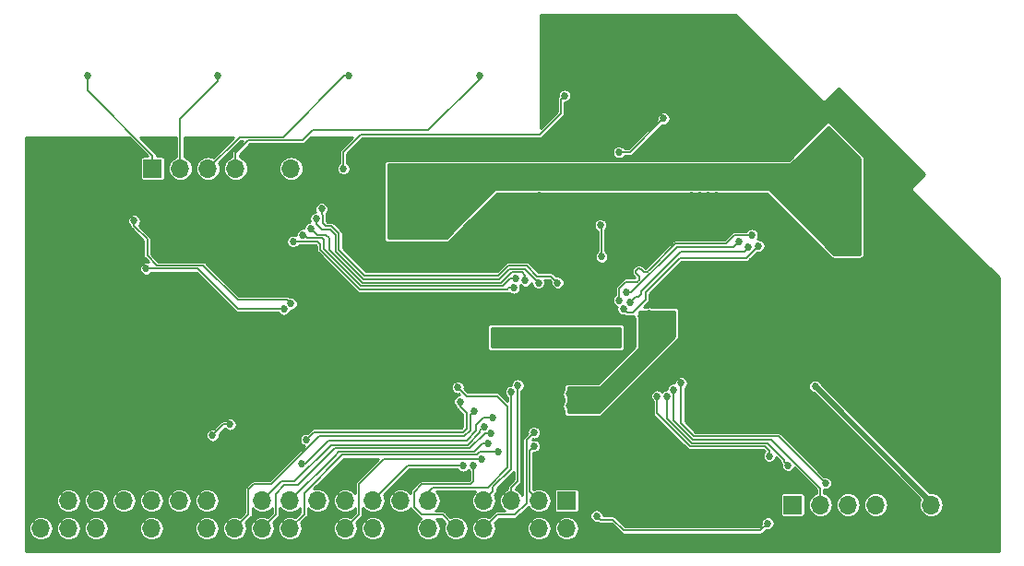
<source format=gbl>
G04 #@! TF.GenerationSoftware,KiCad,Pcbnew,(5.0.1)-4*
G04 #@! TF.CreationDate,2018-12-29T13:21:46+01:00*
G04 #@! TF.ProjectId,tomu-fpga,746F6D752D667067612E6B696361645F,EVT3b*
G04 #@! TF.SameCoordinates,Original*
G04 #@! TF.FileFunction,Copper,L2,Bot,Signal*
G04 #@! TF.FilePolarity,Positive*
%FSLAX46Y46*%
G04 Gerber Fmt 4.6, Leading zero omitted, Abs format (unit mm)*
G04 Created by KiCad (PCBNEW (5.0.1)-4) date 12/29/18 13:21:46*
%MOMM*%
%LPD*%
G01*
G04 APERTURE LIST*
G04 #@! TA.AperFunction,ComponentPad*
%ADD10R,1.700000X1.700000*%
G04 #@! TD*
G04 #@! TA.AperFunction,ComponentPad*
%ADD11O,1.700000X1.700000*%
G04 #@! TD*
G04 #@! TA.AperFunction,ViaPad*
%ADD12C,0.685800*%
G04 #@! TD*
G04 #@! TA.AperFunction,Conductor*
%ADD13C,0.152400*%
G04 #@! TD*
G04 #@! TA.AperFunction,Conductor*
%ADD14C,0.500000*%
G04 #@! TD*
G04 #@! TA.AperFunction,Conductor*
%ADD15C,0.300000*%
G04 #@! TD*
G04 #@! TA.AperFunction,Conductor*
%ADD16C,0.254000*%
G04 #@! TD*
G04 APERTURE END LIST*
D10*
G04 #@! TO.P,J3,1*
G04 #@! TO.N,/PMODa_1*
X95730000Y-75380000D03*
D11*
G04 #@! TO.P,J3,2*
G04 #@! TO.N,/PMODa_2*
X98270000Y-75380000D03*
G04 #@! TO.P,J3,3*
G04 #@! TO.N,/PMODa_3*
X100810000Y-75380000D03*
G04 #@! TO.P,J3,4*
G04 #@! TO.N,/PMODa_4*
X103350000Y-75380000D03*
G04 #@! TO.P,J3,5*
G04 #@! TO.N,GND*
X105890000Y-75380000D03*
G04 #@! TO.P,J3,6*
G04 #@! TO.N,+3V3*
X108430000Y-75380000D03*
G04 #@! TD*
G04 #@! TO.P,J2,6*
G04 #@! TO.N,+3V3*
X49700000Y-44500000D03*
G04 #@! TO.P,J2,5*
G04 #@! TO.N,GND*
X47160000Y-44500000D03*
G04 #@! TO.P,J2,4*
G04 #@! TO.N,/PMODb_4*
X44620000Y-44500000D03*
G04 #@! TO.P,J2,3*
G04 #@! TO.N,/PMODb_3*
X42080000Y-44500000D03*
G04 #@! TO.P,J2,2*
G04 #@! TO.N,/PMODb_2*
X39540000Y-44500000D03*
D10*
G04 #@! TO.P,J2,1*
G04 #@! TO.N,/PMODb_1*
X37000000Y-44500000D03*
G04 #@! TD*
G04 #@! TO.P,J1,1*
G04 #@! TO.N,Net-(J1-Pad1)*
X75000000Y-75000000D03*
D11*
G04 #@! TO.P,J1,2*
G04 #@! TO.N,+5V*
X75000000Y-77540000D03*
G04 #@! TO.P,J1,3*
G04 #@! TO.N,/DBG_1*
X72460000Y-75000000D03*
G04 #@! TO.P,J1,4*
G04 #@! TO.N,+5V*
X72460000Y-77540000D03*
G04 #@! TO.P,J1,5*
G04 #@! TO.N,/DBG_2*
X69920000Y-75000000D03*
G04 #@! TO.P,J1,6*
G04 #@! TO.N,GND*
X69920000Y-77540000D03*
G04 #@! TO.P,J1,7*
G04 #@! TO.N,/DBG_3*
X67380000Y-75000000D03*
G04 #@! TO.P,J1,8*
G04 #@! TO.N,/UART_TX*
X67380000Y-77540000D03*
G04 #@! TO.P,J1,9*
G04 #@! TO.N,GND*
X64840000Y-75000000D03*
G04 #@! TO.P,J1,10*
G04 #@! TO.N,/UART_RX*
X64840000Y-77540000D03*
G04 #@! TO.P,J1,11*
G04 #@! TO.N,/CDONE*
X62300000Y-75000000D03*
G04 #@! TO.P,J1,12*
G04 #@! TO.N,/DBG_4*
X62300000Y-77540000D03*
G04 #@! TO.P,J1,13*
G04 #@! TO.N,/CRESET*
X59760000Y-75000000D03*
G04 #@! TO.P,J1,14*
G04 #@! TO.N,GND*
X59760000Y-77540000D03*
G04 #@! TO.P,J1,15*
G04 #@! TO.N,/DBG_5*
X57220000Y-75000000D03*
G04 #@! TO.P,J1,16*
G04 #@! TO.N,Net-(J1-Pad16)*
X57220000Y-77540000D03*
G04 #@! TO.P,J1,17*
G04 #@! TO.N,Net-(J1-Pad17)*
X54680000Y-75000000D03*
G04 #@! TO.P,J1,18*
G04 #@! TO.N,/SPI_IO2*
X54680000Y-77540000D03*
G04 #@! TO.P,J1,19*
G04 #@! TO.N,/SPI_MOSI*
X52140000Y-75000000D03*
G04 #@! TO.P,J1,20*
G04 #@! TO.N,GND*
X52140000Y-77540000D03*
G04 #@! TO.P,J1,21*
G04 #@! TO.N,/SPI_MISO*
X49600000Y-75000000D03*
G04 #@! TO.P,J1,22*
G04 #@! TO.N,/SPI_IO3*
X49600000Y-77540000D03*
G04 #@! TO.P,J1,23*
G04 #@! TO.N,/SPI_CLK*
X47060000Y-75000000D03*
G04 #@! TO.P,J1,24*
G04 #@! TO.N,/SPI_CS*
X47060000Y-77540000D03*
G04 #@! TO.P,J1,25*
G04 #@! TO.N,GND*
X44520000Y-75000000D03*
G04 #@! TO.P,J1,26*
G04 #@! TO.N,/DBG_6*
X44520000Y-77540000D03*
G04 #@! TO.P,J1,27*
G04 #@! TO.N,Net-(J1-Pad27)*
X41980000Y-75000000D03*
G04 #@! TO.P,J1,28*
G04 #@! TO.N,Net-(J1-Pad28)*
X41980000Y-77540000D03*
G04 #@! TO.P,J1,29*
G04 #@! TO.N,Net-(J1-Pad29)*
X39440000Y-75000000D03*
G04 #@! TO.P,J1,30*
G04 #@! TO.N,GND*
X39440000Y-77540000D03*
G04 #@! TO.P,J1,31*
G04 #@! TO.N,Net-(J1-Pad31)*
X36900000Y-75000000D03*
G04 #@! TO.P,J1,32*
G04 #@! TO.N,Net-(J1-Pad32)*
X36900000Y-77540000D03*
G04 #@! TO.P,J1,33*
G04 #@! TO.N,Net-(J1-Pad33)*
X34360000Y-75000000D03*
G04 #@! TO.P,J1,34*
G04 #@! TO.N,GND*
X34360000Y-77540000D03*
G04 #@! TO.P,J1,35*
G04 #@! TO.N,Net-(J1-Pad35)*
X31820000Y-75000000D03*
G04 #@! TO.P,J1,36*
G04 #@! TO.N,Net-(J1-Pad36)*
X31820000Y-77540000D03*
G04 #@! TO.P,J1,37*
G04 #@! TO.N,Net-(J1-Pad37)*
X29280000Y-75000000D03*
G04 #@! TO.P,J1,38*
G04 #@! TO.N,Net-(J1-Pad38)*
X29280000Y-77540000D03*
G04 #@! TO.P,J1,39*
G04 #@! TO.N,GND*
X26740000Y-75000000D03*
G04 #@! TO.P,J1,40*
G04 #@! TO.N,Net-(J1-Pad40)*
X26740000Y-77540000D03*
G04 #@! TD*
D12*
G04 #@! TO.N,+5V*
X99700000Y-50400000D03*
X101250000Y-51750000D03*
X100150000Y-51800000D03*
X62500000Y-49250000D03*
X59600000Y-49600000D03*
X59000000Y-48700000D03*
X60000000Y-48700000D03*
X61200000Y-48600000D03*
X100500000Y-50800000D03*
X101500000Y-50500000D03*
X94000000Y-45500000D03*
X97500000Y-44000000D03*
X98500000Y-41800000D03*
X93000000Y-45500000D03*
X94000000Y-44500000D03*
X94000000Y-46500000D03*
X99000000Y-41100000D03*
X98900000Y-42600000D03*
X61000000Y-50000000D03*
G04 #@! TO.N,GND*
X89500000Y-77000000D03*
X87000000Y-64500000D03*
X89500000Y-65000000D03*
X94000000Y-67000000D03*
X52500000Y-57000000D03*
X62500000Y-52000000D03*
X60000000Y-59500000D03*
X56500000Y-58500000D03*
X76500000Y-35000000D03*
X79500000Y-35000000D03*
X86500000Y-35000000D03*
X89500000Y-35000000D03*
X86500000Y-49000000D03*
X72500000Y-47000000D03*
X44000000Y-61750000D03*
X38500000Y-69000000D03*
X28750000Y-63250000D03*
X36900000Y-58900000D03*
X72250000Y-62000000D03*
X73000000Y-62000000D03*
X73750000Y-62000000D03*
X74500000Y-62000000D03*
X75250000Y-62000000D03*
X76000000Y-62000000D03*
X76000000Y-57900000D03*
X75250000Y-57900000D03*
X74500000Y-57900000D03*
X73750000Y-57900000D03*
X73000000Y-57900000D03*
X72250000Y-57900000D03*
X85100000Y-73900000D03*
X65300000Y-59900000D03*
X56600000Y-60400000D03*
X89900000Y-72000000D03*
X73650000Y-66600000D03*
X72200000Y-71950000D03*
X81100000Y-71200000D03*
X81300000Y-67000000D03*
X81300000Y-69000000D03*
X88400000Y-64500000D03*
X86150000Y-53900000D03*
X67000000Y-52600000D03*
X63000000Y-52700000D03*
X65000000Y-52400000D03*
X57800000Y-50395300D03*
X51900000Y-60000000D03*
X107300000Y-48200000D03*
X105800000Y-46900000D03*
X107900000Y-49000000D03*
X106500000Y-47600000D03*
X105100000Y-47600000D03*
X105800000Y-48300000D03*
X106700000Y-48900000D03*
X107300000Y-49900000D03*
X86500000Y-43000000D03*
X86500000Y-47000000D03*
X88000000Y-47000000D03*
X88000000Y-43000000D03*
X88750000Y-43000000D03*
X87250000Y-43000000D03*
X87250000Y-47000000D03*
X88750000Y-47000000D03*
X73900000Y-50200000D03*
X70300000Y-52300000D03*
X47800000Y-49900000D03*
X95250000Y-39000000D03*
X45100000Y-49900000D03*
X42600000Y-49900000D03*
X40000000Y-49900000D03*
X102500000Y-42200000D03*
G04 #@! TO.N,+3V3*
X97800000Y-64500000D03*
X82600000Y-57800000D03*
X81800000Y-58100000D03*
X82400000Y-58500000D03*
X75200000Y-66300000D03*
X75200000Y-65200000D03*
X75650000Y-65750000D03*
G04 #@! TO.N,+1V2*
X78500000Y-60000000D03*
X68500000Y-59500000D03*
X69300000Y-59500000D03*
X79400000Y-60100000D03*
X79500000Y-59400000D03*
X68500000Y-60300000D03*
G04 #@! TO.N,/SPI_MOSI*
X68200000Y-67400000D03*
X50700000Y-71600000D03*
G04 #@! TO.N,/SPI_IO2*
X67200000Y-71200000D03*
X42500000Y-69000000D03*
X44099899Y-68000000D03*
G04 #@! TO.N,/DBG_1*
X72000000Y-70000000D03*
G04 #@! TO.N,/CRESET*
X65200000Y-65900000D03*
X51100000Y-69400000D03*
X49029438Y-57402921D03*
X36400000Y-53700000D03*
G04 #@! TO.N,/DBG_4*
X83300000Y-65400000D03*
X93600000Y-70900000D03*
X77730000Y-76410000D03*
X93450000Y-77075000D03*
G04 #@! TO.N,/CDONE*
X65000000Y-64600000D03*
X49700000Y-56900000D03*
X35300000Y-49300000D03*
G04 #@! TO.N,/UART_RX*
X66450289Y-71771500D03*
G04 #@! TO.N,/UART_TX*
X72000000Y-68750000D03*
G04 #@! TO.N,/SPI_CS*
X68000000Y-68800000D03*
G04 #@! TO.N,/ICE_USBN*
X80500000Y-55900000D03*
X90800000Y-51200000D03*
G04 #@! TO.N,/ICE_USBP*
X91695888Y-51695888D03*
X80800000Y-56800000D03*
G04 #@! TO.N,/SPI_MISO*
X67750000Y-69750000D03*
G04 #@! TO.N,/SPI_CLK*
X67400000Y-68200000D03*
G04 #@! TO.N,/SPI_IO3*
X68750000Y-70500000D03*
G04 #@! TO.N,Net-(SW3-Pad1)*
X79800000Y-43000000D03*
X78100000Y-49700000D03*
X78200000Y-52600000D03*
X83900000Y-39900000D03*
G04 #@! TO.N,Net-(SW4-Pad1)*
X74164001Y-54993561D03*
X74800000Y-37800000D03*
X54500000Y-44500000D03*
X52500000Y-48200000D03*
G04 #@! TO.N,/PU_CTRL_USBP*
X80200000Y-57400000D03*
X92600000Y-51600000D03*
G04 #@! TO.N,/PU_CTRL_USBN*
X92000000Y-50600000D03*
X79800000Y-56600000D03*
G04 #@! TO.N,/DBG_2*
X70500000Y-64400000D03*
G04 #@! TO.N,/DBG_3*
X69900000Y-65000000D03*
G04 #@! TO.N,/DBG_5*
X65500000Y-71800000D03*
G04 #@! TO.N,/DBG_6*
X66500000Y-66800000D03*
G04 #@! TO.N,/PMODb_1*
X70150000Y-55462500D03*
X49900000Y-51200000D03*
X31000000Y-36000000D03*
G04 #@! TO.N,/PMODb_2*
X70300000Y-54600000D03*
X50800000Y-50600000D03*
X43000000Y-36000000D03*
G04 #@! TO.N,/PMODb_3*
X71200000Y-54800000D03*
X55000000Y-36000000D03*
X51500000Y-50000000D03*
G04 #@! TO.N,/PMODb_4*
X72400000Y-55000000D03*
X67000000Y-36000000D03*
X52000000Y-49100000D03*
G04 #@! TO.N,/PMODa_3*
X84200000Y-65400000D03*
G04 #@! TO.N,/PMODa_2*
X84800000Y-64800000D03*
G04 #@! TO.N,/PMODa_1*
X85500000Y-64200000D03*
X98725000Y-73400000D03*
G04 #@! TO.N,/PMODa_3*
X95300000Y-71750000D03*
G04 #@! TD*
D13*
G04 #@! TO.N,+3V3*
X108260000Y-74960000D02*
X97800000Y-64500000D01*
X82300000Y-57900000D02*
X82600000Y-57800000D01*
X81800000Y-58100000D02*
X82300000Y-57900000D01*
X82800000Y-58000000D02*
X82600000Y-57800000D01*
X82400000Y-58500000D02*
X82800000Y-58000000D01*
D14*
X108430000Y-75130000D02*
X108430000Y-75380000D01*
X97800000Y-64500000D02*
X108430000Y-75130000D01*
D15*
G04 #@! TO.N,+1V2*
X69300000Y-59500000D02*
X68500000Y-59500000D01*
D13*
X79600000Y-59600000D02*
X79400000Y-60100000D01*
X79500000Y-59400000D02*
X79600000Y-59600000D01*
G04 #@! TO.N,/SPI_MOSI*
X67354178Y-67400000D02*
X66700000Y-68054178D01*
X68200000Y-67400000D02*
X67354178Y-67400000D01*
X66700000Y-68054178D02*
X66700000Y-68600000D01*
X66700000Y-68600000D02*
X65800000Y-69500000D01*
X65800000Y-69500000D02*
X53100000Y-69500000D01*
X53100000Y-69500000D02*
X51000000Y-71600000D01*
X51000000Y-71600000D02*
X50700000Y-71600000D01*
G04 #@! TO.N,/SPI_IO2*
X67200000Y-71200000D02*
X58200000Y-71200000D01*
X55529999Y-76690001D02*
X54680000Y-77540000D01*
X55758601Y-76461399D02*
X55529999Y-76690001D01*
X54680000Y-77540000D02*
X55758601Y-76461399D01*
X43500000Y-68000000D02*
X42500000Y-69000000D01*
X44099899Y-68000000D02*
X43500000Y-68000000D01*
X54680000Y-77540000D02*
X55920000Y-76300000D01*
X55920000Y-73480000D02*
X56100000Y-73300000D01*
X55920000Y-76300000D02*
X55920000Y-73480000D01*
X58200000Y-71200000D02*
X56100000Y-73300000D01*
G04 #@! TO.N,/DBG_1*
X71642899Y-70342899D02*
X71604810Y-70380988D01*
X72000000Y-70000000D02*
X71657101Y-70342899D01*
X71657101Y-70342899D02*
X71642899Y-70342899D01*
X71604810Y-74144810D02*
X72460000Y-75000000D01*
X71604810Y-70380988D02*
X71604810Y-74144810D01*
G04 #@! TO.N,/CRESET*
X65200000Y-66384933D02*
X65200000Y-65900000D01*
X65800000Y-66984933D02*
X65200000Y-66384933D01*
X65800000Y-68400000D02*
X65800000Y-66984933D01*
X65500000Y-68700000D02*
X65800000Y-68400000D01*
X51800000Y-68700000D02*
X65500000Y-68700000D01*
X51100000Y-69400000D02*
X51800000Y-68700000D01*
X44844697Y-57402921D02*
X49029438Y-57402921D01*
X41141776Y-53700000D02*
X44844697Y-57402921D01*
X36400000Y-53700000D02*
X41141776Y-53700000D01*
G04 #@! TO.N,/DBG_4*
X83300000Y-66993198D02*
X86321232Y-70014430D01*
X93199363Y-70014430D02*
X93600000Y-70415067D01*
X93600000Y-70415067D02*
X93600000Y-70900000D01*
X83300000Y-65400000D02*
X83300000Y-66993198D01*
X86321232Y-70014430D02*
X93199363Y-70014430D01*
X78072899Y-76752899D02*
X77730000Y-76410000D01*
X79240000Y-76752899D02*
X78072899Y-76752899D01*
X80230000Y-77742899D02*
X79240000Y-76752899D01*
X92782101Y-77742899D02*
X80230000Y-77742899D01*
X93450000Y-77075000D02*
X92782101Y-77742899D01*
G04 #@! TO.N,/CDONE*
X62300000Y-74200000D02*
X62695190Y-73804810D01*
X62695190Y-73804810D02*
X67764124Y-73804810D01*
X67764124Y-73804810D02*
X69595190Y-71973744D01*
X68600000Y-65400000D02*
X65800000Y-65400000D01*
X69595190Y-71973744D02*
X69595190Y-66395190D01*
X65800000Y-65400000D02*
X65000000Y-64600000D01*
X62300000Y-75000000D02*
X62300000Y-74200000D01*
X69595190Y-66395190D02*
X68600000Y-65400000D01*
X49357101Y-56557101D02*
X49700000Y-56900000D01*
X44807101Y-56557101D02*
X49357101Y-56557101D01*
X35300000Y-49300000D02*
X35300000Y-49784933D01*
X35300000Y-49784933D02*
X36500000Y-50984933D01*
X36500000Y-50984933D02*
X36500000Y-52500000D01*
X36500000Y-52500000D02*
X37395190Y-53395190D01*
X37395190Y-53395190D02*
X41645190Y-53395190D01*
X41645190Y-53395190D02*
X44807101Y-56557101D01*
G04 #@! TO.N,/UART_RX*
X61700000Y-76300000D02*
X63600000Y-76300000D01*
X63600000Y-76300000D02*
X64840000Y-77540000D01*
X66450289Y-73249711D02*
X66200000Y-73500000D01*
X66200000Y-73500000D02*
X61700000Y-73500000D01*
X61700000Y-73500000D02*
X61000000Y-74200000D01*
X66450289Y-71771500D02*
X66450289Y-73249711D01*
X61000000Y-74200000D02*
X61000000Y-75600000D01*
X61000000Y-75600000D02*
X61700000Y-76300000D01*
G04 #@! TO.N,/UART_TX*
X68620000Y-76300000D02*
X67380000Y-77540000D01*
X70216330Y-76300000D02*
X68620000Y-76300000D01*
X71300000Y-75216330D02*
X70216330Y-76300000D01*
X71300000Y-69450000D02*
X71300000Y-75216330D01*
X72000000Y-68750000D02*
X71300000Y-69450000D01*
G04 #@! TO.N,/SPI_CS*
X48300000Y-76300000D02*
X47060000Y-77540000D01*
X48300000Y-74400000D02*
X48300000Y-76300000D01*
X49100000Y-73600000D02*
X48300000Y-74400000D01*
X50300000Y-73600000D02*
X49100000Y-73600000D01*
X53709620Y-70190380D02*
X50300000Y-73600000D01*
X67490380Y-68800000D02*
X68000000Y-68800000D01*
X66100000Y-70190380D02*
X67490380Y-68800000D01*
X66100000Y-70190380D02*
X53709620Y-70190380D01*
G04 #@! TO.N,/ICE_USBN*
X90288900Y-51711100D02*
X85119966Y-51711100D01*
X90800000Y-51200000D02*
X90288900Y-51711100D01*
X85119966Y-51711100D02*
X80931066Y-55900000D01*
X80931066Y-55900000D02*
X80500000Y-55900000D01*
G04 #@! TO.N,/ICE_USBP*
X81300000Y-56300000D02*
X80800000Y-56800000D01*
X81315452Y-56287676D02*
X81300000Y-56300000D01*
X81333260Y-56279100D02*
X81315452Y-56287676D01*
X81352530Y-56274702D02*
X81333260Y-56279100D01*
X81372295Y-56274702D02*
X81352530Y-56274702D01*
X81409372Y-56287676D02*
X81391564Y-56279100D01*
X81497121Y-56325297D02*
X81477355Y-56325297D01*
X81516390Y-56320899D02*
X81497121Y-56325297D01*
X81534198Y-56312324D02*
X81516390Y-56320899D01*
X81849089Y-56000561D02*
X81549651Y-56300000D01*
X81440278Y-56312324D02*
X81409372Y-56287676D01*
X81836764Y-55766361D02*
X81828189Y-55784169D01*
X81861412Y-55985108D02*
X81849089Y-56000561D01*
X81828189Y-55784169D02*
X81823791Y-55803438D01*
X81849088Y-55750908D02*
X81836764Y-55766361D01*
X81391564Y-56279100D02*
X81372295Y-56274702D01*
X81869988Y-55967300D02*
X81861412Y-55985108D01*
X85500000Y-52100000D02*
X82148528Y-55451471D01*
X82148528Y-55451471D02*
X81849088Y-55750908D01*
X81861412Y-55891188D02*
X81869988Y-55908996D01*
X91695888Y-51695888D02*
X91291776Y-52100000D01*
X91291776Y-52100000D02*
X85500000Y-52100000D01*
X81869988Y-55908996D02*
X81874386Y-55928266D01*
X81458086Y-56320899D02*
X81440278Y-56312324D01*
X81823791Y-55803438D02*
X81823791Y-55823204D01*
X81823791Y-55823204D02*
X81828189Y-55842473D01*
X81828189Y-55842473D02*
X81836764Y-55860281D01*
X81836764Y-55860281D02*
X81861412Y-55891188D01*
X81549651Y-56300000D02*
X81534198Y-56312324D01*
X81874386Y-55928266D02*
X81874386Y-55948031D01*
X81477355Y-56325297D02*
X81458086Y-56320899D01*
X81874386Y-55948031D02*
X81869988Y-55967300D01*
G04 #@! TO.N,/SPI_MISO*
X67750000Y-69750000D02*
X67250000Y-69750000D01*
X54104810Y-70495190D02*
X53700000Y-70900000D01*
X66504810Y-70495190D02*
X54104810Y-70495190D01*
X67250000Y-69750000D02*
X66504810Y-70495190D01*
X53700000Y-70900000D02*
X49600000Y-75000000D01*
G04 #@! TO.N,/SPI_CLK*
X48800000Y-73260000D02*
X47060000Y-75000000D01*
X67400000Y-68200000D02*
X67057101Y-68542899D01*
X67057101Y-68542899D02*
X67057101Y-68742899D01*
X67057101Y-68742899D02*
X65914430Y-69885570D01*
X54300000Y-69885570D02*
X53885570Y-69885570D01*
X65914430Y-69885570D02*
X54300000Y-69885570D01*
X53374430Y-69885570D02*
X50000000Y-73260000D01*
X53700000Y-69885570D02*
X53374430Y-69885570D01*
X50000000Y-73260000D02*
X48800000Y-73260000D01*
X54300000Y-69885570D02*
X53700000Y-69885570D01*
G04 #@! TO.N,/SPI_IO3*
X50900000Y-76240000D02*
X49600000Y-77540000D01*
X50900000Y-74300000D02*
X50900000Y-76240000D01*
X54400000Y-70800000D02*
X50900000Y-74300000D01*
X66754178Y-70800000D02*
X54400000Y-70800000D01*
X67054178Y-70500000D02*
X66754178Y-70800000D01*
X68750000Y-70500000D02*
X67054178Y-70500000D01*
G04 #@! TO.N,Net-(SW3-Pad1)*
X78200000Y-49800000D02*
X78100000Y-49700000D01*
X78200000Y-52600000D02*
X78200000Y-49800000D01*
X79800000Y-43000000D02*
X80800000Y-43000000D01*
X80800000Y-43000000D02*
X83900000Y-39900000D01*
G04 #@! TO.N,Net-(SW4-Pad1)*
X74457101Y-38142899D02*
X74800000Y-37800000D01*
X74457101Y-39442899D02*
X74457101Y-38142899D01*
X72500000Y-41400000D02*
X74457101Y-39442899D01*
X56100000Y-41400000D02*
X72500000Y-41400000D01*
X54500000Y-43000000D02*
X56100000Y-41400000D01*
X54500000Y-44500000D02*
X54500000Y-43000000D01*
X52500000Y-48684933D02*
X52500000Y-48200000D01*
X52615067Y-48800000D02*
X52500000Y-48684933D01*
X52615067Y-49515067D02*
X52615067Y-48800000D01*
X52895190Y-49795190D02*
X52615067Y-49515067D01*
X53426256Y-49795190D02*
X52895190Y-49795190D01*
X54104810Y-50473744D02*
X53426256Y-49795190D01*
X54104810Y-51980546D02*
X54104810Y-50473744D01*
X74164001Y-54993561D02*
X73570440Y-54400000D01*
X73570440Y-54400000D02*
X72307954Y-54400000D01*
X56424264Y-54300000D02*
X54104810Y-51980546D01*
X72307954Y-54400000D02*
X71307954Y-53400000D01*
X69637868Y-53400000D02*
X68737868Y-54300000D01*
X71307954Y-53400000D02*
X69637868Y-53400000D01*
X68737868Y-54300000D02*
X56424264Y-54300000D01*
G04 #@! TO.N,/PU_CTRL_USBP*
X85400000Y-52700000D02*
X91500000Y-52700000D01*
X82221841Y-55878159D02*
X85400000Y-52700000D01*
X82221841Y-56578159D02*
X82221841Y-55878159D01*
X81057101Y-57742899D02*
X82221841Y-56578159D01*
X80200000Y-57400000D02*
X80542899Y-57742899D01*
X80542899Y-57742899D02*
X81057101Y-57742899D01*
X91500000Y-52700000D02*
X92600000Y-51600000D01*
G04 #@! TO.N,/PU_CTRL_USBN*
X82554592Y-53845408D02*
X84993710Y-51406290D01*
X82448528Y-53951473D02*
X82554592Y-53845408D01*
X82396007Y-53993360D02*
X82448528Y-53951473D01*
X82269987Y-54037456D02*
X82335482Y-54022506D01*
X82202809Y-54037455D02*
X82269987Y-54037456D01*
X82076789Y-53993359D02*
X82137314Y-54022507D01*
X81834529Y-53761738D02*
X82024265Y-53951474D01*
X81721481Y-53690705D02*
X81782006Y-53719853D01*
X82024265Y-53951474D02*
X82076789Y-53993359D01*
X81655986Y-53675757D02*
X81721481Y-53690705D01*
X81523313Y-53690706D02*
X81588808Y-53675756D01*
X81782006Y-53719853D02*
X81834529Y-53761738D01*
X81410265Y-53761737D02*
X81462788Y-53719852D01*
X81368379Y-53814259D02*
X81410265Y-53761737D01*
X81339231Y-53874786D02*
X81368379Y-53814259D01*
X82137314Y-54022507D02*
X82202809Y-54037455D01*
X81641886Y-54747478D02*
X81671032Y-54686953D01*
X81600000Y-54800000D02*
X81641886Y-54747478D01*
X81500000Y-54900000D02*
X81600000Y-54800000D01*
X81671033Y-54488785D02*
X81641885Y-54428260D01*
X81600000Y-54375736D02*
X81410265Y-54186001D01*
X81462788Y-53719852D02*
X81523313Y-53690706D01*
X80400000Y-54900000D02*
X81500000Y-54900000D01*
X81671032Y-54686953D02*
X81685982Y-54621458D01*
X79800000Y-56600000D02*
X79800000Y-55500000D01*
X81324283Y-53940279D02*
X81339231Y-53874786D01*
X79800000Y-55500000D02*
X80400000Y-54900000D01*
X81410265Y-54186001D02*
X81368378Y-54133479D01*
X81368378Y-54133479D02*
X81339232Y-54072952D01*
X81588808Y-53675756D02*
X81655986Y-53675757D01*
X81685982Y-54621458D02*
X81685981Y-54554280D01*
X81685981Y-54554280D02*
X81671033Y-54488785D01*
X81641885Y-54428260D02*
X81600000Y-54375736D01*
X82335482Y-54022506D02*
X82396007Y-53993360D01*
X81324282Y-54007459D02*
X81324283Y-53940279D01*
X81339232Y-54072952D02*
X81324282Y-54007459D01*
X84993710Y-51406290D02*
X89593710Y-51406290D01*
X89593710Y-51406290D02*
X90400000Y-50600000D01*
X90400000Y-50600000D02*
X92000000Y-50600000D01*
G04 #@! TO.N,/DBG_2*
X70500000Y-73217919D02*
X70500000Y-64400000D01*
X69920000Y-75000000D02*
X69920000Y-73797919D01*
X69920000Y-73797919D02*
X70500000Y-73217919D01*
G04 #@! TO.N,/DBG_3*
X68229999Y-73770001D02*
X69900000Y-72100000D01*
X68229999Y-74150001D02*
X68229999Y-73770001D01*
X67380000Y-75000000D02*
X68229999Y-74150001D01*
X69900000Y-72100000D02*
X69900000Y-65000000D01*
G04 #@! TO.N,/DBG_5*
X60420000Y-71800000D02*
X57220000Y-75000000D01*
X65500000Y-71800000D02*
X60420000Y-71800000D01*
G04 #@! TO.N,/DBG_6*
X66157101Y-67142899D02*
X66500000Y-66800000D01*
X66157101Y-68542899D02*
X66157101Y-67142899D01*
X65600000Y-69100000D02*
X66157101Y-68542899D01*
X44520000Y-77540000D02*
X45800000Y-76260000D01*
X45800000Y-76260000D02*
X45800000Y-74000000D01*
X45800000Y-74000000D02*
X46300000Y-73500000D01*
X46300000Y-73500000D02*
X47900000Y-73500000D01*
X47900000Y-73500000D02*
X52300000Y-69100000D01*
X52300000Y-69100000D02*
X65600000Y-69100000D01*
G04 #@! TO.N,/PMODb_1*
X69527567Y-55600000D02*
X68250000Y-55600000D01*
X69665067Y-55462500D02*
X69527567Y-55600000D01*
X70150000Y-55462500D02*
X69665067Y-55462500D01*
X68600000Y-55600000D02*
X68250000Y-55600000D01*
X68250000Y-55600000D02*
X56000000Y-55600000D01*
X69527567Y-55600000D02*
X56000000Y-55600000D01*
X52400000Y-52000000D02*
X55999999Y-55599999D01*
X52100000Y-51200000D02*
X52400000Y-51500000D01*
X52400000Y-51500000D02*
X52400000Y-52000000D01*
X49900000Y-51200000D02*
X52100000Y-51200000D01*
X31000000Y-37300000D02*
X31000000Y-36000000D01*
X31000000Y-36000000D02*
X31000000Y-36200000D01*
X37000000Y-43300000D02*
X37000000Y-44500000D01*
X31000000Y-37300000D02*
X37000000Y-43300000D01*
G04 #@! TO.N,/PMODb_2*
X69815067Y-54600000D02*
X70300000Y-54600000D01*
X69119877Y-55295190D02*
X69815067Y-54600000D01*
X56126256Y-55295190D02*
X69119877Y-55295190D01*
X50900000Y-50600000D02*
X51195190Y-50895190D01*
X51195190Y-50895190D02*
X52580123Y-50895190D01*
X52580123Y-50895190D02*
X52742899Y-51057966D01*
X52742899Y-51057966D02*
X52742899Y-51911833D01*
X50800000Y-50600000D02*
X50900000Y-50600000D01*
X52742899Y-51911833D02*
X56126256Y-55295190D01*
X43000000Y-36500000D02*
X39540000Y-39960000D01*
X39540000Y-39960000D02*
X39540000Y-44500000D01*
X43000000Y-36000000D02*
X43000000Y-36500000D01*
G04 #@! TO.N,/PMODb_3*
X71200000Y-54315067D02*
X71200000Y-54800000D01*
X70913432Y-54028499D02*
X71200000Y-54315067D01*
X69955502Y-54028499D02*
X70913432Y-54028499D01*
X51500000Y-50000000D02*
X52090380Y-50590380D01*
X52090380Y-50590380D02*
X52890380Y-50590380D01*
X52890380Y-50590380D02*
X53200000Y-50900000D01*
X68993621Y-54990380D02*
X69955502Y-54028499D01*
X53200000Y-50900000D02*
X53200000Y-51937868D01*
X53200000Y-51937868D02*
X56252512Y-54990380D01*
X56252512Y-54990380D02*
X68993621Y-54990380D01*
X44980000Y-41600000D02*
X42080000Y-44500000D01*
X49000000Y-41600000D02*
X44980000Y-41600000D01*
X54600000Y-36000000D02*
X49000000Y-41600000D01*
X55000000Y-36000000D02*
X54600000Y-36000000D01*
G04 #@! TO.N,/PMODb_4*
X72400000Y-55000000D02*
X72400000Y-54923112D01*
X67000000Y-36000000D02*
X67000000Y-36300000D01*
X67000000Y-36300000D02*
X62300000Y-41000000D01*
X54100000Y-41000000D02*
X53968934Y-41000000D01*
X62300000Y-41000000D02*
X54100000Y-41000000D01*
X71123689Y-53723689D02*
X72400000Y-55000000D01*
X68783364Y-54685570D02*
X69745245Y-53723689D01*
X56378768Y-54685570D02*
X68783364Y-54685570D01*
X69745245Y-53723689D02*
X71123689Y-53723689D01*
X53800000Y-52106802D02*
X56378768Y-54685570D01*
X52000000Y-49584933D02*
X52515067Y-50100000D01*
X52000000Y-49100000D02*
X52000000Y-49584933D01*
X53300000Y-50100000D02*
X53800000Y-50600000D01*
X52515067Y-50100000D02*
X53300000Y-50100000D01*
X53800000Y-50600000D02*
X53800000Y-52106802D01*
X50754756Y-41904810D02*
X49900000Y-41904810D01*
X49900000Y-41904810D02*
X49735190Y-41904810D01*
X46813109Y-41904810D02*
X47500000Y-41904810D01*
X47095190Y-41904810D02*
X47500000Y-41904810D01*
X51659566Y-41000000D02*
X54100000Y-41000000D01*
X50754756Y-41904810D02*
X51659566Y-41000000D01*
X44620000Y-43080000D02*
X44620000Y-44500000D01*
X50754756Y-41904810D02*
X45795190Y-41904810D01*
X45795190Y-41904810D02*
X44620000Y-43080000D01*
G04 #@! TO.N,/PMODa_1*
X86700000Y-69100000D02*
X85500000Y-67900000D01*
X85500000Y-67900000D02*
X85500000Y-64200000D01*
X94425000Y-69100000D02*
X86700000Y-69100000D01*
X98725000Y-73400000D02*
X94425000Y-69100000D01*
G04 #@! TO.N,/PMODa_2*
X98270000Y-74177919D02*
X98270000Y-75380000D01*
X98270000Y-73874178D02*
X98270000Y-74177919D01*
X93800632Y-69404810D02*
X98270000Y-73874178D01*
X86573744Y-69404810D02*
X93800632Y-69404810D01*
X84800000Y-67631066D02*
X86573744Y-69404810D01*
X84800000Y-64800000D02*
X84800000Y-67631066D01*
G04 #@! TO.N,/PMODa_3*
X86447488Y-69709620D02*
X84200000Y-67462132D01*
X84200000Y-67462132D02*
X84200000Y-65400000D01*
X94957101Y-71407101D02*
X95300000Y-71750000D01*
X94957101Y-71266721D02*
X94957101Y-71407101D01*
X93400000Y-69709620D02*
X94957101Y-71266721D01*
X93400000Y-69709620D02*
X86447488Y-69709620D01*
G04 #@! TD*
D16*
G04 #@! TO.N,+1V2*
G36*
X79873000Y-60873000D02*
X68127000Y-60873000D01*
X68127000Y-59127000D01*
X79873000Y-59127000D01*
X79873000Y-60873000D01*
X79873000Y-60873000D01*
G37*
X79873000Y-60873000D02*
X68127000Y-60873000D01*
X68127000Y-59127000D01*
X79873000Y-59127000D01*
X79873000Y-60873000D01*
G04 #@! TO.N,GND*
G36*
X98335919Y-38239380D02*
X98347053Y-38252947D01*
X98360620Y-38264081D01*
X98360631Y-38264092D01*
X98401260Y-38297434D01*
X98463105Y-38330491D01*
X98530211Y-38350848D01*
X98599999Y-38357722D01*
X98600000Y-38357722D01*
X98669787Y-38350848D01*
X98736894Y-38330491D01*
X98798739Y-38297434D01*
X98839367Y-38264092D01*
X98839369Y-38264090D01*
X98852947Y-38252947D01*
X98864090Y-38239369D01*
X99961927Y-37141533D01*
X107858467Y-45038073D01*
X106760633Y-46135908D01*
X106747053Y-46147053D01*
X106702566Y-46201261D01*
X106669509Y-46263106D01*
X106649152Y-46330213D01*
X106642278Y-46400000D01*
X106649152Y-46469787D01*
X106669509Y-46536894D01*
X106702566Y-46598739D01*
X106717826Y-46617333D01*
X106747053Y-46652947D01*
X106760631Y-46664090D01*
X114644000Y-54547461D01*
X114644001Y-79644000D01*
X25356000Y-79644000D01*
X25356000Y-77540000D01*
X25603528Y-77540000D01*
X25625365Y-77761715D01*
X25690037Y-77974909D01*
X25795058Y-78171390D01*
X25936393Y-78343607D01*
X26108610Y-78484942D01*
X26305091Y-78589963D01*
X26518285Y-78654635D01*
X26684442Y-78671000D01*
X26795558Y-78671000D01*
X26961715Y-78654635D01*
X27174909Y-78589963D01*
X27371390Y-78484942D01*
X27543607Y-78343607D01*
X27684942Y-78171390D01*
X27789963Y-77974909D01*
X27854635Y-77761715D01*
X27876472Y-77540000D01*
X28143528Y-77540000D01*
X28165365Y-77761715D01*
X28230037Y-77974909D01*
X28335058Y-78171390D01*
X28476393Y-78343607D01*
X28648610Y-78484942D01*
X28845091Y-78589963D01*
X29058285Y-78654635D01*
X29224442Y-78671000D01*
X29335558Y-78671000D01*
X29501715Y-78654635D01*
X29714909Y-78589963D01*
X29911390Y-78484942D01*
X30083607Y-78343607D01*
X30224942Y-78171390D01*
X30329963Y-77974909D01*
X30394635Y-77761715D01*
X30416472Y-77540000D01*
X30683528Y-77540000D01*
X30705365Y-77761715D01*
X30770037Y-77974909D01*
X30875058Y-78171390D01*
X31016393Y-78343607D01*
X31188610Y-78484942D01*
X31385091Y-78589963D01*
X31598285Y-78654635D01*
X31764442Y-78671000D01*
X31875558Y-78671000D01*
X32041715Y-78654635D01*
X32254909Y-78589963D01*
X32451390Y-78484942D01*
X32623607Y-78343607D01*
X32764942Y-78171390D01*
X32869963Y-77974909D01*
X32934635Y-77761715D01*
X32956472Y-77540000D01*
X35763528Y-77540000D01*
X35785365Y-77761715D01*
X35850037Y-77974909D01*
X35955058Y-78171390D01*
X36096393Y-78343607D01*
X36268610Y-78484942D01*
X36465091Y-78589963D01*
X36678285Y-78654635D01*
X36844442Y-78671000D01*
X36955558Y-78671000D01*
X37121715Y-78654635D01*
X37334909Y-78589963D01*
X37531390Y-78484942D01*
X37703607Y-78343607D01*
X37844942Y-78171390D01*
X37949963Y-77974909D01*
X38014635Y-77761715D01*
X38036472Y-77540000D01*
X40843528Y-77540000D01*
X40865365Y-77761715D01*
X40930037Y-77974909D01*
X41035058Y-78171390D01*
X41176393Y-78343607D01*
X41348610Y-78484942D01*
X41545091Y-78589963D01*
X41758285Y-78654635D01*
X41924442Y-78671000D01*
X42035558Y-78671000D01*
X42201715Y-78654635D01*
X42414909Y-78589963D01*
X42611390Y-78484942D01*
X42783607Y-78343607D01*
X42924942Y-78171390D01*
X43029963Y-77974909D01*
X43094635Y-77761715D01*
X43116472Y-77540000D01*
X43383528Y-77540000D01*
X43405365Y-77761715D01*
X43470037Y-77974909D01*
X43575058Y-78171390D01*
X43716393Y-78343607D01*
X43888610Y-78484942D01*
X44085091Y-78589963D01*
X44298285Y-78654635D01*
X44464442Y-78671000D01*
X44575558Y-78671000D01*
X44741715Y-78654635D01*
X44954909Y-78589963D01*
X45151390Y-78484942D01*
X45323607Y-78343607D01*
X45464942Y-78171390D01*
X45569963Y-77974909D01*
X45634635Y-77761715D01*
X45656472Y-77540000D01*
X45634635Y-77318285D01*
X45569963Y-77105091D01*
X45531683Y-77033474D01*
X46040179Y-76524978D01*
X46053799Y-76513800D01*
X46064978Y-76500179D01*
X46064983Y-76500174D01*
X46081520Y-76480023D01*
X46098438Y-76459410D01*
X46131606Y-76397356D01*
X46152031Y-76330023D01*
X46157200Y-76277544D01*
X46157200Y-76277537D01*
X46158927Y-76260001D01*
X46157200Y-76242465D01*
X46157200Y-75682740D01*
X46256393Y-75803607D01*
X46428610Y-75944942D01*
X46625091Y-76049963D01*
X46838285Y-76114635D01*
X47004442Y-76131000D01*
X47115558Y-76131000D01*
X47281715Y-76114635D01*
X47494909Y-76049963D01*
X47691390Y-75944942D01*
X47863607Y-75803607D01*
X47942801Y-75707109D01*
X47942801Y-76152042D01*
X47566526Y-76528317D01*
X47494909Y-76490037D01*
X47281715Y-76425365D01*
X47115558Y-76409000D01*
X47004442Y-76409000D01*
X46838285Y-76425365D01*
X46625091Y-76490037D01*
X46428610Y-76595058D01*
X46256393Y-76736393D01*
X46115058Y-76908610D01*
X46010037Y-77105091D01*
X45945365Y-77318285D01*
X45923528Y-77540000D01*
X45945365Y-77761715D01*
X46010037Y-77974909D01*
X46115058Y-78171390D01*
X46256393Y-78343607D01*
X46428610Y-78484942D01*
X46625091Y-78589963D01*
X46838285Y-78654635D01*
X47004442Y-78671000D01*
X47115558Y-78671000D01*
X47281715Y-78654635D01*
X47494909Y-78589963D01*
X47691390Y-78484942D01*
X47863607Y-78343607D01*
X48004942Y-78171390D01*
X48109963Y-77974909D01*
X48174635Y-77761715D01*
X48196472Y-77540000D01*
X48174635Y-77318285D01*
X48109963Y-77105091D01*
X48071683Y-77033474D01*
X48540175Y-76564982D01*
X48553800Y-76553800D01*
X48598438Y-76499410D01*
X48631606Y-76437356D01*
X48640208Y-76409000D01*
X48652031Y-76370024D01*
X48654990Y-76339977D01*
X48657200Y-76317544D01*
X48657200Y-76317536D01*
X48658927Y-76300000D01*
X48657200Y-76282464D01*
X48657200Y-75634000D01*
X48796393Y-75803607D01*
X48968610Y-75944942D01*
X49165091Y-76049963D01*
X49378285Y-76114635D01*
X49544442Y-76131000D01*
X49655558Y-76131000D01*
X49821715Y-76114635D01*
X50034909Y-76049963D01*
X50231390Y-75944942D01*
X50403607Y-75803607D01*
X50542801Y-75633999D01*
X50542801Y-76092042D01*
X50106526Y-76528317D01*
X50034909Y-76490037D01*
X49821715Y-76425365D01*
X49655558Y-76409000D01*
X49544442Y-76409000D01*
X49378285Y-76425365D01*
X49165091Y-76490037D01*
X48968610Y-76595058D01*
X48796393Y-76736393D01*
X48655058Y-76908610D01*
X48550037Y-77105091D01*
X48485365Y-77318285D01*
X48463528Y-77540000D01*
X48485365Y-77761715D01*
X48550037Y-77974909D01*
X48655058Y-78171390D01*
X48796393Y-78343607D01*
X48968610Y-78484942D01*
X49165091Y-78589963D01*
X49378285Y-78654635D01*
X49544442Y-78671000D01*
X49655558Y-78671000D01*
X49821715Y-78654635D01*
X50034909Y-78589963D01*
X50231390Y-78484942D01*
X50403607Y-78343607D01*
X50544942Y-78171390D01*
X50649963Y-77974909D01*
X50714635Y-77761715D01*
X50736472Y-77540000D01*
X50714635Y-77318285D01*
X50649963Y-77105091D01*
X50611683Y-77033474D01*
X51140175Y-76504982D01*
X51153800Y-76493800D01*
X51198438Y-76439410D01*
X51231606Y-76377356D01*
X51243528Y-76338054D01*
X51252031Y-76310024D01*
X51255230Y-76277543D01*
X51257200Y-76257544D01*
X51257200Y-76257536D01*
X51258927Y-76240000D01*
X51257200Y-76222464D01*
X51257200Y-75707110D01*
X51336393Y-75803607D01*
X51508610Y-75944942D01*
X51705091Y-76049963D01*
X51918285Y-76114635D01*
X52084442Y-76131000D01*
X52195558Y-76131000D01*
X52361715Y-76114635D01*
X52574909Y-76049963D01*
X52771390Y-75944942D01*
X52943607Y-75803607D01*
X53084942Y-75631390D01*
X53189963Y-75434909D01*
X53254635Y-75221715D01*
X53276472Y-75000000D01*
X53254635Y-74778285D01*
X53189963Y-74565091D01*
X53084942Y-74368610D01*
X52943607Y-74196393D01*
X52771390Y-74055058D01*
X52574909Y-73950037D01*
X52361715Y-73885365D01*
X52195558Y-73869000D01*
X52084442Y-73869000D01*
X51918285Y-73885365D01*
X51776904Y-73928253D01*
X54547957Y-71157200D01*
X57737643Y-71157200D01*
X55835016Y-73059827D01*
X55835012Y-73059832D01*
X55679821Y-73215022D01*
X55666201Y-73226200D01*
X55655023Y-73239820D01*
X55655016Y-73239827D01*
X55638603Y-73259827D01*
X55621563Y-73280590D01*
X55610353Y-73301563D01*
X55588394Y-73342645D01*
X55567969Y-73409977D01*
X55561073Y-73480000D01*
X55562801Y-73497546D01*
X55562801Y-74292891D01*
X55483607Y-74196393D01*
X55311390Y-74055058D01*
X55114909Y-73950037D01*
X54901715Y-73885365D01*
X54735558Y-73869000D01*
X54624442Y-73869000D01*
X54458285Y-73885365D01*
X54245091Y-73950037D01*
X54048610Y-74055058D01*
X53876393Y-74196393D01*
X53735058Y-74368610D01*
X53630037Y-74565091D01*
X53565365Y-74778285D01*
X53543528Y-75000000D01*
X53565365Y-75221715D01*
X53630037Y-75434909D01*
X53735058Y-75631390D01*
X53876393Y-75803607D01*
X54048610Y-75944942D01*
X54245091Y-76049963D01*
X54458285Y-76114635D01*
X54624442Y-76131000D01*
X54735558Y-76131000D01*
X54901715Y-76114635D01*
X55114909Y-76049963D01*
X55311390Y-75944942D01*
X55483607Y-75803607D01*
X55562800Y-75707110D01*
X55562800Y-76152043D01*
X55186526Y-76528317D01*
X55114909Y-76490037D01*
X54901715Y-76425365D01*
X54735558Y-76409000D01*
X54624442Y-76409000D01*
X54458285Y-76425365D01*
X54245091Y-76490037D01*
X54048610Y-76595058D01*
X53876393Y-76736393D01*
X53735058Y-76908610D01*
X53630037Y-77105091D01*
X53565365Y-77318285D01*
X53543528Y-77540000D01*
X53565365Y-77761715D01*
X53630037Y-77974909D01*
X53735058Y-78171390D01*
X53876393Y-78343607D01*
X54048610Y-78484942D01*
X54245091Y-78589963D01*
X54458285Y-78654635D01*
X54624442Y-78671000D01*
X54735558Y-78671000D01*
X54901715Y-78654635D01*
X55114909Y-78589963D01*
X55311390Y-78484942D01*
X55483607Y-78343607D01*
X55624942Y-78171390D01*
X55729963Y-77974909D01*
X55794635Y-77761715D01*
X55816472Y-77540000D01*
X56083528Y-77540000D01*
X56105365Y-77761715D01*
X56170037Y-77974909D01*
X56275058Y-78171390D01*
X56416393Y-78343607D01*
X56588610Y-78484942D01*
X56785091Y-78589963D01*
X56998285Y-78654635D01*
X57164442Y-78671000D01*
X57275558Y-78671000D01*
X57441715Y-78654635D01*
X57654909Y-78589963D01*
X57851390Y-78484942D01*
X58023607Y-78343607D01*
X58164942Y-78171390D01*
X58269963Y-77974909D01*
X58334635Y-77761715D01*
X58356472Y-77540000D01*
X58334635Y-77318285D01*
X58269963Y-77105091D01*
X58164942Y-76908610D01*
X58023607Y-76736393D01*
X57851390Y-76595058D01*
X57654909Y-76490037D01*
X57441715Y-76425365D01*
X57275558Y-76409000D01*
X57164442Y-76409000D01*
X56998285Y-76425365D01*
X56785091Y-76490037D01*
X56588610Y-76595058D01*
X56416393Y-76736393D01*
X56275058Y-76908610D01*
X56170037Y-77105091D01*
X56105365Y-77318285D01*
X56083528Y-77540000D01*
X55816472Y-77540000D01*
X55794635Y-77318285D01*
X55729963Y-77105091D01*
X55691683Y-77033474D01*
X56160179Y-76564978D01*
X56173799Y-76553800D01*
X56184978Y-76540179D01*
X56184984Y-76540173D01*
X56206628Y-76513800D01*
X56218438Y-76499410D01*
X56251606Y-76437356D01*
X56260208Y-76409000D01*
X56272031Y-76370024D01*
X56274990Y-76339977D01*
X56277200Y-76317544D01*
X56277200Y-76317536D01*
X56278927Y-76300000D01*
X56277200Y-76282464D01*
X56277200Y-75634000D01*
X56416393Y-75803607D01*
X56588610Y-75944942D01*
X56785091Y-76049963D01*
X56998285Y-76114635D01*
X57164442Y-76131000D01*
X57275558Y-76131000D01*
X57441715Y-76114635D01*
X57654909Y-76049963D01*
X57851390Y-75944942D01*
X58023607Y-75803607D01*
X58164942Y-75631390D01*
X58269963Y-75434909D01*
X58334635Y-75221715D01*
X58356472Y-75000000D01*
X58334635Y-74778285D01*
X58269963Y-74565091D01*
X58231683Y-74493474D01*
X60567957Y-72157200D01*
X64988315Y-72157200D01*
X65015385Y-72197713D01*
X65102287Y-72284615D01*
X65204472Y-72352893D01*
X65318015Y-72399924D01*
X65438551Y-72423900D01*
X65561449Y-72423900D01*
X65681985Y-72399924D01*
X65795528Y-72352893D01*
X65897713Y-72284615D01*
X65984615Y-72197713D01*
X65988444Y-72191983D01*
X66052576Y-72256115D01*
X66093089Y-72283185D01*
X66093090Y-73101753D01*
X66052043Y-73142800D01*
X61717535Y-73142800D01*
X61699999Y-73141073D01*
X61682463Y-73142800D01*
X61682456Y-73142800D01*
X61636716Y-73147305D01*
X61629976Y-73147969D01*
X61614305Y-73152723D01*
X61562644Y-73168394D01*
X61500590Y-73201562D01*
X61446200Y-73246200D01*
X61435018Y-73259825D01*
X60759821Y-73935022D01*
X60746200Y-73946201D01*
X60735022Y-73959821D01*
X60735016Y-73959827D01*
X60727152Y-73969410D01*
X60701562Y-74000591D01*
X60674234Y-74051719D01*
X60668394Y-74062645D01*
X60648288Y-74128928D01*
X60647969Y-74129978D01*
X60642800Y-74182457D01*
X60642800Y-74182464D01*
X60641073Y-74200000D01*
X60642800Y-74217536D01*
X60642800Y-74292890D01*
X60563607Y-74196393D01*
X60391390Y-74055058D01*
X60194909Y-73950037D01*
X59981715Y-73885365D01*
X59815558Y-73869000D01*
X59704442Y-73869000D01*
X59538285Y-73885365D01*
X59325091Y-73950037D01*
X59128610Y-74055058D01*
X58956393Y-74196393D01*
X58815058Y-74368610D01*
X58710037Y-74565091D01*
X58645365Y-74778285D01*
X58623528Y-75000000D01*
X58645365Y-75221715D01*
X58710037Y-75434909D01*
X58815058Y-75631390D01*
X58956393Y-75803607D01*
X59128610Y-75944942D01*
X59325091Y-76049963D01*
X59538285Y-76114635D01*
X59704442Y-76131000D01*
X59815558Y-76131000D01*
X59981715Y-76114635D01*
X60194909Y-76049963D01*
X60391390Y-75944942D01*
X60563607Y-75803607D01*
X60654788Y-75692503D01*
X60668394Y-75737355D01*
X60668395Y-75737356D01*
X60701563Y-75799410D01*
X60710317Y-75810076D01*
X60735016Y-75840173D01*
X60735023Y-75840180D01*
X60746201Y-75853800D01*
X60759821Y-75864978D01*
X61435016Y-76540173D01*
X61446200Y-76553800D01*
X61500590Y-76598438D01*
X61562644Y-76631606D01*
X61607497Y-76645212D01*
X61496393Y-76736393D01*
X61355058Y-76908610D01*
X61250037Y-77105091D01*
X61185365Y-77318285D01*
X61163528Y-77540000D01*
X61185365Y-77761715D01*
X61250037Y-77974909D01*
X61355058Y-78171390D01*
X61496393Y-78343607D01*
X61668610Y-78484942D01*
X61865091Y-78589963D01*
X62078285Y-78654635D01*
X62244442Y-78671000D01*
X62355558Y-78671000D01*
X62521715Y-78654635D01*
X62734909Y-78589963D01*
X62931390Y-78484942D01*
X63103607Y-78343607D01*
X63244942Y-78171390D01*
X63349963Y-77974909D01*
X63414635Y-77761715D01*
X63436472Y-77540000D01*
X63414635Y-77318285D01*
X63349963Y-77105091D01*
X63244942Y-76908610D01*
X63103607Y-76736393D01*
X63007110Y-76657200D01*
X63452043Y-76657200D01*
X63828317Y-77033474D01*
X63790037Y-77105091D01*
X63725365Y-77318285D01*
X63703528Y-77540000D01*
X63725365Y-77761715D01*
X63790037Y-77974909D01*
X63895058Y-78171390D01*
X64036393Y-78343607D01*
X64208610Y-78484942D01*
X64405091Y-78589963D01*
X64618285Y-78654635D01*
X64784442Y-78671000D01*
X64895558Y-78671000D01*
X65061715Y-78654635D01*
X65274909Y-78589963D01*
X65471390Y-78484942D01*
X65643607Y-78343607D01*
X65784942Y-78171390D01*
X65889963Y-77974909D01*
X65954635Y-77761715D01*
X65976472Y-77540000D01*
X65954635Y-77318285D01*
X65889963Y-77105091D01*
X65784942Y-76908610D01*
X65643607Y-76736393D01*
X65471390Y-76595058D01*
X65274909Y-76490037D01*
X65061715Y-76425365D01*
X64895558Y-76409000D01*
X64784442Y-76409000D01*
X64618285Y-76425365D01*
X64405091Y-76490037D01*
X64333474Y-76528317D01*
X63864982Y-76059825D01*
X63853800Y-76046200D01*
X63799410Y-76001562D01*
X63737356Y-75968394D01*
X63670023Y-75947969D01*
X63617544Y-75942800D01*
X63617536Y-75942800D01*
X63600000Y-75941073D01*
X63582464Y-75942800D01*
X62934000Y-75942800D01*
X63103607Y-75803607D01*
X63244942Y-75631390D01*
X63349963Y-75434909D01*
X63414635Y-75221715D01*
X63436472Y-75000000D01*
X63414635Y-74778285D01*
X63349963Y-74565091D01*
X63244942Y-74368610D01*
X63103607Y-74196393D01*
X63061711Y-74162010D01*
X66618289Y-74162010D01*
X66576393Y-74196393D01*
X66435058Y-74368610D01*
X66330037Y-74565091D01*
X66265365Y-74778285D01*
X66243528Y-75000000D01*
X66265365Y-75221715D01*
X66330037Y-75434909D01*
X66435058Y-75631390D01*
X66576393Y-75803607D01*
X66748610Y-75944942D01*
X66945091Y-76049963D01*
X67158285Y-76114635D01*
X67324442Y-76131000D01*
X67435558Y-76131000D01*
X67601715Y-76114635D01*
X67814909Y-76049963D01*
X68011390Y-75944942D01*
X68183607Y-75803607D01*
X68324942Y-75631390D01*
X68429963Y-75434909D01*
X68494635Y-75221715D01*
X68516472Y-75000000D01*
X68494635Y-74778285D01*
X68429963Y-74565091D01*
X68391683Y-74493474D01*
X68470178Y-74414979D01*
X68483798Y-74403801D01*
X68494977Y-74390180D01*
X68494982Y-74390175D01*
X68512680Y-74368610D01*
X68528437Y-74349411D01*
X68561605Y-74287357D01*
X68572007Y-74253066D01*
X68582030Y-74220025D01*
X68582694Y-74213285D01*
X68587199Y-74167545D01*
X68587199Y-74167538D01*
X68588926Y-74150002D01*
X68587199Y-74132466D01*
X68587199Y-73917958D01*
X70140179Y-72364978D01*
X70142800Y-72362827D01*
X70142800Y-73069962D01*
X69679821Y-73532941D01*
X69666201Y-73544119D01*
X69655023Y-73557739D01*
X69655016Y-73557746D01*
X69635124Y-73581985D01*
X69621563Y-73598509D01*
X69603873Y-73631606D01*
X69588394Y-73660564D01*
X69567969Y-73727896D01*
X69561073Y-73797919D01*
X69562801Y-73815465D01*
X69562801Y-73926464D01*
X69485091Y-73950037D01*
X69288610Y-74055058D01*
X69116393Y-74196393D01*
X68975058Y-74368610D01*
X68870037Y-74565091D01*
X68805365Y-74778285D01*
X68783528Y-75000000D01*
X68805365Y-75221715D01*
X68870037Y-75434909D01*
X68975058Y-75631390D01*
X69116393Y-75803607D01*
X69286000Y-75942800D01*
X68637536Y-75942800D01*
X68620000Y-75941073D01*
X68602464Y-75942800D01*
X68602456Y-75942800D01*
X68556124Y-75947364D01*
X68549976Y-75947969D01*
X68482644Y-75968394D01*
X68420590Y-76001562D01*
X68366200Y-76046200D01*
X68355018Y-76059825D01*
X67886526Y-76528317D01*
X67814909Y-76490037D01*
X67601715Y-76425365D01*
X67435558Y-76409000D01*
X67324442Y-76409000D01*
X67158285Y-76425365D01*
X66945091Y-76490037D01*
X66748610Y-76595058D01*
X66576393Y-76736393D01*
X66435058Y-76908610D01*
X66330037Y-77105091D01*
X66265365Y-77318285D01*
X66243528Y-77540000D01*
X66265365Y-77761715D01*
X66330037Y-77974909D01*
X66435058Y-78171390D01*
X66576393Y-78343607D01*
X66748610Y-78484942D01*
X66945091Y-78589963D01*
X67158285Y-78654635D01*
X67324442Y-78671000D01*
X67435558Y-78671000D01*
X67601715Y-78654635D01*
X67814909Y-78589963D01*
X68011390Y-78484942D01*
X68183607Y-78343607D01*
X68324942Y-78171390D01*
X68429963Y-77974909D01*
X68494635Y-77761715D01*
X68516472Y-77540000D01*
X71323528Y-77540000D01*
X71345365Y-77761715D01*
X71410037Y-77974909D01*
X71515058Y-78171390D01*
X71656393Y-78343607D01*
X71828610Y-78484942D01*
X72025091Y-78589963D01*
X72238285Y-78654635D01*
X72404442Y-78671000D01*
X72515558Y-78671000D01*
X72681715Y-78654635D01*
X72894909Y-78589963D01*
X73091390Y-78484942D01*
X73263607Y-78343607D01*
X73404942Y-78171390D01*
X73509963Y-77974909D01*
X73574635Y-77761715D01*
X73596472Y-77540000D01*
X73863528Y-77540000D01*
X73885365Y-77761715D01*
X73950037Y-77974909D01*
X74055058Y-78171390D01*
X74196393Y-78343607D01*
X74368610Y-78484942D01*
X74565091Y-78589963D01*
X74778285Y-78654635D01*
X74944442Y-78671000D01*
X75055558Y-78671000D01*
X75221715Y-78654635D01*
X75434909Y-78589963D01*
X75631390Y-78484942D01*
X75803607Y-78343607D01*
X75944942Y-78171390D01*
X76049963Y-77974909D01*
X76114635Y-77761715D01*
X76136472Y-77540000D01*
X76114635Y-77318285D01*
X76049963Y-77105091D01*
X75944942Y-76908610D01*
X75803607Y-76736393D01*
X75631390Y-76595058D01*
X75434909Y-76490037D01*
X75221715Y-76425365D01*
X75055558Y-76409000D01*
X74944442Y-76409000D01*
X74778285Y-76425365D01*
X74565091Y-76490037D01*
X74368610Y-76595058D01*
X74196393Y-76736393D01*
X74055058Y-76908610D01*
X73950037Y-77105091D01*
X73885365Y-77318285D01*
X73863528Y-77540000D01*
X73596472Y-77540000D01*
X73574635Y-77318285D01*
X73509963Y-77105091D01*
X73404942Y-76908610D01*
X73263607Y-76736393D01*
X73091390Y-76595058D01*
X72894909Y-76490037D01*
X72681715Y-76425365D01*
X72515558Y-76409000D01*
X72404442Y-76409000D01*
X72238285Y-76425365D01*
X72025091Y-76490037D01*
X71828610Y-76595058D01*
X71656393Y-76736393D01*
X71515058Y-76908610D01*
X71410037Y-77105091D01*
X71345365Y-77318285D01*
X71323528Y-77540000D01*
X68516472Y-77540000D01*
X68494635Y-77318285D01*
X68429963Y-77105091D01*
X68391683Y-77033474D01*
X68767957Y-76657200D01*
X70198794Y-76657200D01*
X70216330Y-76658927D01*
X70233866Y-76657200D01*
X70233874Y-76657200D01*
X70286353Y-76652031D01*
X70353686Y-76631606D01*
X70415740Y-76598438D01*
X70470130Y-76553800D01*
X70481314Y-76540173D01*
X70672936Y-76348551D01*
X77106100Y-76348551D01*
X77106100Y-76471449D01*
X77130076Y-76591985D01*
X77177107Y-76705528D01*
X77245385Y-76807713D01*
X77332287Y-76894615D01*
X77434472Y-76962893D01*
X77548015Y-77009924D01*
X77668551Y-77033900D01*
X77791449Y-77033900D01*
X77840383Y-77024167D01*
X77873489Y-77051337D01*
X77935543Y-77084505D01*
X77987204Y-77100176D01*
X78002875Y-77104930D01*
X78009615Y-77105594D01*
X78055355Y-77110099D01*
X78055362Y-77110099D01*
X78072898Y-77111826D01*
X78090434Y-77110099D01*
X79092043Y-77110099D01*
X79965018Y-77983074D01*
X79976200Y-77996699D01*
X80030590Y-78041337D01*
X80092644Y-78074505D01*
X80144305Y-78090176D01*
X80159976Y-78094930D01*
X80166716Y-78095594D01*
X80212456Y-78100099D01*
X80212463Y-78100099D01*
X80229999Y-78101826D01*
X80247535Y-78100099D01*
X92764565Y-78100099D01*
X92782101Y-78101826D01*
X92799637Y-78100099D01*
X92799645Y-78100099D01*
X92852124Y-78094930D01*
X92919457Y-78074505D01*
X92981511Y-78041337D01*
X93035901Y-77996699D01*
X93047083Y-77983074D01*
X93340763Y-77689394D01*
X93388551Y-77698900D01*
X93511449Y-77698900D01*
X93631985Y-77674924D01*
X93745528Y-77627893D01*
X93847713Y-77559615D01*
X93934615Y-77472713D01*
X94002893Y-77370528D01*
X94049924Y-77256985D01*
X94073900Y-77136449D01*
X94073900Y-77013551D01*
X94049924Y-76893015D01*
X94002893Y-76779472D01*
X93934615Y-76677287D01*
X93847713Y-76590385D01*
X93745528Y-76522107D01*
X93631985Y-76475076D01*
X93511449Y-76451100D01*
X93388551Y-76451100D01*
X93268015Y-76475076D01*
X93154472Y-76522107D01*
X93052287Y-76590385D01*
X92965385Y-76677287D01*
X92897107Y-76779472D01*
X92850076Y-76893015D01*
X92826100Y-77013551D01*
X92826100Y-77136449D01*
X92835606Y-77184237D01*
X92634144Y-77385699D01*
X80377957Y-77385699D01*
X79504982Y-76512724D01*
X79493800Y-76499099D01*
X79439410Y-76454461D01*
X79377356Y-76421293D01*
X79310023Y-76400868D01*
X79257544Y-76395699D01*
X79257536Y-76395699D01*
X79240000Y-76393972D01*
X79222464Y-76395699D01*
X78353900Y-76395699D01*
X78353900Y-76348551D01*
X78329924Y-76228015D01*
X78282893Y-76114472D01*
X78214615Y-76012287D01*
X78127713Y-75925385D01*
X78025528Y-75857107D01*
X77911985Y-75810076D01*
X77791449Y-75786100D01*
X77668551Y-75786100D01*
X77548015Y-75810076D01*
X77434472Y-75857107D01*
X77332287Y-75925385D01*
X77245385Y-76012287D01*
X77177107Y-76114472D01*
X77130076Y-76228015D01*
X77106100Y-76348551D01*
X70672936Y-76348551D01*
X71471531Y-75549956D01*
X71515058Y-75631390D01*
X71656393Y-75803607D01*
X71828610Y-75944942D01*
X72025091Y-76049963D01*
X72238285Y-76114635D01*
X72404442Y-76131000D01*
X72515558Y-76131000D01*
X72681715Y-76114635D01*
X72894909Y-76049963D01*
X73091390Y-75944942D01*
X73263607Y-75803607D01*
X73404942Y-75631390D01*
X73509963Y-75434909D01*
X73574635Y-75221715D01*
X73596472Y-75000000D01*
X73574635Y-74778285D01*
X73509963Y-74565091D01*
X73404942Y-74368610D01*
X73263607Y-74196393D01*
X73207078Y-74150000D01*
X73867641Y-74150000D01*
X73867641Y-75850000D01*
X73873066Y-75905086D01*
X73889134Y-75958054D01*
X73915227Y-76006870D01*
X73950342Y-76049658D01*
X73993130Y-76084773D01*
X74041946Y-76110866D01*
X74094914Y-76126934D01*
X74150000Y-76132359D01*
X75850000Y-76132359D01*
X75905086Y-76126934D01*
X75958054Y-76110866D01*
X76006870Y-76084773D01*
X76049658Y-76049658D01*
X76084773Y-76006870D01*
X76110866Y-75958054D01*
X76126934Y-75905086D01*
X76132359Y-75850000D01*
X76132359Y-74530000D01*
X94597641Y-74530000D01*
X94597641Y-76230000D01*
X94603066Y-76285086D01*
X94619134Y-76338054D01*
X94645227Y-76386870D01*
X94680342Y-76429658D01*
X94723130Y-76464773D01*
X94771946Y-76490866D01*
X94824914Y-76506934D01*
X94880000Y-76512359D01*
X96580000Y-76512359D01*
X96635086Y-76506934D01*
X96688054Y-76490866D01*
X96736870Y-76464773D01*
X96779658Y-76429658D01*
X96814773Y-76386870D01*
X96840866Y-76338054D01*
X96856934Y-76285086D01*
X96862359Y-76230000D01*
X96862359Y-74530000D01*
X96856934Y-74474914D01*
X96840866Y-74421946D01*
X96814773Y-74373130D01*
X96779658Y-74330342D01*
X96736870Y-74295227D01*
X96688054Y-74269134D01*
X96635086Y-74253066D01*
X96580000Y-74247641D01*
X94880000Y-74247641D01*
X94824914Y-74253066D01*
X94771946Y-74269134D01*
X94723130Y-74295227D01*
X94680342Y-74330342D01*
X94645227Y-74373130D01*
X94619134Y-74421946D01*
X94603066Y-74474914D01*
X94597641Y-74530000D01*
X76132359Y-74530000D01*
X76132359Y-74150000D01*
X76126934Y-74094914D01*
X76110866Y-74041946D01*
X76084773Y-73993130D01*
X76049658Y-73950342D01*
X76006870Y-73915227D01*
X75958054Y-73889134D01*
X75905086Y-73873066D01*
X75850000Y-73867641D01*
X74150000Y-73867641D01*
X74094914Y-73873066D01*
X74041946Y-73889134D01*
X73993130Y-73915227D01*
X73950342Y-73950342D01*
X73915227Y-73993130D01*
X73889134Y-74041946D01*
X73873066Y-74094914D01*
X73867641Y-74150000D01*
X73207078Y-74150000D01*
X73091390Y-74055058D01*
X72894909Y-73950037D01*
X72681715Y-73885365D01*
X72515558Y-73869000D01*
X72404442Y-73869000D01*
X72238285Y-73885365D01*
X72025091Y-73950037D01*
X71962010Y-73983754D01*
X71962010Y-70623900D01*
X72061449Y-70623900D01*
X72181985Y-70599924D01*
X72295528Y-70552893D01*
X72397713Y-70484615D01*
X72484615Y-70397713D01*
X72552893Y-70295528D01*
X72599924Y-70181985D01*
X72623900Y-70061449D01*
X72623900Y-69938551D01*
X72599924Y-69818015D01*
X72552893Y-69704472D01*
X72484615Y-69602287D01*
X72397713Y-69515385D01*
X72295528Y-69447107D01*
X72181985Y-69400076D01*
X72061449Y-69376100D01*
X71938551Y-69376100D01*
X71864285Y-69390872D01*
X71890763Y-69364394D01*
X71938551Y-69373900D01*
X72061449Y-69373900D01*
X72181985Y-69349924D01*
X72295528Y-69302893D01*
X72397713Y-69234615D01*
X72484615Y-69147713D01*
X72552893Y-69045528D01*
X72599924Y-68931985D01*
X72623900Y-68811449D01*
X72623900Y-68688551D01*
X72599924Y-68568015D01*
X72552893Y-68454472D01*
X72484615Y-68352287D01*
X72397713Y-68265385D01*
X72295528Y-68197107D01*
X72181985Y-68150076D01*
X72061449Y-68126100D01*
X71938551Y-68126100D01*
X71818015Y-68150076D01*
X71704472Y-68197107D01*
X71602287Y-68265385D01*
X71515385Y-68352287D01*
X71447107Y-68454472D01*
X71400076Y-68568015D01*
X71376100Y-68688551D01*
X71376100Y-68811449D01*
X71385606Y-68859237D01*
X71059821Y-69185022D01*
X71046200Y-69196201D01*
X71035022Y-69209821D01*
X71035016Y-69209827D01*
X71028297Y-69218015D01*
X71001562Y-69250591D01*
X70968395Y-69312644D01*
X70968394Y-69312645D01*
X70948565Y-69378014D01*
X70947969Y-69379978D01*
X70942800Y-69432457D01*
X70942800Y-69432464D01*
X70941073Y-69450000D01*
X70942800Y-69467536D01*
X70942801Y-74514274D01*
X70864942Y-74368610D01*
X70723607Y-74196393D01*
X70551390Y-74055058D01*
X70354909Y-73950037D01*
X70292094Y-73930982D01*
X70740179Y-73482897D01*
X70753799Y-73471719D01*
X70764978Y-73458098D01*
X70764984Y-73458092D01*
X70782028Y-73437323D01*
X70798438Y-73417329D01*
X70831606Y-73355275D01*
X70836679Y-73338551D01*
X70852031Y-73287943D01*
X70853956Y-73268394D01*
X70857200Y-73235463D01*
X70857200Y-73235455D01*
X70858927Y-73217919D01*
X70857200Y-73200383D01*
X70857200Y-65138551D01*
X74576100Y-65138551D01*
X74576100Y-65261449D01*
X74600076Y-65381985D01*
X74647107Y-65495528D01*
X74715385Y-65597713D01*
X74719000Y-65601328D01*
X74719000Y-65898672D01*
X74715385Y-65902287D01*
X74647107Y-66004472D01*
X74600076Y-66118015D01*
X74576100Y-66238551D01*
X74576100Y-66361449D01*
X74600076Y-66481985D01*
X74647107Y-66595528D01*
X74715385Y-66697713D01*
X74719000Y-66701328D01*
X74719000Y-67000000D01*
X74740390Y-67107534D01*
X74801303Y-67198697D01*
X74892466Y-67259610D01*
X75000000Y-67281000D01*
X78000000Y-67281000D01*
X78107534Y-67259610D01*
X78198697Y-67198697D01*
X80058843Y-65338551D01*
X82676100Y-65338551D01*
X82676100Y-65461449D01*
X82700076Y-65581985D01*
X82747107Y-65695528D01*
X82815385Y-65797713D01*
X82902287Y-65884615D01*
X82942800Y-65911685D01*
X82942801Y-66975652D01*
X82941073Y-66993198D01*
X82947969Y-67063221D01*
X82968394Y-67130553D01*
X82968395Y-67130554D01*
X83001563Y-67192608D01*
X83008114Y-67200590D01*
X83035016Y-67233371D01*
X83035023Y-67233378D01*
X83046201Y-67246998D01*
X83059821Y-67258176D01*
X86056248Y-70254603D01*
X86067432Y-70268230D01*
X86121822Y-70312868D01*
X86178007Y-70342899D01*
X86183876Y-70346036D01*
X86251208Y-70366461D01*
X86257948Y-70367125D01*
X86303688Y-70371630D01*
X86303695Y-70371630D01*
X86321231Y-70373357D01*
X86338767Y-70371630D01*
X93051406Y-70371630D01*
X93148724Y-70468948D01*
X93115385Y-70502287D01*
X93047107Y-70604472D01*
X93000076Y-70718015D01*
X92976100Y-70838551D01*
X92976100Y-70961449D01*
X93000076Y-71081985D01*
X93047107Y-71195528D01*
X93115385Y-71297713D01*
X93202287Y-71384615D01*
X93304472Y-71452893D01*
X93418015Y-71499924D01*
X93538551Y-71523900D01*
X93661449Y-71523900D01*
X93781985Y-71499924D01*
X93895528Y-71452893D01*
X93997713Y-71384615D01*
X94084615Y-71297713D01*
X94152893Y-71195528D01*
X94199924Y-71081985D01*
X94211087Y-71025864D01*
X94598813Y-71413590D01*
X94599901Y-71424637D01*
X94599901Y-71424645D01*
X94605070Y-71477124D01*
X94625495Y-71544457D01*
X94658663Y-71606511D01*
X94679965Y-71632466D01*
X94685833Y-71639617D01*
X94676100Y-71688551D01*
X94676100Y-71811449D01*
X94700076Y-71931985D01*
X94747107Y-72045528D01*
X94815385Y-72147713D01*
X94902287Y-72234615D01*
X95004472Y-72302893D01*
X95118015Y-72349924D01*
X95238551Y-72373900D01*
X95361449Y-72373900D01*
X95481985Y-72349924D01*
X95595528Y-72302893D01*
X95697713Y-72234615D01*
X95784615Y-72147713D01*
X95852893Y-72045528D01*
X95877291Y-71986626D01*
X97912800Y-74022135D01*
X97912800Y-74306464D01*
X97835091Y-74330037D01*
X97638610Y-74435058D01*
X97466393Y-74576393D01*
X97325058Y-74748610D01*
X97220037Y-74945091D01*
X97155365Y-75158285D01*
X97133528Y-75380000D01*
X97155365Y-75601715D01*
X97220037Y-75814909D01*
X97325058Y-76011390D01*
X97466393Y-76183607D01*
X97638610Y-76324942D01*
X97835091Y-76429963D01*
X98048285Y-76494635D01*
X98214442Y-76511000D01*
X98325558Y-76511000D01*
X98491715Y-76494635D01*
X98704909Y-76429963D01*
X98901390Y-76324942D01*
X99073607Y-76183607D01*
X99214942Y-76011390D01*
X99319963Y-75814909D01*
X99384635Y-75601715D01*
X99406472Y-75380000D01*
X99673528Y-75380000D01*
X99695365Y-75601715D01*
X99760037Y-75814909D01*
X99865058Y-76011390D01*
X100006393Y-76183607D01*
X100178610Y-76324942D01*
X100375091Y-76429963D01*
X100588285Y-76494635D01*
X100754442Y-76511000D01*
X100865558Y-76511000D01*
X101031715Y-76494635D01*
X101244909Y-76429963D01*
X101441390Y-76324942D01*
X101613607Y-76183607D01*
X101754942Y-76011390D01*
X101859963Y-75814909D01*
X101924635Y-75601715D01*
X101946472Y-75380000D01*
X102213528Y-75380000D01*
X102235365Y-75601715D01*
X102300037Y-75814909D01*
X102405058Y-76011390D01*
X102546393Y-76183607D01*
X102718610Y-76324942D01*
X102915091Y-76429963D01*
X103128285Y-76494635D01*
X103294442Y-76511000D01*
X103405558Y-76511000D01*
X103571715Y-76494635D01*
X103784909Y-76429963D01*
X103981390Y-76324942D01*
X104153607Y-76183607D01*
X104294942Y-76011390D01*
X104399963Y-75814909D01*
X104464635Y-75601715D01*
X104486472Y-75380000D01*
X104464635Y-75158285D01*
X104399963Y-74945091D01*
X104294942Y-74748610D01*
X104153607Y-74576393D01*
X103981390Y-74435058D01*
X103784909Y-74330037D01*
X103571715Y-74265365D01*
X103405558Y-74249000D01*
X103294442Y-74249000D01*
X103128285Y-74265365D01*
X102915091Y-74330037D01*
X102718610Y-74435058D01*
X102546393Y-74576393D01*
X102405058Y-74748610D01*
X102300037Y-74945091D01*
X102235365Y-75158285D01*
X102213528Y-75380000D01*
X101946472Y-75380000D01*
X101924635Y-75158285D01*
X101859963Y-74945091D01*
X101754942Y-74748610D01*
X101613607Y-74576393D01*
X101441390Y-74435058D01*
X101244909Y-74330037D01*
X101031715Y-74265365D01*
X100865558Y-74249000D01*
X100754442Y-74249000D01*
X100588285Y-74265365D01*
X100375091Y-74330037D01*
X100178610Y-74435058D01*
X100006393Y-74576393D01*
X99865058Y-74748610D01*
X99760037Y-74945091D01*
X99695365Y-75158285D01*
X99673528Y-75380000D01*
X99406472Y-75380000D01*
X99384635Y-75158285D01*
X99319963Y-74945091D01*
X99214942Y-74748610D01*
X99073607Y-74576393D01*
X98901390Y-74435058D01*
X98704909Y-74330037D01*
X98627200Y-74306464D01*
X98627200Y-74016669D01*
X98663551Y-74023900D01*
X98786449Y-74023900D01*
X98906985Y-73999924D01*
X99020528Y-73952893D01*
X99122713Y-73884615D01*
X99209615Y-73797713D01*
X99277893Y-73695528D01*
X99324924Y-73581985D01*
X99348900Y-73461449D01*
X99348900Y-73338551D01*
X99324924Y-73218015D01*
X99277893Y-73104472D01*
X99209615Y-73002287D01*
X99122713Y-72915385D01*
X99020528Y-72847107D01*
X98906985Y-72800076D01*
X98786449Y-72776100D01*
X98663551Y-72776100D01*
X98615763Y-72785606D01*
X94689982Y-68859825D01*
X94678800Y-68846200D01*
X94624410Y-68801562D01*
X94562356Y-68768394D01*
X94495023Y-68747969D01*
X94442544Y-68742800D01*
X94442536Y-68742800D01*
X94425000Y-68741073D01*
X94407464Y-68742800D01*
X86847957Y-68742800D01*
X85857200Y-67752043D01*
X85857200Y-64711685D01*
X85897713Y-64684615D01*
X85984615Y-64597713D01*
X86052893Y-64495528D01*
X86076493Y-64438551D01*
X97176100Y-64438551D01*
X97176100Y-64561449D01*
X97200076Y-64681985D01*
X97247107Y-64795528D01*
X97315385Y-64897713D01*
X97402287Y-64984615D01*
X97504472Y-65052893D01*
X97618015Y-65099924D01*
X97656666Y-65107612D01*
X107419783Y-74870730D01*
X107380037Y-74945091D01*
X107315365Y-75158285D01*
X107293528Y-75380000D01*
X107315365Y-75601715D01*
X107380037Y-75814909D01*
X107485058Y-76011390D01*
X107626393Y-76183607D01*
X107798610Y-76324942D01*
X107995091Y-76429963D01*
X108208285Y-76494635D01*
X108374442Y-76511000D01*
X108485558Y-76511000D01*
X108651715Y-76494635D01*
X108864909Y-76429963D01*
X109061390Y-76324942D01*
X109233607Y-76183607D01*
X109374942Y-76011390D01*
X109479963Y-75814909D01*
X109544635Y-75601715D01*
X109566472Y-75380000D01*
X109544635Y-75158285D01*
X109479963Y-74945091D01*
X109374942Y-74748610D01*
X109233607Y-74576393D01*
X109061390Y-74435058D01*
X108864909Y-74330037D01*
X108651715Y-74265365D01*
X108485558Y-74249000D01*
X108374442Y-74249000D01*
X108306626Y-74255679D01*
X98407612Y-64356666D01*
X98399924Y-64318015D01*
X98352893Y-64204472D01*
X98284615Y-64102287D01*
X98197713Y-64015385D01*
X98095528Y-63947107D01*
X97981985Y-63900076D01*
X97861449Y-63876100D01*
X97738551Y-63876100D01*
X97618015Y-63900076D01*
X97504472Y-63947107D01*
X97402287Y-64015385D01*
X97315385Y-64102287D01*
X97247107Y-64204472D01*
X97200076Y-64318015D01*
X97176100Y-64438551D01*
X86076493Y-64438551D01*
X86099924Y-64381985D01*
X86123900Y-64261449D01*
X86123900Y-64138551D01*
X86099924Y-64018015D01*
X86052893Y-63904472D01*
X85984615Y-63802287D01*
X85897713Y-63715385D01*
X85795528Y-63647107D01*
X85681985Y-63600076D01*
X85561449Y-63576100D01*
X85438551Y-63576100D01*
X85318015Y-63600076D01*
X85204472Y-63647107D01*
X85102287Y-63715385D01*
X85015385Y-63802287D01*
X84947107Y-63904472D01*
X84900076Y-64018015D01*
X84876100Y-64138551D01*
X84876100Y-64179014D01*
X84861449Y-64176100D01*
X84738551Y-64176100D01*
X84618015Y-64200076D01*
X84504472Y-64247107D01*
X84402287Y-64315385D01*
X84315385Y-64402287D01*
X84247107Y-64504472D01*
X84200076Y-64618015D01*
X84176100Y-64738551D01*
X84176100Y-64776100D01*
X84138551Y-64776100D01*
X84018015Y-64800076D01*
X83904472Y-64847107D01*
X83802287Y-64915385D01*
X83750000Y-64967672D01*
X83697713Y-64915385D01*
X83595528Y-64847107D01*
X83481985Y-64800076D01*
X83361449Y-64776100D01*
X83238551Y-64776100D01*
X83118015Y-64800076D01*
X83004472Y-64847107D01*
X82902287Y-64915385D01*
X82815385Y-65002287D01*
X82747107Y-65104472D01*
X82700076Y-65218015D01*
X82676100Y-65338551D01*
X80058843Y-65338551D01*
X85198697Y-60198697D01*
X85259610Y-60107534D01*
X85281000Y-60000000D01*
X85281000Y-57500000D01*
X85259610Y-57392466D01*
X85198697Y-57301303D01*
X85107534Y-57240390D01*
X85000000Y-57219000D01*
X82827672Y-57219000D01*
X82781985Y-57200076D01*
X82661449Y-57176100D01*
X82538551Y-57176100D01*
X82418015Y-57200076D01*
X82372328Y-57219000D01*
X82086157Y-57219000D01*
X82462020Y-56843137D01*
X82475640Y-56831959D01*
X82486819Y-56818338D01*
X82486824Y-56818333D01*
X82504107Y-56797274D01*
X82520279Y-56777569D01*
X82553447Y-56715515D01*
X82567247Y-56670022D01*
X82573872Y-56648183D01*
X82575372Y-56632955D01*
X82579041Y-56595703D01*
X82579041Y-56595696D01*
X82580768Y-56578160D01*
X82579041Y-56560624D01*
X82579041Y-56026116D01*
X85547957Y-53057200D01*
X91482464Y-53057200D01*
X91500000Y-53058927D01*
X91517536Y-53057200D01*
X91517544Y-53057200D01*
X91570023Y-53052031D01*
X91637356Y-53031606D01*
X91699410Y-52998438D01*
X91753800Y-52953800D01*
X91764984Y-52940173D01*
X92490763Y-52214394D01*
X92538551Y-52223900D01*
X92661449Y-52223900D01*
X92781985Y-52199924D01*
X92895528Y-52152893D01*
X92997713Y-52084615D01*
X93084615Y-51997713D01*
X93152893Y-51895528D01*
X93199924Y-51781985D01*
X93223900Y-51661449D01*
X93223900Y-51538551D01*
X93199924Y-51418015D01*
X93152893Y-51304472D01*
X93084615Y-51202287D01*
X92997713Y-51115385D01*
X92895528Y-51047107D01*
X92781985Y-51000076D01*
X92661449Y-50976100D01*
X92538551Y-50976100D01*
X92493003Y-50985160D01*
X92552893Y-50895528D01*
X92599924Y-50781985D01*
X92623900Y-50661449D01*
X92623900Y-50538551D01*
X92599924Y-50418015D01*
X92552893Y-50304472D01*
X92484615Y-50202287D01*
X92397713Y-50115385D01*
X92295528Y-50047107D01*
X92181985Y-50000076D01*
X92061449Y-49976100D01*
X91938551Y-49976100D01*
X91818015Y-50000076D01*
X91704472Y-50047107D01*
X91602287Y-50115385D01*
X91515385Y-50202287D01*
X91488315Y-50242800D01*
X90417535Y-50242800D01*
X90399999Y-50241073D01*
X90382463Y-50242800D01*
X90382456Y-50242800D01*
X90338729Y-50247107D01*
X90329976Y-50247969D01*
X90294357Y-50258774D01*
X90262644Y-50268394D01*
X90200590Y-50301562D01*
X90146200Y-50346200D01*
X90135018Y-50359825D01*
X89445753Y-51049090D01*
X85011246Y-51049090D01*
X84993710Y-51047363D01*
X84976174Y-51049090D01*
X84976166Y-51049090D01*
X84929834Y-51053654D01*
X84923686Y-51054259D01*
X84856354Y-51074684D01*
X84794300Y-51107852D01*
X84739910Y-51152490D01*
X84728728Y-51166115D01*
X82289608Y-53605235D01*
X82289603Y-53605242D01*
X82236396Y-53658449D01*
X82110192Y-53532245D01*
X82108761Y-53530166D01*
X82085396Y-53507448D01*
X82074702Y-53496754D01*
X82072749Y-53495151D01*
X82070953Y-53493405D01*
X82059206Y-53484037D01*
X82033938Y-53463301D01*
X82031710Y-53462110D01*
X82014508Y-53448392D01*
X81997837Y-53433068D01*
X81972057Y-53417369D01*
X81946744Y-53400965D01*
X81925713Y-53392598D01*
X81887748Y-53374314D01*
X81868078Y-53363080D01*
X81839449Y-53353511D01*
X81811136Y-53343156D01*
X81788759Y-53339676D01*
X81747674Y-53330299D01*
X81726014Y-53323728D01*
X81695986Y-53320770D01*
X81666048Y-53316971D01*
X81643467Y-53318557D01*
X81601328Y-53318557D01*
X81578735Y-53316970D01*
X81548806Y-53320768D01*
X81518791Y-53323724D01*
X81497117Y-53330298D01*
X81456037Y-53339676D01*
X81433667Y-53343154D01*
X81405313Y-53353523D01*
X81376706Y-53363086D01*
X81357055Y-53374310D01*
X81319078Y-53392598D01*
X81298050Y-53400964D01*
X81272747Y-53417361D01*
X81246964Y-53433062D01*
X81230293Y-53448386D01*
X81197351Y-53474655D01*
X81178699Y-53487500D01*
X81157663Y-53509134D01*
X81136033Y-53530165D01*
X81123190Y-53548815D01*
X81096917Y-53581758D01*
X81081592Y-53598431D01*
X81065907Y-53624189D01*
X81049494Y-53649514D01*
X81041121Y-53670557D01*
X81022838Y-53708522D01*
X81011607Y-53728187D01*
X81002045Y-53756796D01*
X80991680Y-53785136D01*
X80988199Y-53807518D01*
X80978825Y-53848592D01*
X80972254Y-53870251D01*
X80969297Y-53900268D01*
X80965497Y-53930214D01*
X80967083Y-53952800D01*
X80967083Y-53994941D01*
X80965496Y-54017534D01*
X80969293Y-54047447D01*
X80972250Y-54077476D01*
X80978827Y-54099160D01*
X80988201Y-54140226D01*
X80991679Y-54162593D01*
X81002048Y-54190948D01*
X81011613Y-54219561D01*
X81022836Y-54239211D01*
X81041121Y-54277184D01*
X81049495Y-54298228D01*
X81065897Y-54323536D01*
X81081585Y-54349299D01*
X81096912Y-54365974D01*
X81110641Y-54383189D01*
X81111828Y-54385410D01*
X81132539Y-54410647D01*
X81141939Y-54422434D01*
X81143687Y-54424231D01*
X81145281Y-54426174D01*
X81155966Y-54436859D01*
X81178702Y-54460240D01*
X81180774Y-54461667D01*
X81261908Y-54542800D01*
X80417535Y-54542800D01*
X80399999Y-54541073D01*
X80382463Y-54542800D01*
X80382456Y-54542800D01*
X80336716Y-54547305D01*
X80329976Y-54547969D01*
X80273889Y-54564983D01*
X80262644Y-54568394D01*
X80200590Y-54601562D01*
X80146200Y-54646200D01*
X80135018Y-54659825D01*
X79559821Y-55235022D01*
X79546201Y-55246200D01*
X79535023Y-55259820D01*
X79535016Y-55259827D01*
X79514674Y-55284615D01*
X79501563Y-55300590D01*
X79490127Y-55321986D01*
X79468394Y-55362645D01*
X79447969Y-55429977D01*
X79441073Y-55500000D01*
X79442801Y-55517546D01*
X79442800Y-56088315D01*
X79402287Y-56115385D01*
X79315385Y-56202287D01*
X79247107Y-56304472D01*
X79200076Y-56418015D01*
X79176100Y-56538551D01*
X79176100Y-56661449D01*
X79200076Y-56781985D01*
X79247107Y-56895528D01*
X79315385Y-56997713D01*
X79402287Y-57084615D01*
X79504472Y-57152893D01*
X79609099Y-57196231D01*
X79600076Y-57218015D01*
X79576100Y-57338551D01*
X79576100Y-57461449D01*
X79600076Y-57581985D01*
X79647107Y-57695528D01*
X79715385Y-57797713D01*
X79802287Y-57884615D01*
X79904472Y-57952893D01*
X80018015Y-57999924D01*
X80138551Y-58023900D01*
X80261449Y-58023900D01*
X80310383Y-58014167D01*
X80343489Y-58041337D01*
X80405543Y-58074505D01*
X80457204Y-58090176D01*
X80472875Y-58094930D01*
X80478947Y-58095528D01*
X80525355Y-58100099D01*
X80525362Y-58100099D01*
X80542898Y-58101826D01*
X80560434Y-58100099D01*
X81039565Y-58100099D01*
X81057101Y-58101826D01*
X81074637Y-58100099D01*
X81074645Y-58100099D01*
X81127124Y-58094930D01*
X81176100Y-58080073D01*
X81176100Y-58161449D01*
X81200076Y-58281985D01*
X81219000Y-58327672D01*
X81219000Y-60883606D01*
X77883606Y-64219000D01*
X75000000Y-64219000D01*
X74892466Y-64240390D01*
X74801303Y-64301303D01*
X74740390Y-64392466D01*
X74719000Y-64500000D01*
X74719000Y-64798672D01*
X74715385Y-64802287D01*
X74647107Y-64904472D01*
X74600076Y-65018015D01*
X74576100Y-65138551D01*
X70857200Y-65138551D01*
X70857200Y-64911685D01*
X70897713Y-64884615D01*
X70984615Y-64797713D01*
X71052893Y-64695528D01*
X71099924Y-64581985D01*
X71123900Y-64461449D01*
X71123900Y-64338551D01*
X71099924Y-64218015D01*
X71052893Y-64104472D01*
X70984615Y-64002287D01*
X70897713Y-63915385D01*
X70795528Y-63847107D01*
X70681985Y-63800076D01*
X70561449Y-63776100D01*
X70438551Y-63776100D01*
X70318015Y-63800076D01*
X70204472Y-63847107D01*
X70102287Y-63915385D01*
X70015385Y-64002287D01*
X69947107Y-64104472D01*
X69900076Y-64218015D01*
X69876100Y-64338551D01*
X69876100Y-64376100D01*
X69838551Y-64376100D01*
X69718015Y-64400076D01*
X69604472Y-64447107D01*
X69502287Y-64515385D01*
X69415385Y-64602287D01*
X69347107Y-64704472D01*
X69300076Y-64818015D01*
X69276100Y-64938551D01*
X69276100Y-65061449D01*
X69300076Y-65181985D01*
X69347107Y-65295528D01*
X69415385Y-65397713D01*
X69502287Y-65484615D01*
X69542801Y-65511686D01*
X69542801Y-65837644D01*
X68864982Y-65159825D01*
X68853800Y-65146200D01*
X68799410Y-65101562D01*
X68737356Y-65068394D01*
X68670023Y-65047969D01*
X68617544Y-65042800D01*
X68617536Y-65042800D01*
X68600000Y-65041073D01*
X68582464Y-65042800D01*
X65947957Y-65042800D01*
X65614394Y-64709237D01*
X65623900Y-64661449D01*
X65623900Y-64538551D01*
X65599924Y-64418015D01*
X65552893Y-64304472D01*
X65484615Y-64202287D01*
X65397713Y-64115385D01*
X65295528Y-64047107D01*
X65181985Y-64000076D01*
X65061449Y-63976100D01*
X64938551Y-63976100D01*
X64818015Y-64000076D01*
X64704472Y-64047107D01*
X64602287Y-64115385D01*
X64515385Y-64202287D01*
X64447107Y-64304472D01*
X64400076Y-64418015D01*
X64376100Y-64538551D01*
X64376100Y-64661449D01*
X64400076Y-64781985D01*
X64447107Y-64895528D01*
X64515385Y-64997713D01*
X64602287Y-65084615D01*
X64704472Y-65152893D01*
X64818015Y-65199924D01*
X64938551Y-65223900D01*
X65061449Y-65223900D01*
X65109237Y-65214394D01*
X65170943Y-65276100D01*
X65138551Y-65276100D01*
X65018015Y-65300076D01*
X64904472Y-65347107D01*
X64802287Y-65415385D01*
X64715385Y-65502287D01*
X64647107Y-65604472D01*
X64600076Y-65718015D01*
X64576100Y-65838551D01*
X64576100Y-65961449D01*
X64600076Y-66081985D01*
X64647107Y-66195528D01*
X64715385Y-66297713D01*
X64802287Y-66384615D01*
X64843771Y-66412334D01*
X64846602Y-66441073D01*
X64847969Y-66454956D01*
X64862990Y-66504472D01*
X64868394Y-66522288D01*
X64901562Y-66584342D01*
X64914898Y-66600591D01*
X64935016Y-66625106D01*
X64935022Y-66625112D01*
X64946200Y-66638732D01*
X64959821Y-66649911D01*
X65442801Y-67132891D01*
X65442800Y-68252043D01*
X65352043Y-68342800D01*
X51817535Y-68342800D01*
X51799999Y-68341073D01*
X51782463Y-68342800D01*
X51782456Y-68342800D01*
X51736716Y-68347305D01*
X51729976Y-68347969D01*
X51716586Y-68352031D01*
X51662644Y-68368394D01*
X51600590Y-68401562D01*
X51546200Y-68446200D01*
X51535018Y-68459825D01*
X51209237Y-68785606D01*
X51161449Y-68776100D01*
X51038551Y-68776100D01*
X50918015Y-68800076D01*
X50804472Y-68847107D01*
X50702287Y-68915385D01*
X50615385Y-69002287D01*
X50547107Y-69104472D01*
X50500076Y-69218015D01*
X50476100Y-69338551D01*
X50476100Y-69461449D01*
X50500076Y-69581985D01*
X50547107Y-69695528D01*
X50615385Y-69797713D01*
X50702287Y-69884615D01*
X50804472Y-69952893D01*
X50901684Y-69993159D01*
X47752043Y-73142800D01*
X46317536Y-73142800D01*
X46300000Y-73141073D01*
X46282464Y-73142800D01*
X46282456Y-73142800D01*
X46236124Y-73147364D01*
X46229976Y-73147969D01*
X46190889Y-73159826D01*
X46162644Y-73168394D01*
X46100590Y-73201562D01*
X46046200Y-73246200D01*
X46035018Y-73259825D01*
X45559821Y-73735022D01*
X45546201Y-73746200D01*
X45535023Y-73759820D01*
X45535016Y-73759827D01*
X45526667Y-73770001D01*
X45501563Y-73800590D01*
X45499307Y-73804811D01*
X45468394Y-73862645D01*
X45447969Y-73929977D01*
X45441073Y-74000000D01*
X45442801Y-74017546D01*
X45442800Y-76112043D01*
X45026526Y-76528317D01*
X44954909Y-76490037D01*
X44741715Y-76425365D01*
X44575558Y-76409000D01*
X44464442Y-76409000D01*
X44298285Y-76425365D01*
X44085091Y-76490037D01*
X43888610Y-76595058D01*
X43716393Y-76736393D01*
X43575058Y-76908610D01*
X43470037Y-77105091D01*
X43405365Y-77318285D01*
X43383528Y-77540000D01*
X43116472Y-77540000D01*
X43094635Y-77318285D01*
X43029963Y-77105091D01*
X42924942Y-76908610D01*
X42783607Y-76736393D01*
X42611390Y-76595058D01*
X42414909Y-76490037D01*
X42201715Y-76425365D01*
X42035558Y-76409000D01*
X41924442Y-76409000D01*
X41758285Y-76425365D01*
X41545091Y-76490037D01*
X41348610Y-76595058D01*
X41176393Y-76736393D01*
X41035058Y-76908610D01*
X40930037Y-77105091D01*
X40865365Y-77318285D01*
X40843528Y-77540000D01*
X38036472Y-77540000D01*
X38014635Y-77318285D01*
X37949963Y-77105091D01*
X37844942Y-76908610D01*
X37703607Y-76736393D01*
X37531390Y-76595058D01*
X37334909Y-76490037D01*
X37121715Y-76425365D01*
X36955558Y-76409000D01*
X36844442Y-76409000D01*
X36678285Y-76425365D01*
X36465091Y-76490037D01*
X36268610Y-76595058D01*
X36096393Y-76736393D01*
X35955058Y-76908610D01*
X35850037Y-77105091D01*
X35785365Y-77318285D01*
X35763528Y-77540000D01*
X32956472Y-77540000D01*
X32934635Y-77318285D01*
X32869963Y-77105091D01*
X32764942Y-76908610D01*
X32623607Y-76736393D01*
X32451390Y-76595058D01*
X32254909Y-76490037D01*
X32041715Y-76425365D01*
X31875558Y-76409000D01*
X31764442Y-76409000D01*
X31598285Y-76425365D01*
X31385091Y-76490037D01*
X31188610Y-76595058D01*
X31016393Y-76736393D01*
X30875058Y-76908610D01*
X30770037Y-77105091D01*
X30705365Y-77318285D01*
X30683528Y-77540000D01*
X30416472Y-77540000D01*
X30394635Y-77318285D01*
X30329963Y-77105091D01*
X30224942Y-76908610D01*
X30083607Y-76736393D01*
X29911390Y-76595058D01*
X29714909Y-76490037D01*
X29501715Y-76425365D01*
X29335558Y-76409000D01*
X29224442Y-76409000D01*
X29058285Y-76425365D01*
X28845091Y-76490037D01*
X28648610Y-76595058D01*
X28476393Y-76736393D01*
X28335058Y-76908610D01*
X28230037Y-77105091D01*
X28165365Y-77318285D01*
X28143528Y-77540000D01*
X27876472Y-77540000D01*
X27854635Y-77318285D01*
X27789963Y-77105091D01*
X27684942Y-76908610D01*
X27543607Y-76736393D01*
X27371390Y-76595058D01*
X27174909Y-76490037D01*
X26961715Y-76425365D01*
X26795558Y-76409000D01*
X26684442Y-76409000D01*
X26518285Y-76425365D01*
X26305091Y-76490037D01*
X26108610Y-76595058D01*
X25936393Y-76736393D01*
X25795058Y-76908610D01*
X25690037Y-77105091D01*
X25625365Y-77318285D01*
X25603528Y-77540000D01*
X25356000Y-77540000D01*
X25356000Y-75000000D01*
X28143528Y-75000000D01*
X28165365Y-75221715D01*
X28230037Y-75434909D01*
X28335058Y-75631390D01*
X28476393Y-75803607D01*
X28648610Y-75944942D01*
X28845091Y-76049963D01*
X29058285Y-76114635D01*
X29224442Y-76131000D01*
X29335558Y-76131000D01*
X29501715Y-76114635D01*
X29714909Y-76049963D01*
X29911390Y-75944942D01*
X30083607Y-75803607D01*
X30224942Y-75631390D01*
X30329963Y-75434909D01*
X30394635Y-75221715D01*
X30416472Y-75000000D01*
X30683528Y-75000000D01*
X30705365Y-75221715D01*
X30770037Y-75434909D01*
X30875058Y-75631390D01*
X31016393Y-75803607D01*
X31188610Y-75944942D01*
X31385091Y-76049963D01*
X31598285Y-76114635D01*
X31764442Y-76131000D01*
X31875558Y-76131000D01*
X32041715Y-76114635D01*
X32254909Y-76049963D01*
X32451390Y-75944942D01*
X32623607Y-75803607D01*
X32764942Y-75631390D01*
X32869963Y-75434909D01*
X32934635Y-75221715D01*
X32956472Y-75000000D01*
X33223528Y-75000000D01*
X33245365Y-75221715D01*
X33310037Y-75434909D01*
X33415058Y-75631390D01*
X33556393Y-75803607D01*
X33728610Y-75944942D01*
X33925091Y-76049963D01*
X34138285Y-76114635D01*
X34304442Y-76131000D01*
X34415558Y-76131000D01*
X34581715Y-76114635D01*
X34794909Y-76049963D01*
X34991390Y-75944942D01*
X35163607Y-75803607D01*
X35304942Y-75631390D01*
X35409963Y-75434909D01*
X35474635Y-75221715D01*
X35496472Y-75000000D01*
X35763528Y-75000000D01*
X35785365Y-75221715D01*
X35850037Y-75434909D01*
X35955058Y-75631390D01*
X36096393Y-75803607D01*
X36268610Y-75944942D01*
X36465091Y-76049963D01*
X36678285Y-76114635D01*
X36844442Y-76131000D01*
X36955558Y-76131000D01*
X37121715Y-76114635D01*
X37334909Y-76049963D01*
X37531390Y-75944942D01*
X37703607Y-75803607D01*
X37844942Y-75631390D01*
X37949963Y-75434909D01*
X38014635Y-75221715D01*
X38036472Y-75000000D01*
X38303528Y-75000000D01*
X38325365Y-75221715D01*
X38390037Y-75434909D01*
X38495058Y-75631390D01*
X38636393Y-75803607D01*
X38808610Y-75944942D01*
X39005091Y-76049963D01*
X39218285Y-76114635D01*
X39384442Y-76131000D01*
X39495558Y-76131000D01*
X39661715Y-76114635D01*
X39874909Y-76049963D01*
X40071390Y-75944942D01*
X40243607Y-75803607D01*
X40384942Y-75631390D01*
X40489963Y-75434909D01*
X40554635Y-75221715D01*
X40576472Y-75000000D01*
X40843528Y-75000000D01*
X40865365Y-75221715D01*
X40930037Y-75434909D01*
X41035058Y-75631390D01*
X41176393Y-75803607D01*
X41348610Y-75944942D01*
X41545091Y-76049963D01*
X41758285Y-76114635D01*
X41924442Y-76131000D01*
X42035558Y-76131000D01*
X42201715Y-76114635D01*
X42414909Y-76049963D01*
X42611390Y-75944942D01*
X42783607Y-75803607D01*
X42924942Y-75631390D01*
X43029963Y-75434909D01*
X43094635Y-75221715D01*
X43116472Y-75000000D01*
X43094635Y-74778285D01*
X43029963Y-74565091D01*
X42924942Y-74368610D01*
X42783607Y-74196393D01*
X42611390Y-74055058D01*
X42414909Y-73950037D01*
X42201715Y-73885365D01*
X42035558Y-73869000D01*
X41924442Y-73869000D01*
X41758285Y-73885365D01*
X41545091Y-73950037D01*
X41348610Y-74055058D01*
X41176393Y-74196393D01*
X41035058Y-74368610D01*
X40930037Y-74565091D01*
X40865365Y-74778285D01*
X40843528Y-75000000D01*
X40576472Y-75000000D01*
X40554635Y-74778285D01*
X40489963Y-74565091D01*
X40384942Y-74368610D01*
X40243607Y-74196393D01*
X40071390Y-74055058D01*
X39874909Y-73950037D01*
X39661715Y-73885365D01*
X39495558Y-73869000D01*
X39384442Y-73869000D01*
X39218285Y-73885365D01*
X39005091Y-73950037D01*
X38808610Y-74055058D01*
X38636393Y-74196393D01*
X38495058Y-74368610D01*
X38390037Y-74565091D01*
X38325365Y-74778285D01*
X38303528Y-75000000D01*
X38036472Y-75000000D01*
X38014635Y-74778285D01*
X37949963Y-74565091D01*
X37844942Y-74368610D01*
X37703607Y-74196393D01*
X37531390Y-74055058D01*
X37334909Y-73950037D01*
X37121715Y-73885365D01*
X36955558Y-73869000D01*
X36844442Y-73869000D01*
X36678285Y-73885365D01*
X36465091Y-73950037D01*
X36268610Y-74055058D01*
X36096393Y-74196393D01*
X35955058Y-74368610D01*
X35850037Y-74565091D01*
X35785365Y-74778285D01*
X35763528Y-75000000D01*
X35496472Y-75000000D01*
X35474635Y-74778285D01*
X35409963Y-74565091D01*
X35304942Y-74368610D01*
X35163607Y-74196393D01*
X34991390Y-74055058D01*
X34794909Y-73950037D01*
X34581715Y-73885365D01*
X34415558Y-73869000D01*
X34304442Y-73869000D01*
X34138285Y-73885365D01*
X33925091Y-73950037D01*
X33728610Y-74055058D01*
X33556393Y-74196393D01*
X33415058Y-74368610D01*
X33310037Y-74565091D01*
X33245365Y-74778285D01*
X33223528Y-75000000D01*
X32956472Y-75000000D01*
X32934635Y-74778285D01*
X32869963Y-74565091D01*
X32764942Y-74368610D01*
X32623607Y-74196393D01*
X32451390Y-74055058D01*
X32254909Y-73950037D01*
X32041715Y-73885365D01*
X31875558Y-73869000D01*
X31764442Y-73869000D01*
X31598285Y-73885365D01*
X31385091Y-73950037D01*
X31188610Y-74055058D01*
X31016393Y-74196393D01*
X30875058Y-74368610D01*
X30770037Y-74565091D01*
X30705365Y-74778285D01*
X30683528Y-75000000D01*
X30416472Y-75000000D01*
X30394635Y-74778285D01*
X30329963Y-74565091D01*
X30224942Y-74368610D01*
X30083607Y-74196393D01*
X29911390Y-74055058D01*
X29714909Y-73950037D01*
X29501715Y-73885365D01*
X29335558Y-73869000D01*
X29224442Y-73869000D01*
X29058285Y-73885365D01*
X28845091Y-73950037D01*
X28648610Y-74055058D01*
X28476393Y-74196393D01*
X28335058Y-74368610D01*
X28230037Y-74565091D01*
X28165365Y-74778285D01*
X28143528Y-75000000D01*
X25356000Y-75000000D01*
X25356000Y-68938551D01*
X41876100Y-68938551D01*
X41876100Y-69061449D01*
X41900076Y-69181985D01*
X41947107Y-69295528D01*
X42015385Y-69397713D01*
X42102287Y-69484615D01*
X42204472Y-69552893D01*
X42318015Y-69599924D01*
X42438551Y-69623900D01*
X42561449Y-69623900D01*
X42681985Y-69599924D01*
X42795528Y-69552893D01*
X42897713Y-69484615D01*
X42984615Y-69397713D01*
X43052893Y-69295528D01*
X43099924Y-69181985D01*
X43123900Y-69061449D01*
X43123900Y-68938551D01*
X43114394Y-68890763D01*
X43612144Y-68393013D01*
X43615284Y-68397713D01*
X43702186Y-68484615D01*
X43804371Y-68552893D01*
X43917914Y-68599924D01*
X44038450Y-68623900D01*
X44161348Y-68623900D01*
X44281884Y-68599924D01*
X44395427Y-68552893D01*
X44497612Y-68484615D01*
X44584514Y-68397713D01*
X44652792Y-68295528D01*
X44699823Y-68181985D01*
X44723799Y-68061449D01*
X44723799Y-67938551D01*
X44699823Y-67818015D01*
X44652792Y-67704472D01*
X44584514Y-67602287D01*
X44497612Y-67515385D01*
X44395427Y-67447107D01*
X44281884Y-67400076D01*
X44161348Y-67376100D01*
X44038450Y-67376100D01*
X43917914Y-67400076D01*
X43804371Y-67447107D01*
X43702186Y-67515385D01*
X43615284Y-67602287D01*
X43588214Y-67642800D01*
X43517539Y-67642800D01*
X43500000Y-67641073D01*
X43482461Y-67642800D01*
X43482456Y-67642800D01*
X43466228Y-67644398D01*
X43429976Y-67647968D01*
X43362644Y-67668394D01*
X43300590Y-67701562D01*
X43246200Y-67746200D01*
X43235018Y-67759825D01*
X42609237Y-68385606D01*
X42561449Y-68376100D01*
X42438551Y-68376100D01*
X42318015Y-68400076D01*
X42204472Y-68447107D01*
X42102287Y-68515385D01*
X42015385Y-68602287D01*
X41947107Y-68704472D01*
X41900076Y-68818015D01*
X41876100Y-68938551D01*
X25356000Y-68938551D01*
X25356000Y-59000000D01*
X67719000Y-59000000D01*
X67719000Y-61000000D01*
X67740390Y-61107534D01*
X67801303Y-61198697D01*
X67892466Y-61259610D01*
X68000000Y-61281000D01*
X80000000Y-61281000D01*
X80107534Y-61259610D01*
X80198697Y-61198697D01*
X80259610Y-61107534D01*
X80281000Y-61000000D01*
X80281000Y-59000000D01*
X80259610Y-58892466D01*
X80198697Y-58801303D01*
X80107534Y-58740390D01*
X80000000Y-58719000D01*
X68000000Y-58719000D01*
X67892466Y-58740390D01*
X67801303Y-58801303D01*
X67740390Y-58892466D01*
X67719000Y-59000000D01*
X25356000Y-59000000D01*
X25356000Y-49238551D01*
X34676100Y-49238551D01*
X34676100Y-49361449D01*
X34700076Y-49481985D01*
X34747107Y-49595528D01*
X34815385Y-49697713D01*
X34902287Y-49784615D01*
X34943772Y-49812334D01*
X34947969Y-49854956D01*
X34968394Y-49922288D01*
X34968395Y-49922289D01*
X35001563Y-49984343D01*
X35009980Y-49994599D01*
X35035016Y-50025106D01*
X35035023Y-50025113D01*
X35046201Y-50038733D01*
X35059821Y-50049911D01*
X36142800Y-51132890D01*
X36142801Y-52482454D01*
X36141073Y-52500000D01*
X36147969Y-52570023D01*
X36168394Y-52637355D01*
X36168395Y-52637356D01*
X36201563Y-52699410D01*
X36214575Y-52715265D01*
X36235016Y-52740173D01*
X36235023Y-52740180D01*
X36246201Y-52753800D01*
X36259821Y-52764978D01*
X36604065Y-53109222D01*
X36581985Y-53100076D01*
X36461449Y-53076100D01*
X36338551Y-53076100D01*
X36218015Y-53100076D01*
X36104472Y-53147107D01*
X36002287Y-53215385D01*
X35915385Y-53302287D01*
X35847107Y-53404472D01*
X35800076Y-53518015D01*
X35776100Y-53638551D01*
X35776100Y-53761449D01*
X35800076Y-53881985D01*
X35847107Y-53995528D01*
X35915385Y-54097713D01*
X36002287Y-54184615D01*
X36104472Y-54252893D01*
X36218015Y-54299924D01*
X36338551Y-54323900D01*
X36461449Y-54323900D01*
X36581985Y-54299924D01*
X36695528Y-54252893D01*
X36797713Y-54184615D01*
X36884615Y-54097713D01*
X36911685Y-54057200D01*
X40993819Y-54057200D01*
X44579715Y-57643096D01*
X44590897Y-57656721D01*
X44645287Y-57701359D01*
X44707341Y-57734527D01*
X44774673Y-57754952D01*
X44781413Y-57755616D01*
X44827153Y-57760121D01*
X44827160Y-57760121D01*
X44844696Y-57761848D01*
X44862232Y-57760121D01*
X48517753Y-57760121D01*
X48544823Y-57800634D01*
X48631725Y-57887536D01*
X48733910Y-57955814D01*
X48847453Y-58002845D01*
X48967989Y-58026821D01*
X49090887Y-58026821D01*
X49211423Y-58002845D01*
X49324966Y-57955814D01*
X49427151Y-57887536D01*
X49514053Y-57800634D01*
X49582331Y-57698449D01*
X49629362Y-57584906D01*
X49641497Y-57523900D01*
X49761449Y-57523900D01*
X49881985Y-57499924D01*
X49995528Y-57452893D01*
X50097713Y-57384615D01*
X50184615Y-57297713D01*
X50252893Y-57195528D01*
X50299924Y-57081985D01*
X50323900Y-56961449D01*
X50323900Y-56838551D01*
X50299924Y-56718015D01*
X50252893Y-56604472D01*
X50184615Y-56502287D01*
X50097713Y-56415385D01*
X49995528Y-56347107D01*
X49881985Y-56300076D01*
X49761449Y-56276100D01*
X49638551Y-56276100D01*
X49589617Y-56285833D01*
X49556511Y-56258663D01*
X49494457Y-56225495D01*
X49427124Y-56205070D01*
X49374645Y-56199901D01*
X49374637Y-56199901D01*
X49357101Y-56198174D01*
X49339565Y-56199901D01*
X44955058Y-56199901D01*
X41910172Y-53155015D01*
X41898990Y-53141390D01*
X41844600Y-53096752D01*
X41782546Y-53063584D01*
X41715213Y-53043159D01*
X41662734Y-53037990D01*
X41662726Y-53037990D01*
X41645190Y-53036263D01*
X41627654Y-53037990D01*
X37543147Y-53037990D01*
X36857200Y-52352043D01*
X36857200Y-51138551D01*
X49276100Y-51138551D01*
X49276100Y-51261449D01*
X49300076Y-51381985D01*
X49347107Y-51495528D01*
X49415385Y-51597713D01*
X49502287Y-51684615D01*
X49604472Y-51752893D01*
X49718015Y-51799924D01*
X49838551Y-51823900D01*
X49961449Y-51823900D01*
X50081985Y-51799924D01*
X50195528Y-51752893D01*
X50297713Y-51684615D01*
X50384615Y-51597713D01*
X50411685Y-51557200D01*
X51952043Y-51557200D01*
X52042800Y-51647957D01*
X52042801Y-51982454D01*
X52041073Y-52000000D01*
X52047969Y-52070023D01*
X52068394Y-52137355D01*
X52083509Y-52165633D01*
X52101563Y-52199410D01*
X52110477Y-52210271D01*
X52135016Y-52240173D01*
X52135023Y-52240180D01*
X52146201Y-52253800D01*
X52159821Y-52264978D01*
X55735018Y-55840175D01*
X55746200Y-55853800D01*
X55800590Y-55898438D01*
X55862644Y-55931606D01*
X55929977Y-55952031D01*
X55982456Y-55957200D01*
X55982472Y-55957200D01*
X55999998Y-55958926D01*
X56017524Y-55957200D01*
X69510031Y-55957200D01*
X69527567Y-55958927D01*
X69545103Y-55957200D01*
X69545111Y-55957200D01*
X69597590Y-55952031D01*
X69664923Y-55931606D01*
X69711749Y-55906577D01*
X69752287Y-55947115D01*
X69854472Y-56015393D01*
X69968015Y-56062424D01*
X70088551Y-56086400D01*
X70211449Y-56086400D01*
X70331985Y-56062424D01*
X70445528Y-56015393D01*
X70547713Y-55947115D01*
X70634615Y-55860213D01*
X70702893Y-55758028D01*
X70749924Y-55644485D01*
X70773900Y-55523949D01*
X70773900Y-55401051D01*
X70749924Y-55280515D01*
X70715797Y-55198125D01*
X70802287Y-55284615D01*
X70904472Y-55352893D01*
X71018015Y-55399924D01*
X71138551Y-55423900D01*
X71261449Y-55423900D01*
X71381985Y-55399924D01*
X71495528Y-55352893D01*
X71597713Y-55284615D01*
X71684615Y-55197713D01*
X71752893Y-55095528D01*
X71776100Y-55039501D01*
X71776100Y-55061449D01*
X71800076Y-55181985D01*
X71847107Y-55295528D01*
X71915385Y-55397713D01*
X72002287Y-55484615D01*
X72104472Y-55552893D01*
X72218015Y-55599924D01*
X72338551Y-55623900D01*
X72461449Y-55623900D01*
X72581985Y-55599924D01*
X72695528Y-55552893D01*
X72797713Y-55484615D01*
X72884615Y-55397713D01*
X72952893Y-55295528D01*
X72999924Y-55181985D01*
X73023900Y-55061449D01*
X73023900Y-54938551D01*
X72999924Y-54818015D01*
X72974734Y-54757200D01*
X73422483Y-54757200D01*
X73549607Y-54884324D01*
X73540101Y-54932112D01*
X73540101Y-55055010D01*
X73564077Y-55175546D01*
X73611108Y-55289089D01*
X73679386Y-55391274D01*
X73766288Y-55478176D01*
X73868473Y-55546454D01*
X73982016Y-55593485D01*
X74102552Y-55617461D01*
X74225450Y-55617461D01*
X74345986Y-55593485D01*
X74459529Y-55546454D01*
X74561714Y-55478176D01*
X74648616Y-55391274D01*
X74716894Y-55289089D01*
X74763925Y-55175546D01*
X74787901Y-55055010D01*
X74787901Y-54932112D01*
X74763925Y-54811576D01*
X74716894Y-54698033D01*
X74648616Y-54595848D01*
X74561714Y-54508946D01*
X74459529Y-54440668D01*
X74345986Y-54393637D01*
X74225450Y-54369661D01*
X74102552Y-54369661D01*
X74054764Y-54379167D01*
X73835422Y-54159825D01*
X73824240Y-54146200D01*
X73769850Y-54101562D01*
X73707796Y-54068394D01*
X73640463Y-54047969D01*
X73587984Y-54042800D01*
X73587976Y-54042800D01*
X73570440Y-54041073D01*
X73552904Y-54042800D01*
X72455911Y-54042800D01*
X71572936Y-53159825D01*
X71561754Y-53146200D01*
X71507364Y-53101562D01*
X71445310Y-53068394D01*
X71377977Y-53047969D01*
X71325498Y-53042800D01*
X71325490Y-53042800D01*
X71307954Y-53041073D01*
X71290418Y-53042800D01*
X69655403Y-53042800D01*
X69637867Y-53041073D01*
X69620331Y-53042800D01*
X69620324Y-53042800D01*
X69574584Y-53047305D01*
X69567844Y-53047969D01*
X69500512Y-53068394D01*
X69438458Y-53101562D01*
X69384068Y-53146200D01*
X69372886Y-53159825D01*
X68589911Y-53942800D01*
X56572221Y-53942800D01*
X54462010Y-51832589D01*
X54462010Y-50491279D01*
X54463737Y-50473743D01*
X54462010Y-50456207D01*
X54462010Y-50456200D01*
X54456841Y-50403721D01*
X54455892Y-50400590D01*
X54436416Y-50336388D01*
X54429741Y-50323900D01*
X54403248Y-50274334D01*
X54358610Y-50219944D01*
X54344985Y-50208762D01*
X53691238Y-49555015D01*
X53680056Y-49541390D01*
X53625666Y-49496752D01*
X53563612Y-49463584D01*
X53496279Y-49443159D01*
X53443800Y-49437990D01*
X53443792Y-49437990D01*
X53426256Y-49436263D01*
X53408720Y-49437990D01*
X53043147Y-49437990D01*
X52972267Y-49367110D01*
X52972267Y-48817535D01*
X52973994Y-48799999D01*
X52972267Y-48782463D01*
X52972267Y-48782456D01*
X52967098Y-48729977D01*
X52946673Y-48662644D01*
X52937272Y-48645056D01*
X52984615Y-48597713D01*
X53052893Y-48495528D01*
X53099924Y-48381985D01*
X53123900Y-48261449D01*
X53123900Y-48138551D01*
X53099924Y-48018015D01*
X53052893Y-47904472D01*
X52984615Y-47802287D01*
X52897713Y-47715385D01*
X52795528Y-47647107D01*
X52681985Y-47600076D01*
X52561449Y-47576100D01*
X52438551Y-47576100D01*
X52318015Y-47600076D01*
X52204472Y-47647107D01*
X52102287Y-47715385D01*
X52015385Y-47802287D01*
X51947107Y-47904472D01*
X51900076Y-48018015D01*
X51876100Y-48138551D01*
X51876100Y-48261449D01*
X51900076Y-48381985D01*
X51939060Y-48476100D01*
X51938551Y-48476100D01*
X51818015Y-48500076D01*
X51704472Y-48547107D01*
X51602287Y-48615385D01*
X51515385Y-48702287D01*
X51447107Y-48804472D01*
X51400076Y-48918015D01*
X51376100Y-49038551D01*
X51376100Y-49161449D01*
X51400076Y-49281985D01*
X51439060Y-49376100D01*
X51438551Y-49376100D01*
X51318015Y-49400076D01*
X51204472Y-49447107D01*
X51102287Y-49515385D01*
X51015385Y-49602287D01*
X50947107Y-49704472D01*
X50900076Y-49818015D01*
X50876100Y-49938551D01*
X50876100Y-49979014D01*
X50861449Y-49976100D01*
X50738551Y-49976100D01*
X50618015Y-50000076D01*
X50504472Y-50047107D01*
X50402287Y-50115385D01*
X50315385Y-50202287D01*
X50247107Y-50304472D01*
X50200076Y-50418015D01*
X50176100Y-50538551D01*
X50176100Y-50639060D01*
X50081985Y-50600076D01*
X49961449Y-50576100D01*
X49838551Y-50576100D01*
X49718015Y-50600076D01*
X49604472Y-50647107D01*
X49502287Y-50715385D01*
X49415385Y-50802287D01*
X49347107Y-50904472D01*
X49300076Y-51018015D01*
X49276100Y-51138551D01*
X36857200Y-51138551D01*
X36857200Y-51002468D01*
X36858927Y-50984932D01*
X36857200Y-50967396D01*
X36857200Y-50967389D01*
X36852031Y-50914910D01*
X36847983Y-50901563D01*
X36831606Y-50847577D01*
X36829053Y-50842800D01*
X36798438Y-50785523D01*
X36779661Y-50762644D01*
X36764983Y-50744759D01*
X36764978Y-50744754D01*
X36753799Y-50731133D01*
X36740179Y-50719955D01*
X35751276Y-49731052D01*
X35784615Y-49697713D01*
X35852893Y-49595528D01*
X35899924Y-49481985D01*
X35923900Y-49361449D01*
X35923900Y-49238551D01*
X35899924Y-49118015D01*
X35852893Y-49004472D01*
X35784615Y-48902287D01*
X35697713Y-48815385D01*
X35595528Y-48747107D01*
X35481985Y-48700076D01*
X35361449Y-48676100D01*
X35238551Y-48676100D01*
X35118015Y-48700076D01*
X35004472Y-48747107D01*
X34902287Y-48815385D01*
X34815385Y-48902287D01*
X34747107Y-49004472D01*
X34700076Y-49118015D01*
X34676100Y-49238551D01*
X25356000Y-49238551D01*
X25356000Y-41627000D01*
X34821843Y-41627000D01*
X36562484Y-43367641D01*
X36150000Y-43367641D01*
X36094914Y-43373066D01*
X36041946Y-43389134D01*
X35993130Y-43415227D01*
X35950342Y-43450342D01*
X35915227Y-43493130D01*
X35889134Y-43541946D01*
X35873066Y-43594914D01*
X35867641Y-43650000D01*
X35867641Y-45350000D01*
X35873066Y-45405086D01*
X35889134Y-45458054D01*
X35915227Y-45506870D01*
X35950342Y-45549658D01*
X35993130Y-45584773D01*
X36041946Y-45610866D01*
X36094914Y-45626934D01*
X36150000Y-45632359D01*
X37850000Y-45632359D01*
X37905086Y-45626934D01*
X37958054Y-45610866D01*
X38006870Y-45584773D01*
X38049658Y-45549658D01*
X38084773Y-45506870D01*
X38110866Y-45458054D01*
X38126934Y-45405086D01*
X38132359Y-45350000D01*
X38132359Y-43650000D01*
X38126934Y-43594914D01*
X38110866Y-43541946D01*
X38084773Y-43493130D01*
X38049658Y-43450342D01*
X38006870Y-43415227D01*
X37958054Y-43389134D01*
X37905086Y-43373066D01*
X37850000Y-43367641D01*
X37357200Y-43367641D01*
X37357200Y-43317535D01*
X37358927Y-43299999D01*
X37357200Y-43282463D01*
X37357200Y-43282456D01*
X37352031Y-43229977D01*
X37331606Y-43162644D01*
X37298438Y-43100590D01*
X37273351Y-43070023D01*
X37264983Y-43059826D01*
X37264978Y-43059821D01*
X37253799Y-43046200D01*
X37240179Y-43035022D01*
X35832157Y-41627000D01*
X39182800Y-41627000D01*
X39182801Y-43426464D01*
X39105091Y-43450037D01*
X38908610Y-43555058D01*
X38736393Y-43696393D01*
X38595058Y-43868610D01*
X38490037Y-44065091D01*
X38425365Y-44278285D01*
X38403528Y-44500000D01*
X38425365Y-44721715D01*
X38490037Y-44934909D01*
X38595058Y-45131390D01*
X38736393Y-45303607D01*
X38908610Y-45444942D01*
X39105091Y-45549963D01*
X39318285Y-45614635D01*
X39484442Y-45631000D01*
X39595558Y-45631000D01*
X39761715Y-45614635D01*
X39974909Y-45549963D01*
X40171390Y-45444942D01*
X40343607Y-45303607D01*
X40484942Y-45131390D01*
X40589963Y-44934909D01*
X40654635Y-44721715D01*
X40676472Y-44500000D01*
X40654635Y-44278285D01*
X40589963Y-44065091D01*
X40484942Y-43868610D01*
X40343607Y-43696393D01*
X40171390Y-43555058D01*
X39974909Y-43450037D01*
X39897200Y-43426464D01*
X39897200Y-41627000D01*
X44447843Y-41627000D01*
X42586526Y-43488317D01*
X42514909Y-43450037D01*
X42301715Y-43385365D01*
X42135558Y-43369000D01*
X42024442Y-43369000D01*
X41858285Y-43385365D01*
X41645091Y-43450037D01*
X41448610Y-43555058D01*
X41276393Y-43696393D01*
X41135058Y-43868610D01*
X41030037Y-44065091D01*
X40965365Y-44278285D01*
X40943528Y-44500000D01*
X40965365Y-44721715D01*
X41030037Y-44934909D01*
X41135058Y-45131390D01*
X41276393Y-45303607D01*
X41448610Y-45444942D01*
X41645091Y-45549963D01*
X41858285Y-45614635D01*
X42024442Y-45631000D01*
X42135558Y-45631000D01*
X42301715Y-45614635D01*
X42514909Y-45549963D01*
X42711390Y-45444942D01*
X42883607Y-45303607D01*
X43024942Y-45131390D01*
X43129963Y-44934909D01*
X43194635Y-44721715D01*
X43216472Y-44500000D01*
X43194635Y-44278285D01*
X43129963Y-44065091D01*
X43091683Y-43993474D01*
X45127957Y-41957200D01*
X45237643Y-41957200D01*
X44379821Y-42815022D01*
X44366200Y-42826201D01*
X44355022Y-42839821D01*
X44355016Y-42839827D01*
X44337418Y-42861271D01*
X44321562Y-42880591D01*
X44295165Y-42929977D01*
X44288394Y-42942645D01*
X44270996Y-43000000D01*
X44267969Y-43009978D01*
X44262800Y-43062457D01*
X44262800Y-43062464D01*
X44261073Y-43080000D01*
X44262800Y-43097536D01*
X44262800Y-43426464D01*
X44185091Y-43450037D01*
X43988610Y-43555058D01*
X43816393Y-43696393D01*
X43675058Y-43868610D01*
X43570037Y-44065091D01*
X43505365Y-44278285D01*
X43483528Y-44500000D01*
X43505365Y-44721715D01*
X43570037Y-44934909D01*
X43675058Y-45131390D01*
X43816393Y-45303607D01*
X43988610Y-45444942D01*
X44185091Y-45549963D01*
X44398285Y-45614635D01*
X44564442Y-45631000D01*
X44675558Y-45631000D01*
X44841715Y-45614635D01*
X45054909Y-45549963D01*
X45251390Y-45444942D01*
X45423607Y-45303607D01*
X45564942Y-45131390D01*
X45669963Y-44934909D01*
X45734635Y-44721715D01*
X45756472Y-44500000D01*
X48563528Y-44500000D01*
X48585365Y-44721715D01*
X48650037Y-44934909D01*
X48755058Y-45131390D01*
X48896393Y-45303607D01*
X49068610Y-45444942D01*
X49265091Y-45549963D01*
X49478285Y-45614635D01*
X49644442Y-45631000D01*
X49755558Y-45631000D01*
X49921715Y-45614635D01*
X50134909Y-45549963D01*
X50331390Y-45444942D01*
X50503607Y-45303607D01*
X50644942Y-45131390D01*
X50749963Y-44934909D01*
X50814635Y-44721715D01*
X50836472Y-44500000D01*
X50814635Y-44278285D01*
X50749963Y-44065091D01*
X50644942Y-43868610D01*
X50503607Y-43696393D01*
X50331390Y-43555058D01*
X50134909Y-43450037D01*
X49921715Y-43385365D01*
X49755558Y-43369000D01*
X49644442Y-43369000D01*
X49478285Y-43385365D01*
X49265091Y-43450037D01*
X49068610Y-43555058D01*
X48896393Y-43696393D01*
X48755058Y-43868610D01*
X48650037Y-44065091D01*
X48585365Y-44278285D01*
X48563528Y-44500000D01*
X45756472Y-44500000D01*
X45734635Y-44278285D01*
X45669963Y-44065091D01*
X45564942Y-43868610D01*
X45423607Y-43696393D01*
X45251390Y-43555058D01*
X45054909Y-43450037D01*
X44977200Y-43426464D01*
X44977200Y-43227957D01*
X45943147Y-42262010D01*
X50737220Y-42262010D01*
X50754756Y-42263737D01*
X50772292Y-42262010D01*
X50772300Y-42262010D01*
X50824779Y-42256841D01*
X50892112Y-42236416D01*
X50954166Y-42203248D01*
X51008556Y-42158610D01*
X51019740Y-42144983D01*
X51537723Y-41627000D01*
X55367843Y-41627000D01*
X54259821Y-42735022D01*
X54246201Y-42746200D01*
X54235023Y-42759820D01*
X54235016Y-42759827D01*
X54217179Y-42781562D01*
X54201563Y-42800590D01*
X54187874Y-42826201D01*
X54168394Y-42862645D01*
X54147969Y-42929977D01*
X54141073Y-43000000D01*
X54142801Y-43017546D01*
X54142800Y-43988315D01*
X54102287Y-44015385D01*
X54015385Y-44102287D01*
X53947107Y-44204472D01*
X53900076Y-44318015D01*
X53876100Y-44438551D01*
X53876100Y-44561449D01*
X53900076Y-44681985D01*
X53947107Y-44795528D01*
X54015385Y-44897713D01*
X54102287Y-44984615D01*
X54204472Y-45052893D01*
X54318015Y-45099924D01*
X54438551Y-45123900D01*
X54561449Y-45123900D01*
X54681985Y-45099924D01*
X54795528Y-45052893D01*
X54897713Y-44984615D01*
X54984615Y-44897713D01*
X55052893Y-44795528D01*
X55099924Y-44681985D01*
X55123900Y-44561449D01*
X55123900Y-44438551D01*
X55099924Y-44318015D01*
X55052893Y-44204472D01*
X54984615Y-44102287D01*
X54897713Y-44015385D01*
X54874688Y-44000000D01*
X58219000Y-44000000D01*
X58219000Y-51000000D01*
X58240390Y-51107534D01*
X58301303Y-51198697D01*
X58392466Y-51259610D01*
X58500000Y-51281000D01*
X64000000Y-51281000D01*
X64107534Y-51259610D01*
X64198697Y-51198697D01*
X65758843Y-49638551D01*
X77476100Y-49638551D01*
X77476100Y-49761449D01*
X77500076Y-49881985D01*
X77547107Y-49995528D01*
X77615385Y-50097713D01*
X77702287Y-50184615D01*
X77804472Y-50252893D01*
X77842801Y-50268769D01*
X77842800Y-52088315D01*
X77802287Y-52115385D01*
X77715385Y-52202287D01*
X77647107Y-52304472D01*
X77600076Y-52418015D01*
X77576100Y-52538551D01*
X77576100Y-52661449D01*
X77600076Y-52781985D01*
X77647107Y-52895528D01*
X77715385Y-52997713D01*
X77802287Y-53084615D01*
X77904472Y-53152893D01*
X78018015Y-53199924D01*
X78138551Y-53223900D01*
X78261449Y-53223900D01*
X78381985Y-53199924D01*
X78495528Y-53152893D01*
X78597713Y-53084615D01*
X78684615Y-52997713D01*
X78752893Y-52895528D01*
X78799924Y-52781985D01*
X78823900Y-52661449D01*
X78823900Y-52538551D01*
X78799924Y-52418015D01*
X78752893Y-52304472D01*
X78684615Y-52202287D01*
X78597713Y-52115385D01*
X78557200Y-52088315D01*
X78557200Y-50125128D01*
X78584615Y-50097713D01*
X78652893Y-49995528D01*
X78699924Y-49881985D01*
X78723900Y-49761449D01*
X78723900Y-49638551D01*
X78699924Y-49518015D01*
X78652893Y-49404472D01*
X78584615Y-49302287D01*
X78497713Y-49215385D01*
X78395528Y-49147107D01*
X78281985Y-49100076D01*
X78161449Y-49076100D01*
X78038551Y-49076100D01*
X77918015Y-49100076D01*
X77804472Y-49147107D01*
X77702287Y-49215385D01*
X77615385Y-49302287D01*
X77547107Y-49404472D01*
X77500076Y-49518015D01*
X77476100Y-49638551D01*
X65758843Y-49638551D01*
X68616394Y-46781000D01*
X93383606Y-46781000D01*
X99301303Y-52698697D01*
X99392466Y-52759610D01*
X99500000Y-52781000D01*
X102000000Y-52781000D01*
X102107534Y-52759610D01*
X102198697Y-52698697D01*
X102259610Y-52607534D01*
X102281000Y-52500000D01*
X102281000Y-43500000D01*
X102259610Y-43392466D01*
X102198697Y-43301303D01*
X99198697Y-40301303D01*
X99107534Y-40240390D01*
X99000000Y-40219000D01*
X98892466Y-40240390D01*
X98801303Y-40301303D01*
X95383606Y-43719000D01*
X58500000Y-43719000D01*
X58392466Y-43740390D01*
X58301303Y-43801303D01*
X58240390Y-43892466D01*
X58219000Y-44000000D01*
X54874688Y-44000000D01*
X54857200Y-43988315D01*
X54857200Y-43147957D01*
X55066606Y-42938551D01*
X79176100Y-42938551D01*
X79176100Y-43061449D01*
X79200076Y-43181985D01*
X79247107Y-43295528D01*
X79315385Y-43397713D01*
X79402287Y-43484615D01*
X79504472Y-43552893D01*
X79618015Y-43599924D01*
X79738551Y-43623900D01*
X79861449Y-43623900D01*
X79981985Y-43599924D01*
X80095528Y-43552893D01*
X80197713Y-43484615D01*
X80284615Y-43397713D01*
X80311685Y-43357200D01*
X80782464Y-43357200D01*
X80800000Y-43358927D01*
X80817536Y-43357200D01*
X80817544Y-43357200D01*
X80870023Y-43352031D01*
X80937356Y-43331606D01*
X80999410Y-43298438D01*
X81053800Y-43253800D01*
X81064982Y-43240175D01*
X83790763Y-40514394D01*
X83838551Y-40523900D01*
X83961449Y-40523900D01*
X84081985Y-40499924D01*
X84195528Y-40452893D01*
X84297713Y-40384615D01*
X84384615Y-40297713D01*
X84452893Y-40195528D01*
X84499924Y-40081985D01*
X84523900Y-39961449D01*
X84523900Y-39838551D01*
X84499924Y-39718015D01*
X84452893Y-39604472D01*
X84384615Y-39502287D01*
X84297713Y-39415385D01*
X84195528Y-39347107D01*
X84081985Y-39300076D01*
X83961449Y-39276100D01*
X83838551Y-39276100D01*
X83718015Y-39300076D01*
X83604472Y-39347107D01*
X83502287Y-39415385D01*
X83415385Y-39502287D01*
X83347107Y-39604472D01*
X83300076Y-39718015D01*
X83276100Y-39838551D01*
X83276100Y-39961449D01*
X83285606Y-40009237D01*
X80652043Y-42642800D01*
X80311685Y-42642800D01*
X80284615Y-42602287D01*
X80197713Y-42515385D01*
X80095528Y-42447107D01*
X79981985Y-42400076D01*
X79861449Y-42376100D01*
X79738551Y-42376100D01*
X79618015Y-42400076D01*
X79504472Y-42447107D01*
X79402287Y-42515385D01*
X79315385Y-42602287D01*
X79247107Y-42704472D01*
X79200076Y-42818015D01*
X79176100Y-42938551D01*
X55066606Y-42938551D01*
X56247957Y-41757200D01*
X72482464Y-41757200D01*
X72500000Y-41758927D01*
X72517536Y-41757200D01*
X72517544Y-41757200D01*
X72570023Y-41752031D01*
X72637356Y-41731606D01*
X72699410Y-41698438D01*
X72753800Y-41653800D01*
X72764984Y-41640173D01*
X74697280Y-39707877D01*
X74710900Y-39696699D01*
X74722079Y-39683078D01*
X74722085Y-39683072D01*
X74739738Y-39661562D01*
X74755539Y-39642309D01*
X74788707Y-39580255D01*
X74809132Y-39512922D01*
X74814301Y-39460443D01*
X74814301Y-39460435D01*
X74816028Y-39442899D01*
X74814301Y-39425363D01*
X74814301Y-38423900D01*
X74861449Y-38423900D01*
X74981985Y-38399924D01*
X75095528Y-38352893D01*
X75197713Y-38284615D01*
X75284615Y-38197713D01*
X75352893Y-38095528D01*
X75399924Y-37981985D01*
X75423900Y-37861449D01*
X75423900Y-37738551D01*
X75399924Y-37618015D01*
X75352893Y-37504472D01*
X75284615Y-37402287D01*
X75197713Y-37315385D01*
X75095528Y-37247107D01*
X74981985Y-37200076D01*
X74861449Y-37176100D01*
X74738551Y-37176100D01*
X74618015Y-37200076D01*
X74504472Y-37247107D01*
X74402287Y-37315385D01*
X74315385Y-37402287D01*
X74247107Y-37504472D01*
X74200076Y-37618015D01*
X74176100Y-37738551D01*
X74176100Y-37861449D01*
X74185833Y-37910383D01*
X74171676Y-37927634D01*
X74158664Y-37943489D01*
X74140935Y-37976658D01*
X74125495Y-38005544D01*
X74105070Y-38072876D01*
X74098174Y-38142899D01*
X74099902Y-38160445D01*
X74099901Y-39294942D01*
X72627000Y-40767843D01*
X72627000Y-30356000D01*
X90452541Y-30356000D01*
X98335919Y-38239380D01*
X98335919Y-38239380D01*
G37*
X98335919Y-38239380D02*
X98347053Y-38252947D01*
X98360620Y-38264081D01*
X98360631Y-38264092D01*
X98401260Y-38297434D01*
X98463105Y-38330491D01*
X98530211Y-38350848D01*
X98599999Y-38357722D01*
X98600000Y-38357722D01*
X98669787Y-38350848D01*
X98736894Y-38330491D01*
X98798739Y-38297434D01*
X98839367Y-38264092D01*
X98839369Y-38264090D01*
X98852947Y-38252947D01*
X98864090Y-38239369D01*
X99961927Y-37141533D01*
X107858467Y-45038073D01*
X106760633Y-46135908D01*
X106747053Y-46147053D01*
X106702566Y-46201261D01*
X106669509Y-46263106D01*
X106649152Y-46330213D01*
X106642278Y-46400000D01*
X106649152Y-46469787D01*
X106669509Y-46536894D01*
X106702566Y-46598739D01*
X106717826Y-46617333D01*
X106747053Y-46652947D01*
X106760631Y-46664090D01*
X114644000Y-54547461D01*
X114644001Y-79644000D01*
X25356000Y-79644000D01*
X25356000Y-77540000D01*
X25603528Y-77540000D01*
X25625365Y-77761715D01*
X25690037Y-77974909D01*
X25795058Y-78171390D01*
X25936393Y-78343607D01*
X26108610Y-78484942D01*
X26305091Y-78589963D01*
X26518285Y-78654635D01*
X26684442Y-78671000D01*
X26795558Y-78671000D01*
X26961715Y-78654635D01*
X27174909Y-78589963D01*
X27371390Y-78484942D01*
X27543607Y-78343607D01*
X27684942Y-78171390D01*
X27789963Y-77974909D01*
X27854635Y-77761715D01*
X27876472Y-77540000D01*
X28143528Y-77540000D01*
X28165365Y-77761715D01*
X28230037Y-77974909D01*
X28335058Y-78171390D01*
X28476393Y-78343607D01*
X28648610Y-78484942D01*
X28845091Y-78589963D01*
X29058285Y-78654635D01*
X29224442Y-78671000D01*
X29335558Y-78671000D01*
X29501715Y-78654635D01*
X29714909Y-78589963D01*
X29911390Y-78484942D01*
X30083607Y-78343607D01*
X30224942Y-78171390D01*
X30329963Y-77974909D01*
X30394635Y-77761715D01*
X30416472Y-77540000D01*
X30683528Y-77540000D01*
X30705365Y-77761715D01*
X30770037Y-77974909D01*
X30875058Y-78171390D01*
X31016393Y-78343607D01*
X31188610Y-78484942D01*
X31385091Y-78589963D01*
X31598285Y-78654635D01*
X31764442Y-78671000D01*
X31875558Y-78671000D01*
X32041715Y-78654635D01*
X32254909Y-78589963D01*
X32451390Y-78484942D01*
X32623607Y-78343607D01*
X32764942Y-78171390D01*
X32869963Y-77974909D01*
X32934635Y-77761715D01*
X32956472Y-77540000D01*
X35763528Y-77540000D01*
X35785365Y-77761715D01*
X35850037Y-77974909D01*
X35955058Y-78171390D01*
X36096393Y-78343607D01*
X36268610Y-78484942D01*
X36465091Y-78589963D01*
X36678285Y-78654635D01*
X36844442Y-78671000D01*
X36955558Y-78671000D01*
X37121715Y-78654635D01*
X37334909Y-78589963D01*
X37531390Y-78484942D01*
X37703607Y-78343607D01*
X37844942Y-78171390D01*
X37949963Y-77974909D01*
X38014635Y-77761715D01*
X38036472Y-77540000D01*
X40843528Y-77540000D01*
X40865365Y-77761715D01*
X40930037Y-77974909D01*
X41035058Y-78171390D01*
X41176393Y-78343607D01*
X41348610Y-78484942D01*
X41545091Y-78589963D01*
X41758285Y-78654635D01*
X41924442Y-78671000D01*
X42035558Y-78671000D01*
X42201715Y-78654635D01*
X42414909Y-78589963D01*
X42611390Y-78484942D01*
X42783607Y-78343607D01*
X42924942Y-78171390D01*
X43029963Y-77974909D01*
X43094635Y-77761715D01*
X43116472Y-77540000D01*
X43383528Y-77540000D01*
X43405365Y-77761715D01*
X43470037Y-77974909D01*
X43575058Y-78171390D01*
X43716393Y-78343607D01*
X43888610Y-78484942D01*
X44085091Y-78589963D01*
X44298285Y-78654635D01*
X44464442Y-78671000D01*
X44575558Y-78671000D01*
X44741715Y-78654635D01*
X44954909Y-78589963D01*
X45151390Y-78484942D01*
X45323607Y-78343607D01*
X45464942Y-78171390D01*
X45569963Y-77974909D01*
X45634635Y-77761715D01*
X45656472Y-77540000D01*
X45634635Y-77318285D01*
X45569963Y-77105091D01*
X45531683Y-77033474D01*
X46040179Y-76524978D01*
X46053799Y-76513800D01*
X46064978Y-76500179D01*
X46064983Y-76500174D01*
X46081520Y-76480023D01*
X46098438Y-76459410D01*
X46131606Y-76397356D01*
X46152031Y-76330023D01*
X46157200Y-76277544D01*
X46157200Y-76277537D01*
X46158927Y-76260001D01*
X46157200Y-76242465D01*
X46157200Y-75682740D01*
X46256393Y-75803607D01*
X46428610Y-75944942D01*
X46625091Y-76049963D01*
X46838285Y-76114635D01*
X47004442Y-76131000D01*
X47115558Y-76131000D01*
X47281715Y-76114635D01*
X47494909Y-76049963D01*
X47691390Y-75944942D01*
X47863607Y-75803607D01*
X47942801Y-75707109D01*
X47942801Y-76152042D01*
X47566526Y-76528317D01*
X47494909Y-76490037D01*
X47281715Y-76425365D01*
X47115558Y-76409000D01*
X47004442Y-76409000D01*
X46838285Y-76425365D01*
X46625091Y-76490037D01*
X46428610Y-76595058D01*
X46256393Y-76736393D01*
X46115058Y-76908610D01*
X46010037Y-77105091D01*
X45945365Y-77318285D01*
X45923528Y-77540000D01*
X45945365Y-77761715D01*
X46010037Y-77974909D01*
X46115058Y-78171390D01*
X46256393Y-78343607D01*
X46428610Y-78484942D01*
X46625091Y-78589963D01*
X46838285Y-78654635D01*
X47004442Y-78671000D01*
X47115558Y-78671000D01*
X47281715Y-78654635D01*
X47494909Y-78589963D01*
X47691390Y-78484942D01*
X47863607Y-78343607D01*
X48004942Y-78171390D01*
X48109963Y-77974909D01*
X48174635Y-77761715D01*
X48196472Y-77540000D01*
X48174635Y-77318285D01*
X48109963Y-77105091D01*
X48071683Y-77033474D01*
X48540175Y-76564982D01*
X48553800Y-76553800D01*
X48598438Y-76499410D01*
X48631606Y-76437356D01*
X48640208Y-76409000D01*
X48652031Y-76370024D01*
X48654990Y-76339977D01*
X48657200Y-76317544D01*
X48657200Y-76317536D01*
X48658927Y-76300000D01*
X48657200Y-76282464D01*
X48657200Y-75634000D01*
X48796393Y-75803607D01*
X48968610Y-75944942D01*
X49165091Y-76049963D01*
X49378285Y-76114635D01*
X49544442Y-76131000D01*
X49655558Y-76131000D01*
X49821715Y-76114635D01*
X50034909Y-76049963D01*
X50231390Y-75944942D01*
X50403607Y-75803607D01*
X50542801Y-75633999D01*
X50542801Y-76092042D01*
X50106526Y-76528317D01*
X50034909Y-76490037D01*
X49821715Y-76425365D01*
X49655558Y-76409000D01*
X49544442Y-76409000D01*
X49378285Y-76425365D01*
X49165091Y-76490037D01*
X48968610Y-76595058D01*
X48796393Y-76736393D01*
X48655058Y-76908610D01*
X48550037Y-77105091D01*
X48485365Y-77318285D01*
X48463528Y-77540000D01*
X48485365Y-77761715D01*
X48550037Y-77974909D01*
X48655058Y-78171390D01*
X48796393Y-78343607D01*
X48968610Y-78484942D01*
X49165091Y-78589963D01*
X49378285Y-78654635D01*
X49544442Y-78671000D01*
X49655558Y-78671000D01*
X49821715Y-78654635D01*
X50034909Y-78589963D01*
X50231390Y-78484942D01*
X50403607Y-78343607D01*
X50544942Y-78171390D01*
X50649963Y-77974909D01*
X50714635Y-77761715D01*
X50736472Y-77540000D01*
X50714635Y-77318285D01*
X50649963Y-77105091D01*
X50611683Y-77033474D01*
X51140175Y-76504982D01*
X51153800Y-76493800D01*
X51198438Y-76439410D01*
X51231606Y-76377356D01*
X51243528Y-76338054D01*
X51252031Y-76310024D01*
X51255230Y-76277543D01*
X51257200Y-76257544D01*
X51257200Y-76257536D01*
X51258927Y-76240000D01*
X51257200Y-76222464D01*
X51257200Y-75707110D01*
X51336393Y-75803607D01*
X51508610Y-75944942D01*
X51705091Y-76049963D01*
X51918285Y-76114635D01*
X52084442Y-76131000D01*
X52195558Y-76131000D01*
X52361715Y-76114635D01*
X52574909Y-76049963D01*
X52771390Y-75944942D01*
X52943607Y-75803607D01*
X53084942Y-75631390D01*
X53189963Y-75434909D01*
X53254635Y-75221715D01*
X53276472Y-75000000D01*
X53254635Y-74778285D01*
X53189963Y-74565091D01*
X53084942Y-74368610D01*
X52943607Y-74196393D01*
X52771390Y-74055058D01*
X52574909Y-73950037D01*
X52361715Y-73885365D01*
X52195558Y-73869000D01*
X52084442Y-73869000D01*
X51918285Y-73885365D01*
X51776904Y-73928253D01*
X54547957Y-71157200D01*
X57737643Y-71157200D01*
X55835016Y-73059827D01*
X55835012Y-73059832D01*
X55679821Y-73215022D01*
X55666201Y-73226200D01*
X55655023Y-73239820D01*
X55655016Y-73239827D01*
X55638603Y-73259827D01*
X55621563Y-73280590D01*
X55610353Y-73301563D01*
X55588394Y-73342645D01*
X55567969Y-73409977D01*
X55561073Y-73480000D01*
X55562801Y-73497546D01*
X55562801Y-74292891D01*
X55483607Y-74196393D01*
X55311390Y-74055058D01*
X55114909Y-73950037D01*
X54901715Y-73885365D01*
X54735558Y-73869000D01*
X54624442Y-73869000D01*
X54458285Y-73885365D01*
X54245091Y-73950037D01*
X54048610Y-74055058D01*
X53876393Y-74196393D01*
X53735058Y-74368610D01*
X53630037Y-74565091D01*
X53565365Y-74778285D01*
X53543528Y-75000000D01*
X53565365Y-75221715D01*
X53630037Y-75434909D01*
X53735058Y-75631390D01*
X53876393Y-75803607D01*
X54048610Y-75944942D01*
X54245091Y-76049963D01*
X54458285Y-76114635D01*
X54624442Y-76131000D01*
X54735558Y-76131000D01*
X54901715Y-76114635D01*
X55114909Y-76049963D01*
X55311390Y-75944942D01*
X55483607Y-75803607D01*
X55562800Y-75707110D01*
X55562800Y-76152043D01*
X55186526Y-76528317D01*
X55114909Y-76490037D01*
X54901715Y-76425365D01*
X54735558Y-76409000D01*
X54624442Y-76409000D01*
X54458285Y-76425365D01*
X54245091Y-76490037D01*
X54048610Y-76595058D01*
X53876393Y-76736393D01*
X53735058Y-76908610D01*
X53630037Y-77105091D01*
X53565365Y-77318285D01*
X53543528Y-77540000D01*
X53565365Y-77761715D01*
X53630037Y-77974909D01*
X53735058Y-78171390D01*
X53876393Y-78343607D01*
X54048610Y-78484942D01*
X54245091Y-78589963D01*
X54458285Y-78654635D01*
X54624442Y-78671000D01*
X54735558Y-78671000D01*
X54901715Y-78654635D01*
X55114909Y-78589963D01*
X55311390Y-78484942D01*
X55483607Y-78343607D01*
X55624942Y-78171390D01*
X55729963Y-77974909D01*
X55794635Y-77761715D01*
X55816472Y-77540000D01*
X56083528Y-77540000D01*
X56105365Y-77761715D01*
X56170037Y-77974909D01*
X56275058Y-78171390D01*
X56416393Y-78343607D01*
X56588610Y-78484942D01*
X56785091Y-78589963D01*
X56998285Y-78654635D01*
X57164442Y-78671000D01*
X57275558Y-78671000D01*
X57441715Y-78654635D01*
X57654909Y-78589963D01*
X57851390Y-78484942D01*
X58023607Y-78343607D01*
X58164942Y-78171390D01*
X58269963Y-77974909D01*
X58334635Y-77761715D01*
X58356472Y-77540000D01*
X58334635Y-77318285D01*
X58269963Y-77105091D01*
X58164942Y-76908610D01*
X58023607Y-76736393D01*
X57851390Y-76595058D01*
X57654909Y-76490037D01*
X57441715Y-76425365D01*
X57275558Y-76409000D01*
X57164442Y-76409000D01*
X56998285Y-76425365D01*
X56785091Y-76490037D01*
X56588610Y-76595058D01*
X56416393Y-76736393D01*
X56275058Y-76908610D01*
X56170037Y-77105091D01*
X56105365Y-77318285D01*
X56083528Y-77540000D01*
X55816472Y-77540000D01*
X55794635Y-77318285D01*
X55729963Y-77105091D01*
X55691683Y-77033474D01*
X56160179Y-76564978D01*
X56173799Y-76553800D01*
X56184978Y-76540179D01*
X56184984Y-76540173D01*
X56206628Y-76513800D01*
X56218438Y-76499410D01*
X56251606Y-76437356D01*
X56260208Y-76409000D01*
X56272031Y-76370024D01*
X56274990Y-76339977D01*
X56277200Y-76317544D01*
X56277200Y-76317536D01*
X56278927Y-76300000D01*
X56277200Y-76282464D01*
X56277200Y-75634000D01*
X56416393Y-75803607D01*
X56588610Y-75944942D01*
X56785091Y-76049963D01*
X56998285Y-76114635D01*
X57164442Y-76131000D01*
X57275558Y-76131000D01*
X57441715Y-76114635D01*
X57654909Y-76049963D01*
X57851390Y-75944942D01*
X58023607Y-75803607D01*
X58164942Y-75631390D01*
X58269963Y-75434909D01*
X58334635Y-75221715D01*
X58356472Y-75000000D01*
X58334635Y-74778285D01*
X58269963Y-74565091D01*
X58231683Y-74493474D01*
X60567957Y-72157200D01*
X64988315Y-72157200D01*
X65015385Y-72197713D01*
X65102287Y-72284615D01*
X65204472Y-72352893D01*
X65318015Y-72399924D01*
X65438551Y-72423900D01*
X65561449Y-72423900D01*
X65681985Y-72399924D01*
X65795528Y-72352893D01*
X65897713Y-72284615D01*
X65984615Y-72197713D01*
X65988444Y-72191983D01*
X66052576Y-72256115D01*
X66093089Y-72283185D01*
X66093090Y-73101753D01*
X66052043Y-73142800D01*
X61717535Y-73142800D01*
X61699999Y-73141073D01*
X61682463Y-73142800D01*
X61682456Y-73142800D01*
X61636716Y-73147305D01*
X61629976Y-73147969D01*
X61614305Y-73152723D01*
X61562644Y-73168394D01*
X61500590Y-73201562D01*
X61446200Y-73246200D01*
X61435018Y-73259825D01*
X60759821Y-73935022D01*
X60746200Y-73946201D01*
X60735022Y-73959821D01*
X60735016Y-73959827D01*
X60727152Y-73969410D01*
X60701562Y-74000591D01*
X60674234Y-74051719D01*
X60668394Y-74062645D01*
X60648288Y-74128928D01*
X60647969Y-74129978D01*
X60642800Y-74182457D01*
X60642800Y-74182464D01*
X60641073Y-74200000D01*
X60642800Y-74217536D01*
X60642800Y-74292890D01*
X60563607Y-74196393D01*
X60391390Y-74055058D01*
X60194909Y-73950037D01*
X59981715Y-73885365D01*
X59815558Y-73869000D01*
X59704442Y-73869000D01*
X59538285Y-73885365D01*
X59325091Y-73950037D01*
X59128610Y-74055058D01*
X58956393Y-74196393D01*
X58815058Y-74368610D01*
X58710037Y-74565091D01*
X58645365Y-74778285D01*
X58623528Y-75000000D01*
X58645365Y-75221715D01*
X58710037Y-75434909D01*
X58815058Y-75631390D01*
X58956393Y-75803607D01*
X59128610Y-75944942D01*
X59325091Y-76049963D01*
X59538285Y-76114635D01*
X59704442Y-76131000D01*
X59815558Y-76131000D01*
X59981715Y-76114635D01*
X60194909Y-76049963D01*
X60391390Y-75944942D01*
X60563607Y-75803607D01*
X60654788Y-75692503D01*
X60668394Y-75737355D01*
X60668395Y-75737356D01*
X60701563Y-75799410D01*
X60710317Y-75810076D01*
X60735016Y-75840173D01*
X60735023Y-75840180D01*
X60746201Y-75853800D01*
X60759821Y-75864978D01*
X61435016Y-76540173D01*
X61446200Y-76553800D01*
X61500590Y-76598438D01*
X61562644Y-76631606D01*
X61607497Y-76645212D01*
X61496393Y-76736393D01*
X61355058Y-76908610D01*
X61250037Y-77105091D01*
X61185365Y-77318285D01*
X61163528Y-77540000D01*
X61185365Y-77761715D01*
X61250037Y-77974909D01*
X61355058Y-78171390D01*
X61496393Y-78343607D01*
X61668610Y-78484942D01*
X61865091Y-78589963D01*
X62078285Y-78654635D01*
X62244442Y-78671000D01*
X62355558Y-78671000D01*
X62521715Y-78654635D01*
X62734909Y-78589963D01*
X62931390Y-78484942D01*
X63103607Y-78343607D01*
X63244942Y-78171390D01*
X63349963Y-77974909D01*
X63414635Y-77761715D01*
X63436472Y-77540000D01*
X63414635Y-77318285D01*
X63349963Y-77105091D01*
X63244942Y-76908610D01*
X63103607Y-76736393D01*
X63007110Y-76657200D01*
X63452043Y-76657200D01*
X63828317Y-77033474D01*
X63790037Y-77105091D01*
X63725365Y-77318285D01*
X63703528Y-77540000D01*
X63725365Y-77761715D01*
X63790037Y-77974909D01*
X63895058Y-78171390D01*
X64036393Y-78343607D01*
X64208610Y-78484942D01*
X64405091Y-78589963D01*
X64618285Y-78654635D01*
X64784442Y-78671000D01*
X64895558Y-78671000D01*
X65061715Y-78654635D01*
X65274909Y-78589963D01*
X65471390Y-78484942D01*
X65643607Y-78343607D01*
X65784942Y-78171390D01*
X65889963Y-77974909D01*
X65954635Y-77761715D01*
X65976472Y-77540000D01*
X65954635Y-77318285D01*
X65889963Y-77105091D01*
X65784942Y-76908610D01*
X65643607Y-76736393D01*
X65471390Y-76595058D01*
X65274909Y-76490037D01*
X65061715Y-76425365D01*
X64895558Y-76409000D01*
X64784442Y-76409000D01*
X64618285Y-76425365D01*
X64405091Y-76490037D01*
X64333474Y-76528317D01*
X63864982Y-76059825D01*
X63853800Y-76046200D01*
X63799410Y-76001562D01*
X63737356Y-75968394D01*
X63670023Y-75947969D01*
X63617544Y-75942800D01*
X63617536Y-75942800D01*
X63600000Y-75941073D01*
X63582464Y-75942800D01*
X62934000Y-75942800D01*
X63103607Y-75803607D01*
X63244942Y-75631390D01*
X63349963Y-75434909D01*
X63414635Y-75221715D01*
X63436472Y-75000000D01*
X63414635Y-74778285D01*
X63349963Y-74565091D01*
X63244942Y-74368610D01*
X63103607Y-74196393D01*
X63061711Y-74162010D01*
X66618289Y-74162010D01*
X66576393Y-74196393D01*
X66435058Y-74368610D01*
X66330037Y-74565091D01*
X66265365Y-74778285D01*
X66243528Y-75000000D01*
X66265365Y-75221715D01*
X66330037Y-75434909D01*
X66435058Y-75631390D01*
X66576393Y-75803607D01*
X66748610Y-75944942D01*
X66945091Y-76049963D01*
X67158285Y-76114635D01*
X67324442Y-76131000D01*
X67435558Y-76131000D01*
X67601715Y-76114635D01*
X67814909Y-76049963D01*
X68011390Y-75944942D01*
X68183607Y-75803607D01*
X68324942Y-75631390D01*
X68429963Y-75434909D01*
X68494635Y-75221715D01*
X68516472Y-75000000D01*
X68494635Y-74778285D01*
X68429963Y-74565091D01*
X68391683Y-74493474D01*
X68470178Y-74414979D01*
X68483798Y-74403801D01*
X68494977Y-74390180D01*
X68494982Y-74390175D01*
X68512680Y-74368610D01*
X68528437Y-74349411D01*
X68561605Y-74287357D01*
X68572007Y-74253066D01*
X68582030Y-74220025D01*
X68582694Y-74213285D01*
X68587199Y-74167545D01*
X68587199Y-74167538D01*
X68588926Y-74150002D01*
X68587199Y-74132466D01*
X68587199Y-73917958D01*
X70140179Y-72364978D01*
X70142800Y-72362827D01*
X70142800Y-73069962D01*
X69679821Y-73532941D01*
X69666201Y-73544119D01*
X69655023Y-73557739D01*
X69655016Y-73557746D01*
X69635124Y-73581985D01*
X69621563Y-73598509D01*
X69603873Y-73631606D01*
X69588394Y-73660564D01*
X69567969Y-73727896D01*
X69561073Y-73797919D01*
X69562801Y-73815465D01*
X69562801Y-73926464D01*
X69485091Y-73950037D01*
X69288610Y-74055058D01*
X69116393Y-74196393D01*
X68975058Y-74368610D01*
X68870037Y-74565091D01*
X68805365Y-74778285D01*
X68783528Y-75000000D01*
X68805365Y-75221715D01*
X68870037Y-75434909D01*
X68975058Y-75631390D01*
X69116393Y-75803607D01*
X69286000Y-75942800D01*
X68637536Y-75942800D01*
X68620000Y-75941073D01*
X68602464Y-75942800D01*
X68602456Y-75942800D01*
X68556124Y-75947364D01*
X68549976Y-75947969D01*
X68482644Y-75968394D01*
X68420590Y-76001562D01*
X68366200Y-76046200D01*
X68355018Y-76059825D01*
X67886526Y-76528317D01*
X67814909Y-76490037D01*
X67601715Y-76425365D01*
X67435558Y-76409000D01*
X67324442Y-76409000D01*
X67158285Y-76425365D01*
X66945091Y-76490037D01*
X66748610Y-76595058D01*
X66576393Y-76736393D01*
X66435058Y-76908610D01*
X66330037Y-77105091D01*
X66265365Y-77318285D01*
X66243528Y-77540000D01*
X66265365Y-77761715D01*
X66330037Y-77974909D01*
X66435058Y-78171390D01*
X66576393Y-78343607D01*
X66748610Y-78484942D01*
X66945091Y-78589963D01*
X67158285Y-78654635D01*
X67324442Y-78671000D01*
X67435558Y-78671000D01*
X67601715Y-78654635D01*
X67814909Y-78589963D01*
X68011390Y-78484942D01*
X68183607Y-78343607D01*
X68324942Y-78171390D01*
X68429963Y-77974909D01*
X68494635Y-77761715D01*
X68516472Y-77540000D01*
X71323528Y-77540000D01*
X71345365Y-77761715D01*
X71410037Y-77974909D01*
X71515058Y-78171390D01*
X71656393Y-78343607D01*
X71828610Y-78484942D01*
X72025091Y-78589963D01*
X72238285Y-78654635D01*
X72404442Y-78671000D01*
X72515558Y-78671000D01*
X72681715Y-78654635D01*
X72894909Y-78589963D01*
X73091390Y-78484942D01*
X73263607Y-78343607D01*
X73404942Y-78171390D01*
X73509963Y-77974909D01*
X73574635Y-77761715D01*
X73596472Y-77540000D01*
X73863528Y-77540000D01*
X73885365Y-77761715D01*
X73950037Y-77974909D01*
X74055058Y-78171390D01*
X74196393Y-78343607D01*
X74368610Y-78484942D01*
X74565091Y-78589963D01*
X74778285Y-78654635D01*
X74944442Y-78671000D01*
X75055558Y-78671000D01*
X75221715Y-78654635D01*
X75434909Y-78589963D01*
X75631390Y-78484942D01*
X75803607Y-78343607D01*
X75944942Y-78171390D01*
X76049963Y-77974909D01*
X76114635Y-77761715D01*
X76136472Y-77540000D01*
X76114635Y-77318285D01*
X76049963Y-77105091D01*
X75944942Y-76908610D01*
X75803607Y-76736393D01*
X75631390Y-76595058D01*
X75434909Y-76490037D01*
X75221715Y-76425365D01*
X75055558Y-76409000D01*
X74944442Y-76409000D01*
X74778285Y-76425365D01*
X74565091Y-76490037D01*
X74368610Y-76595058D01*
X74196393Y-76736393D01*
X74055058Y-76908610D01*
X73950037Y-77105091D01*
X73885365Y-77318285D01*
X73863528Y-77540000D01*
X73596472Y-77540000D01*
X73574635Y-77318285D01*
X73509963Y-77105091D01*
X73404942Y-76908610D01*
X73263607Y-76736393D01*
X73091390Y-76595058D01*
X72894909Y-76490037D01*
X72681715Y-76425365D01*
X72515558Y-76409000D01*
X72404442Y-76409000D01*
X72238285Y-76425365D01*
X72025091Y-76490037D01*
X71828610Y-76595058D01*
X71656393Y-76736393D01*
X71515058Y-76908610D01*
X71410037Y-77105091D01*
X71345365Y-77318285D01*
X71323528Y-77540000D01*
X68516472Y-77540000D01*
X68494635Y-77318285D01*
X68429963Y-77105091D01*
X68391683Y-77033474D01*
X68767957Y-76657200D01*
X70198794Y-76657200D01*
X70216330Y-76658927D01*
X70233866Y-76657200D01*
X70233874Y-76657200D01*
X70286353Y-76652031D01*
X70353686Y-76631606D01*
X70415740Y-76598438D01*
X70470130Y-76553800D01*
X70481314Y-76540173D01*
X70672936Y-76348551D01*
X77106100Y-76348551D01*
X77106100Y-76471449D01*
X77130076Y-76591985D01*
X77177107Y-76705528D01*
X77245385Y-76807713D01*
X77332287Y-76894615D01*
X77434472Y-76962893D01*
X77548015Y-77009924D01*
X77668551Y-77033900D01*
X77791449Y-77033900D01*
X77840383Y-77024167D01*
X77873489Y-77051337D01*
X77935543Y-77084505D01*
X77987204Y-77100176D01*
X78002875Y-77104930D01*
X78009615Y-77105594D01*
X78055355Y-77110099D01*
X78055362Y-77110099D01*
X78072898Y-77111826D01*
X78090434Y-77110099D01*
X79092043Y-77110099D01*
X79965018Y-77983074D01*
X79976200Y-77996699D01*
X80030590Y-78041337D01*
X80092644Y-78074505D01*
X80144305Y-78090176D01*
X80159976Y-78094930D01*
X80166716Y-78095594D01*
X80212456Y-78100099D01*
X80212463Y-78100099D01*
X80229999Y-78101826D01*
X80247535Y-78100099D01*
X92764565Y-78100099D01*
X92782101Y-78101826D01*
X92799637Y-78100099D01*
X92799645Y-78100099D01*
X92852124Y-78094930D01*
X92919457Y-78074505D01*
X92981511Y-78041337D01*
X93035901Y-77996699D01*
X93047083Y-77983074D01*
X93340763Y-77689394D01*
X93388551Y-77698900D01*
X93511449Y-77698900D01*
X93631985Y-77674924D01*
X93745528Y-77627893D01*
X93847713Y-77559615D01*
X93934615Y-77472713D01*
X94002893Y-77370528D01*
X94049924Y-77256985D01*
X94073900Y-77136449D01*
X94073900Y-77013551D01*
X94049924Y-76893015D01*
X94002893Y-76779472D01*
X93934615Y-76677287D01*
X93847713Y-76590385D01*
X93745528Y-76522107D01*
X93631985Y-76475076D01*
X93511449Y-76451100D01*
X93388551Y-76451100D01*
X93268015Y-76475076D01*
X93154472Y-76522107D01*
X93052287Y-76590385D01*
X92965385Y-76677287D01*
X92897107Y-76779472D01*
X92850076Y-76893015D01*
X92826100Y-77013551D01*
X92826100Y-77136449D01*
X92835606Y-77184237D01*
X92634144Y-77385699D01*
X80377957Y-77385699D01*
X79504982Y-76512724D01*
X79493800Y-76499099D01*
X79439410Y-76454461D01*
X79377356Y-76421293D01*
X79310023Y-76400868D01*
X79257544Y-76395699D01*
X79257536Y-76395699D01*
X79240000Y-76393972D01*
X79222464Y-76395699D01*
X78353900Y-76395699D01*
X78353900Y-76348551D01*
X78329924Y-76228015D01*
X78282893Y-76114472D01*
X78214615Y-76012287D01*
X78127713Y-75925385D01*
X78025528Y-75857107D01*
X77911985Y-75810076D01*
X77791449Y-75786100D01*
X77668551Y-75786100D01*
X77548015Y-75810076D01*
X77434472Y-75857107D01*
X77332287Y-75925385D01*
X77245385Y-76012287D01*
X77177107Y-76114472D01*
X77130076Y-76228015D01*
X77106100Y-76348551D01*
X70672936Y-76348551D01*
X71471531Y-75549956D01*
X71515058Y-75631390D01*
X71656393Y-75803607D01*
X71828610Y-75944942D01*
X72025091Y-76049963D01*
X72238285Y-76114635D01*
X72404442Y-76131000D01*
X72515558Y-76131000D01*
X72681715Y-76114635D01*
X72894909Y-76049963D01*
X73091390Y-75944942D01*
X73263607Y-75803607D01*
X73404942Y-75631390D01*
X73509963Y-75434909D01*
X73574635Y-75221715D01*
X73596472Y-75000000D01*
X73574635Y-74778285D01*
X73509963Y-74565091D01*
X73404942Y-74368610D01*
X73263607Y-74196393D01*
X73207078Y-74150000D01*
X73867641Y-74150000D01*
X73867641Y-75850000D01*
X73873066Y-75905086D01*
X73889134Y-75958054D01*
X73915227Y-76006870D01*
X73950342Y-76049658D01*
X73993130Y-76084773D01*
X74041946Y-76110866D01*
X74094914Y-76126934D01*
X74150000Y-76132359D01*
X75850000Y-76132359D01*
X75905086Y-76126934D01*
X75958054Y-76110866D01*
X76006870Y-76084773D01*
X76049658Y-76049658D01*
X76084773Y-76006870D01*
X76110866Y-75958054D01*
X76126934Y-75905086D01*
X76132359Y-75850000D01*
X76132359Y-74530000D01*
X94597641Y-74530000D01*
X94597641Y-76230000D01*
X94603066Y-76285086D01*
X94619134Y-76338054D01*
X94645227Y-76386870D01*
X94680342Y-76429658D01*
X94723130Y-76464773D01*
X94771946Y-76490866D01*
X94824914Y-76506934D01*
X94880000Y-76512359D01*
X96580000Y-76512359D01*
X96635086Y-76506934D01*
X96688054Y-76490866D01*
X96736870Y-76464773D01*
X96779658Y-76429658D01*
X96814773Y-76386870D01*
X96840866Y-76338054D01*
X96856934Y-76285086D01*
X96862359Y-76230000D01*
X96862359Y-74530000D01*
X96856934Y-74474914D01*
X96840866Y-74421946D01*
X96814773Y-74373130D01*
X96779658Y-74330342D01*
X96736870Y-74295227D01*
X96688054Y-74269134D01*
X96635086Y-74253066D01*
X96580000Y-74247641D01*
X94880000Y-74247641D01*
X94824914Y-74253066D01*
X94771946Y-74269134D01*
X94723130Y-74295227D01*
X94680342Y-74330342D01*
X94645227Y-74373130D01*
X94619134Y-74421946D01*
X94603066Y-74474914D01*
X94597641Y-74530000D01*
X76132359Y-74530000D01*
X76132359Y-74150000D01*
X76126934Y-74094914D01*
X76110866Y-74041946D01*
X76084773Y-73993130D01*
X76049658Y-73950342D01*
X76006870Y-73915227D01*
X75958054Y-73889134D01*
X75905086Y-73873066D01*
X75850000Y-73867641D01*
X74150000Y-73867641D01*
X74094914Y-73873066D01*
X74041946Y-73889134D01*
X73993130Y-73915227D01*
X73950342Y-73950342D01*
X73915227Y-73993130D01*
X73889134Y-74041946D01*
X73873066Y-74094914D01*
X73867641Y-74150000D01*
X73207078Y-74150000D01*
X73091390Y-74055058D01*
X72894909Y-73950037D01*
X72681715Y-73885365D01*
X72515558Y-73869000D01*
X72404442Y-73869000D01*
X72238285Y-73885365D01*
X72025091Y-73950037D01*
X71962010Y-73983754D01*
X71962010Y-70623900D01*
X72061449Y-70623900D01*
X72181985Y-70599924D01*
X72295528Y-70552893D01*
X72397713Y-70484615D01*
X72484615Y-70397713D01*
X72552893Y-70295528D01*
X72599924Y-70181985D01*
X72623900Y-70061449D01*
X72623900Y-69938551D01*
X72599924Y-69818015D01*
X72552893Y-69704472D01*
X72484615Y-69602287D01*
X72397713Y-69515385D01*
X72295528Y-69447107D01*
X72181985Y-69400076D01*
X72061449Y-69376100D01*
X71938551Y-69376100D01*
X71864285Y-69390872D01*
X71890763Y-69364394D01*
X71938551Y-69373900D01*
X72061449Y-69373900D01*
X72181985Y-69349924D01*
X72295528Y-69302893D01*
X72397713Y-69234615D01*
X72484615Y-69147713D01*
X72552893Y-69045528D01*
X72599924Y-68931985D01*
X72623900Y-68811449D01*
X72623900Y-68688551D01*
X72599924Y-68568015D01*
X72552893Y-68454472D01*
X72484615Y-68352287D01*
X72397713Y-68265385D01*
X72295528Y-68197107D01*
X72181985Y-68150076D01*
X72061449Y-68126100D01*
X71938551Y-68126100D01*
X71818015Y-68150076D01*
X71704472Y-68197107D01*
X71602287Y-68265385D01*
X71515385Y-68352287D01*
X71447107Y-68454472D01*
X71400076Y-68568015D01*
X71376100Y-68688551D01*
X71376100Y-68811449D01*
X71385606Y-68859237D01*
X71059821Y-69185022D01*
X71046200Y-69196201D01*
X71035022Y-69209821D01*
X71035016Y-69209827D01*
X71028297Y-69218015D01*
X71001562Y-69250591D01*
X70968395Y-69312644D01*
X70968394Y-69312645D01*
X70948565Y-69378014D01*
X70947969Y-69379978D01*
X70942800Y-69432457D01*
X70942800Y-69432464D01*
X70941073Y-69450000D01*
X70942800Y-69467536D01*
X70942801Y-74514274D01*
X70864942Y-74368610D01*
X70723607Y-74196393D01*
X70551390Y-74055058D01*
X70354909Y-73950037D01*
X70292094Y-73930982D01*
X70740179Y-73482897D01*
X70753799Y-73471719D01*
X70764978Y-73458098D01*
X70764984Y-73458092D01*
X70782028Y-73437323D01*
X70798438Y-73417329D01*
X70831606Y-73355275D01*
X70836679Y-73338551D01*
X70852031Y-73287943D01*
X70853956Y-73268394D01*
X70857200Y-73235463D01*
X70857200Y-73235455D01*
X70858927Y-73217919D01*
X70857200Y-73200383D01*
X70857200Y-65138551D01*
X74576100Y-65138551D01*
X74576100Y-65261449D01*
X74600076Y-65381985D01*
X74647107Y-65495528D01*
X74715385Y-65597713D01*
X74719000Y-65601328D01*
X74719000Y-65898672D01*
X74715385Y-65902287D01*
X74647107Y-66004472D01*
X74600076Y-66118015D01*
X74576100Y-66238551D01*
X74576100Y-66361449D01*
X74600076Y-66481985D01*
X74647107Y-66595528D01*
X74715385Y-66697713D01*
X74719000Y-66701328D01*
X74719000Y-67000000D01*
X74740390Y-67107534D01*
X74801303Y-67198697D01*
X74892466Y-67259610D01*
X75000000Y-67281000D01*
X78000000Y-67281000D01*
X78107534Y-67259610D01*
X78198697Y-67198697D01*
X80058843Y-65338551D01*
X82676100Y-65338551D01*
X82676100Y-65461449D01*
X82700076Y-65581985D01*
X82747107Y-65695528D01*
X82815385Y-65797713D01*
X82902287Y-65884615D01*
X82942800Y-65911685D01*
X82942801Y-66975652D01*
X82941073Y-66993198D01*
X82947969Y-67063221D01*
X82968394Y-67130553D01*
X82968395Y-67130554D01*
X83001563Y-67192608D01*
X83008114Y-67200590D01*
X83035016Y-67233371D01*
X83035023Y-67233378D01*
X83046201Y-67246998D01*
X83059821Y-67258176D01*
X86056248Y-70254603D01*
X86067432Y-70268230D01*
X86121822Y-70312868D01*
X86178007Y-70342899D01*
X86183876Y-70346036D01*
X86251208Y-70366461D01*
X86257948Y-70367125D01*
X86303688Y-70371630D01*
X86303695Y-70371630D01*
X86321231Y-70373357D01*
X86338767Y-70371630D01*
X93051406Y-70371630D01*
X93148724Y-70468948D01*
X93115385Y-70502287D01*
X93047107Y-70604472D01*
X93000076Y-70718015D01*
X92976100Y-70838551D01*
X92976100Y-70961449D01*
X93000076Y-71081985D01*
X93047107Y-71195528D01*
X93115385Y-71297713D01*
X93202287Y-71384615D01*
X93304472Y-71452893D01*
X93418015Y-71499924D01*
X93538551Y-71523900D01*
X93661449Y-71523900D01*
X93781985Y-71499924D01*
X93895528Y-71452893D01*
X93997713Y-71384615D01*
X94084615Y-71297713D01*
X94152893Y-71195528D01*
X94199924Y-71081985D01*
X94211087Y-71025864D01*
X94598813Y-71413590D01*
X94599901Y-71424637D01*
X94599901Y-71424645D01*
X94605070Y-71477124D01*
X94625495Y-71544457D01*
X94658663Y-71606511D01*
X94679965Y-71632466D01*
X94685833Y-71639617D01*
X94676100Y-71688551D01*
X94676100Y-71811449D01*
X94700076Y-71931985D01*
X94747107Y-72045528D01*
X94815385Y-72147713D01*
X94902287Y-72234615D01*
X95004472Y-72302893D01*
X95118015Y-72349924D01*
X95238551Y-72373900D01*
X95361449Y-72373900D01*
X95481985Y-72349924D01*
X95595528Y-72302893D01*
X95697713Y-72234615D01*
X95784615Y-72147713D01*
X95852893Y-72045528D01*
X95877291Y-71986626D01*
X97912800Y-74022135D01*
X97912800Y-74306464D01*
X97835091Y-74330037D01*
X97638610Y-74435058D01*
X97466393Y-74576393D01*
X97325058Y-74748610D01*
X97220037Y-74945091D01*
X97155365Y-75158285D01*
X97133528Y-75380000D01*
X97155365Y-75601715D01*
X97220037Y-75814909D01*
X97325058Y-76011390D01*
X97466393Y-76183607D01*
X97638610Y-76324942D01*
X97835091Y-76429963D01*
X98048285Y-76494635D01*
X98214442Y-76511000D01*
X98325558Y-76511000D01*
X98491715Y-76494635D01*
X98704909Y-76429963D01*
X98901390Y-76324942D01*
X99073607Y-76183607D01*
X99214942Y-76011390D01*
X99319963Y-75814909D01*
X99384635Y-75601715D01*
X99406472Y-75380000D01*
X99673528Y-75380000D01*
X99695365Y-75601715D01*
X99760037Y-75814909D01*
X99865058Y-76011390D01*
X100006393Y-76183607D01*
X100178610Y-76324942D01*
X100375091Y-76429963D01*
X100588285Y-76494635D01*
X100754442Y-76511000D01*
X100865558Y-76511000D01*
X101031715Y-76494635D01*
X101244909Y-76429963D01*
X101441390Y-76324942D01*
X101613607Y-76183607D01*
X101754942Y-76011390D01*
X101859963Y-75814909D01*
X101924635Y-75601715D01*
X101946472Y-75380000D01*
X102213528Y-75380000D01*
X102235365Y-75601715D01*
X102300037Y-75814909D01*
X102405058Y-76011390D01*
X102546393Y-76183607D01*
X102718610Y-76324942D01*
X102915091Y-76429963D01*
X103128285Y-76494635D01*
X103294442Y-76511000D01*
X103405558Y-76511000D01*
X103571715Y-76494635D01*
X103784909Y-76429963D01*
X103981390Y-76324942D01*
X104153607Y-76183607D01*
X104294942Y-76011390D01*
X104399963Y-75814909D01*
X104464635Y-75601715D01*
X104486472Y-75380000D01*
X104464635Y-75158285D01*
X104399963Y-74945091D01*
X104294942Y-74748610D01*
X104153607Y-74576393D01*
X103981390Y-74435058D01*
X103784909Y-74330037D01*
X103571715Y-74265365D01*
X103405558Y-74249000D01*
X103294442Y-74249000D01*
X103128285Y-74265365D01*
X102915091Y-74330037D01*
X102718610Y-74435058D01*
X102546393Y-74576393D01*
X102405058Y-74748610D01*
X102300037Y-74945091D01*
X102235365Y-75158285D01*
X102213528Y-75380000D01*
X101946472Y-75380000D01*
X101924635Y-75158285D01*
X101859963Y-74945091D01*
X101754942Y-74748610D01*
X101613607Y-74576393D01*
X101441390Y-74435058D01*
X101244909Y-74330037D01*
X101031715Y-74265365D01*
X100865558Y-74249000D01*
X100754442Y-74249000D01*
X100588285Y-74265365D01*
X100375091Y-74330037D01*
X100178610Y-74435058D01*
X100006393Y-74576393D01*
X99865058Y-74748610D01*
X99760037Y-74945091D01*
X99695365Y-75158285D01*
X99673528Y-75380000D01*
X99406472Y-75380000D01*
X99384635Y-75158285D01*
X99319963Y-74945091D01*
X99214942Y-74748610D01*
X99073607Y-74576393D01*
X98901390Y-74435058D01*
X98704909Y-74330037D01*
X98627200Y-74306464D01*
X98627200Y-74016669D01*
X98663551Y-74023900D01*
X98786449Y-74023900D01*
X98906985Y-73999924D01*
X99020528Y-73952893D01*
X99122713Y-73884615D01*
X99209615Y-73797713D01*
X99277893Y-73695528D01*
X99324924Y-73581985D01*
X99348900Y-73461449D01*
X99348900Y-73338551D01*
X99324924Y-73218015D01*
X99277893Y-73104472D01*
X99209615Y-73002287D01*
X99122713Y-72915385D01*
X99020528Y-72847107D01*
X98906985Y-72800076D01*
X98786449Y-72776100D01*
X98663551Y-72776100D01*
X98615763Y-72785606D01*
X94689982Y-68859825D01*
X94678800Y-68846200D01*
X94624410Y-68801562D01*
X94562356Y-68768394D01*
X94495023Y-68747969D01*
X94442544Y-68742800D01*
X94442536Y-68742800D01*
X94425000Y-68741073D01*
X94407464Y-68742800D01*
X86847957Y-68742800D01*
X85857200Y-67752043D01*
X85857200Y-64711685D01*
X85897713Y-64684615D01*
X85984615Y-64597713D01*
X86052893Y-64495528D01*
X86076493Y-64438551D01*
X97176100Y-64438551D01*
X97176100Y-64561449D01*
X97200076Y-64681985D01*
X97247107Y-64795528D01*
X97315385Y-64897713D01*
X97402287Y-64984615D01*
X97504472Y-65052893D01*
X97618015Y-65099924D01*
X97656666Y-65107612D01*
X107419783Y-74870730D01*
X107380037Y-74945091D01*
X107315365Y-75158285D01*
X107293528Y-75380000D01*
X107315365Y-75601715D01*
X107380037Y-75814909D01*
X107485058Y-76011390D01*
X107626393Y-76183607D01*
X107798610Y-76324942D01*
X107995091Y-76429963D01*
X108208285Y-76494635D01*
X108374442Y-76511000D01*
X108485558Y-76511000D01*
X108651715Y-76494635D01*
X108864909Y-76429963D01*
X109061390Y-76324942D01*
X109233607Y-76183607D01*
X109374942Y-76011390D01*
X109479963Y-75814909D01*
X109544635Y-75601715D01*
X109566472Y-75380000D01*
X109544635Y-75158285D01*
X109479963Y-74945091D01*
X109374942Y-74748610D01*
X109233607Y-74576393D01*
X109061390Y-74435058D01*
X108864909Y-74330037D01*
X108651715Y-74265365D01*
X108485558Y-74249000D01*
X108374442Y-74249000D01*
X108306626Y-74255679D01*
X98407612Y-64356666D01*
X98399924Y-64318015D01*
X98352893Y-64204472D01*
X98284615Y-64102287D01*
X98197713Y-64015385D01*
X98095528Y-63947107D01*
X97981985Y-63900076D01*
X97861449Y-63876100D01*
X97738551Y-63876100D01*
X97618015Y-63900076D01*
X97504472Y-63947107D01*
X97402287Y-64015385D01*
X97315385Y-64102287D01*
X97247107Y-64204472D01*
X97200076Y-64318015D01*
X97176100Y-64438551D01*
X86076493Y-64438551D01*
X86099924Y-64381985D01*
X86123900Y-64261449D01*
X86123900Y-64138551D01*
X86099924Y-64018015D01*
X86052893Y-63904472D01*
X85984615Y-63802287D01*
X85897713Y-63715385D01*
X85795528Y-63647107D01*
X85681985Y-63600076D01*
X85561449Y-63576100D01*
X85438551Y-63576100D01*
X85318015Y-63600076D01*
X85204472Y-63647107D01*
X85102287Y-63715385D01*
X85015385Y-63802287D01*
X84947107Y-63904472D01*
X84900076Y-64018015D01*
X84876100Y-64138551D01*
X84876100Y-64179014D01*
X84861449Y-64176100D01*
X84738551Y-64176100D01*
X84618015Y-64200076D01*
X84504472Y-64247107D01*
X84402287Y-64315385D01*
X84315385Y-64402287D01*
X84247107Y-64504472D01*
X84200076Y-64618015D01*
X84176100Y-64738551D01*
X84176100Y-64776100D01*
X84138551Y-64776100D01*
X84018015Y-64800076D01*
X83904472Y-64847107D01*
X83802287Y-64915385D01*
X83750000Y-64967672D01*
X83697713Y-64915385D01*
X83595528Y-64847107D01*
X83481985Y-64800076D01*
X83361449Y-64776100D01*
X83238551Y-64776100D01*
X83118015Y-64800076D01*
X83004472Y-64847107D01*
X82902287Y-64915385D01*
X82815385Y-65002287D01*
X82747107Y-65104472D01*
X82700076Y-65218015D01*
X82676100Y-65338551D01*
X80058843Y-65338551D01*
X85198697Y-60198697D01*
X85259610Y-60107534D01*
X85281000Y-60000000D01*
X85281000Y-57500000D01*
X85259610Y-57392466D01*
X85198697Y-57301303D01*
X85107534Y-57240390D01*
X85000000Y-57219000D01*
X82827672Y-57219000D01*
X82781985Y-57200076D01*
X82661449Y-57176100D01*
X82538551Y-57176100D01*
X82418015Y-57200076D01*
X82372328Y-57219000D01*
X82086157Y-57219000D01*
X82462020Y-56843137D01*
X82475640Y-56831959D01*
X82486819Y-56818338D01*
X82486824Y-56818333D01*
X82504107Y-56797274D01*
X82520279Y-56777569D01*
X82553447Y-56715515D01*
X82567247Y-56670022D01*
X82573872Y-56648183D01*
X82575372Y-56632955D01*
X82579041Y-56595703D01*
X82579041Y-56595696D01*
X82580768Y-56578160D01*
X82579041Y-56560624D01*
X82579041Y-56026116D01*
X85547957Y-53057200D01*
X91482464Y-53057200D01*
X91500000Y-53058927D01*
X91517536Y-53057200D01*
X91517544Y-53057200D01*
X91570023Y-53052031D01*
X91637356Y-53031606D01*
X91699410Y-52998438D01*
X91753800Y-52953800D01*
X91764984Y-52940173D01*
X92490763Y-52214394D01*
X92538551Y-52223900D01*
X92661449Y-52223900D01*
X92781985Y-52199924D01*
X92895528Y-52152893D01*
X92997713Y-52084615D01*
X93084615Y-51997713D01*
X93152893Y-51895528D01*
X93199924Y-51781985D01*
X93223900Y-51661449D01*
X93223900Y-51538551D01*
X93199924Y-51418015D01*
X93152893Y-51304472D01*
X93084615Y-51202287D01*
X92997713Y-51115385D01*
X92895528Y-51047107D01*
X92781985Y-51000076D01*
X92661449Y-50976100D01*
X92538551Y-50976100D01*
X92493003Y-50985160D01*
X92552893Y-50895528D01*
X92599924Y-50781985D01*
X92623900Y-50661449D01*
X92623900Y-50538551D01*
X92599924Y-50418015D01*
X92552893Y-50304472D01*
X92484615Y-50202287D01*
X92397713Y-50115385D01*
X92295528Y-50047107D01*
X92181985Y-50000076D01*
X92061449Y-49976100D01*
X91938551Y-49976100D01*
X91818015Y-50000076D01*
X91704472Y-50047107D01*
X91602287Y-50115385D01*
X91515385Y-50202287D01*
X91488315Y-50242800D01*
X90417535Y-50242800D01*
X90399999Y-50241073D01*
X90382463Y-50242800D01*
X90382456Y-50242800D01*
X90338729Y-50247107D01*
X90329976Y-50247969D01*
X90294357Y-50258774D01*
X90262644Y-50268394D01*
X90200590Y-50301562D01*
X90146200Y-50346200D01*
X90135018Y-50359825D01*
X89445753Y-51049090D01*
X85011246Y-51049090D01*
X84993710Y-51047363D01*
X84976174Y-51049090D01*
X84976166Y-51049090D01*
X84929834Y-51053654D01*
X84923686Y-51054259D01*
X84856354Y-51074684D01*
X84794300Y-51107852D01*
X84739910Y-51152490D01*
X84728728Y-51166115D01*
X82289608Y-53605235D01*
X82289603Y-53605242D01*
X82236396Y-53658449D01*
X82110192Y-53532245D01*
X82108761Y-53530166D01*
X82085396Y-53507448D01*
X82074702Y-53496754D01*
X82072749Y-53495151D01*
X82070953Y-53493405D01*
X82059206Y-53484037D01*
X82033938Y-53463301D01*
X82031710Y-53462110D01*
X82014508Y-53448392D01*
X81997837Y-53433068D01*
X81972057Y-53417369D01*
X81946744Y-53400965D01*
X81925713Y-53392598D01*
X81887748Y-53374314D01*
X81868078Y-53363080D01*
X81839449Y-53353511D01*
X81811136Y-53343156D01*
X81788759Y-53339676D01*
X81747674Y-53330299D01*
X81726014Y-53323728D01*
X81695986Y-53320770D01*
X81666048Y-53316971D01*
X81643467Y-53318557D01*
X81601328Y-53318557D01*
X81578735Y-53316970D01*
X81548806Y-53320768D01*
X81518791Y-53323724D01*
X81497117Y-53330298D01*
X81456037Y-53339676D01*
X81433667Y-53343154D01*
X81405313Y-53353523D01*
X81376706Y-53363086D01*
X81357055Y-53374310D01*
X81319078Y-53392598D01*
X81298050Y-53400964D01*
X81272747Y-53417361D01*
X81246964Y-53433062D01*
X81230293Y-53448386D01*
X81197351Y-53474655D01*
X81178699Y-53487500D01*
X81157663Y-53509134D01*
X81136033Y-53530165D01*
X81123190Y-53548815D01*
X81096917Y-53581758D01*
X81081592Y-53598431D01*
X81065907Y-53624189D01*
X81049494Y-53649514D01*
X81041121Y-53670557D01*
X81022838Y-53708522D01*
X81011607Y-53728187D01*
X81002045Y-53756796D01*
X80991680Y-53785136D01*
X80988199Y-53807518D01*
X80978825Y-53848592D01*
X80972254Y-53870251D01*
X80969297Y-53900268D01*
X80965497Y-53930214D01*
X80967083Y-53952800D01*
X80967083Y-53994941D01*
X80965496Y-54017534D01*
X80969293Y-54047447D01*
X80972250Y-54077476D01*
X80978827Y-54099160D01*
X80988201Y-54140226D01*
X80991679Y-54162593D01*
X81002048Y-54190948D01*
X81011613Y-54219561D01*
X81022836Y-54239211D01*
X81041121Y-54277184D01*
X81049495Y-54298228D01*
X81065897Y-54323536D01*
X81081585Y-54349299D01*
X81096912Y-54365974D01*
X81110641Y-54383189D01*
X81111828Y-54385410D01*
X81132539Y-54410647D01*
X81141939Y-54422434D01*
X81143687Y-54424231D01*
X81145281Y-54426174D01*
X81155966Y-54436859D01*
X81178702Y-54460240D01*
X81180774Y-54461667D01*
X81261908Y-54542800D01*
X80417535Y-54542800D01*
X80399999Y-54541073D01*
X80382463Y-54542800D01*
X80382456Y-54542800D01*
X80336716Y-54547305D01*
X80329976Y-54547969D01*
X80273889Y-54564983D01*
X80262644Y-54568394D01*
X80200590Y-54601562D01*
X80146200Y-54646200D01*
X80135018Y-54659825D01*
X79559821Y-55235022D01*
X79546201Y-55246200D01*
X79535023Y-55259820D01*
X79535016Y-55259827D01*
X79514674Y-55284615D01*
X79501563Y-55300590D01*
X79490127Y-55321986D01*
X79468394Y-55362645D01*
X79447969Y-55429977D01*
X79441073Y-55500000D01*
X79442801Y-55517546D01*
X79442800Y-56088315D01*
X79402287Y-56115385D01*
X79315385Y-56202287D01*
X79247107Y-56304472D01*
X79200076Y-56418015D01*
X79176100Y-56538551D01*
X79176100Y-56661449D01*
X79200076Y-56781985D01*
X79247107Y-56895528D01*
X79315385Y-56997713D01*
X79402287Y-57084615D01*
X79504472Y-57152893D01*
X79609099Y-57196231D01*
X79600076Y-57218015D01*
X79576100Y-57338551D01*
X79576100Y-57461449D01*
X79600076Y-57581985D01*
X79647107Y-57695528D01*
X79715385Y-57797713D01*
X79802287Y-57884615D01*
X79904472Y-57952893D01*
X80018015Y-57999924D01*
X80138551Y-58023900D01*
X80261449Y-58023900D01*
X80310383Y-58014167D01*
X80343489Y-58041337D01*
X80405543Y-58074505D01*
X80457204Y-58090176D01*
X80472875Y-58094930D01*
X80478947Y-58095528D01*
X80525355Y-58100099D01*
X80525362Y-58100099D01*
X80542898Y-58101826D01*
X80560434Y-58100099D01*
X81039565Y-58100099D01*
X81057101Y-58101826D01*
X81074637Y-58100099D01*
X81074645Y-58100099D01*
X81127124Y-58094930D01*
X81176100Y-58080073D01*
X81176100Y-58161449D01*
X81200076Y-58281985D01*
X81219000Y-58327672D01*
X81219000Y-60883606D01*
X77883606Y-64219000D01*
X75000000Y-64219000D01*
X74892466Y-64240390D01*
X74801303Y-64301303D01*
X74740390Y-64392466D01*
X74719000Y-64500000D01*
X74719000Y-64798672D01*
X74715385Y-64802287D01*
X74647107Y-64904472D01*
X74600076Y-65018015D01*
X74576100Y-65138551D01*
X70857200Y-65138551D01*
X70857200Y-64911685D01*
X70897713Y-64884615D01*
X70984615Y-64797713D01*
X71052893Y-64695528D01*
X71099924Y-64581985D01*
X71123900Y-64461449D01*
X71123900Y-64338551D01*
X71099924Y-64218015D01*
X71052893Y-64104472D01*
X70984615Y-64002287D01*
X70897713Y-63915385D01*
X70795528Y-63847107D01*
X70681985Y-63800076D01*
X70561449Y-63776100D01*
X70438551Y-63776100D01*
X70318015Y-63800076D01*
X70204472Y-63847107D01*
X70102287Y-63915385D01*
X70015385Y-64002287D01*
X69947107Y-64104472D01*
X69900076Y-64218015D01*
X69876100Y-64338551D01*
X69876100Y-64376100D01*
X69838551Y-64376100D01*
X69718015Y-64400076D01*
X69604472Y-64447107D01*
X69502287Y-64515385D01*
X69415385Y-64602287D01*
X69347107Y-64704472D01*
X69300076Y-64818015D01*
X69276100Y-64938551D01*
X69276100Y-65061449D01*
X69300076Y-65181985D01*
X69347107Y-65295528D01*
X69415385Y-65397713D01*
X69502287Y-65484615D01*
X69542801Y-65511686D01*
X69542801Y-65837644D01*
X68864982Y-65159825D01*
X68853800Y-65146200D01*
X68799410Y-65101562D01*
X68737356Y-65068394D01*
X68670023Y-65047969D01*
X68617544Y-65042800D01*
X68617536Y-65042800D01*
X68600000Y-65041073D01*
X68582464Y-65042800D01*
X65947957Y-65042800D01*
X65614394Y-64709237D01*
X65623900Y-64661449D01*
X65623900Y-64538551D01*
X65599924Y-64418015D01*
X65552893Y-64304472D01*
X65484615Y-64202287D01*
X65397713Y-64115385D01*
X65295528Y-64047107D01*
X65181985Y-64000076D01*
X65061449Y-63976100D01*
X64938551Y-63976100D01*
X64818015Y-64000076D01*
X64704472Y-64047107D01*
X64602287Y-64115385D01*
X64515385Y-64202287D01*
X64447107Y-64304472D01*
X64400076Y-64418015D01*
X64376100Y-64538551D01*
X64376100Y-64661449D01*
X64400076Y-64781985D01*
X64447107Y-64895528D01*
X64515385Y-64997713D01*
X64602287Y-65084615D01*
X64704472Y-65152893D01*
X64818015Y-65199924D01*
X64938551Y-65223900D01*
X65061449Y-65223900D01*
X65109237Y-65214394D01*
X65170943Y-65276100D01*
X65138551Y-65276100D01*
X65018015Y-65300076D01*
X64904472Y-65347107D01*
X64802287Y-65415385D01*
X64715385Y-65502287D01*
X64647107Y-65604472D01*
X64600076Y-65718015D01*
X64576100Y-65838551D01*
X64576100Y-65961449D01*
X64600076Y-66081985D01*
X64647107Y-66195528D01*
X64715385Y-66297713D01*
X64802287Y-66384615D01*
X64843771Y-66412334D01*
X64846602Y-66441073D01*
X64847969Y-66454956D01*
X64862990Y-66504472D01*
X64868394Y-66522288D01*
X64901562Y-66584342D01*
X64914898Y-66600591D01*
X64935016Y-66625106D01*
X64935022Y-66625112D01*
X64946200Y-66638732D01*
X64959821Y-66649911D01*
X65442801Y-67132891D01*
X65442800Y-68252043D01*
X65352043Y-68342800D01*
X51817535Y-68342800D01*
X51799999Y-68341073D01*
X51782463Y-68342800D01*
X51782456Y-68342800D01*
X51736716Y-68347305D01*
X51729976Y-68347969D01*
X51716586Y-68352031D01*
X51662644Y-68368394D01*
X51600590Y-68401562D01*
X51546200Y-68446200D01*
X51535018Y-68459825D01*
X51209237Y-68785606D01*
X51161449Y-68776100D01*
X51038551Y-68776100D01*
X50918015Y-68800076D01*
X50804472Y-68847107D01*
X50702287Y-68915385D01*
X50615385Y-69002287D01*
X50547107Y-69104472D01*
X50500076Y-69218015D01*
X50476100Y-69338551D01*
X50476100Y-69461449D01*
X50500076Y-69581985D01*
X50547107Y-69695528D01*
X50615385Y-69797713D01*
X50702287Y-69884615D01*
X50804472Y-69952893D01*
X50901684Y-69993159D01*
X47752043Y-73142800D01*
X46317536Y-73142800D01*
X46300000Y-73141073D01*
X46282464Y-73142800D01*
X46282456Y-73142800D01*
X46236124Y-73147364D01*
X46229976Y-73147969D01*
X46190889Y-73159826D01*
X46162644Y-73168394D01*
X46100590Y-73201562D01*
X46046200Y-73246200D01*
X46035018Y-73259825D01*
X45559821Y-73735022D01*
X45546201Y-73746200D01*
X45535023Y-73759820D01*
X45535016Y-73759827D01*
X45526667Y-73770001D01*
X45501563Y-73800590D01*
X45499307Y-73804811D01*
X45468394Y-73862645D01*
X45447969Y-73929977D01*
X45441073Y-74000000D01*
X45442801Y-74017546D01*
X45442800Y-76112043D01*
X45026526Y-76528317D01*
X44954909Y-76490037D01*
X44741715Y-76425365D01*
X44575558Y-76409000D01*
X44464442Y-76409000D01*
X44298285Y-76425365D01*
X44085091Y-76490037D01*
X43888610Y-76595058D01*
X43716393Y-76736393D01*
X43575058Y-76908610D01*
X43470037Y-77105091D01*
X43405365Y-77318285D01*
X43383528Y-77540000D01*
X43116472Y-77540000D01*
X43094635Y-77318285D01*
X43029963Y-77105091D01*
X42924942Y-76908610D01*
X42783607Y-76736393D01*
X42611390Y-76595058D01*
X42414909Y-76490037D01*
X42201715Y-76425365D01*
X42035558Y-76409000D01*
X41924442Y-76409000D01*
X41758285Y-76425365D01*
X41545091Y-76490037D01*
X41348610Y-76595058D01*
X41176393Y-76736393D01*
X41035058Y-76908610D01*
X40930037Y-77105091D01*
X40865365Y-77318285D01*
X40843528Y-77540000D01*
X38036472Y-77540000D01*
X38014635Y-77318285D01*
X37949963Y-77105091D01*
X37844942Y-76908610D01*
X37703607Y-76736393D01*
X37531390Y-76595058D01*
X37334909Y-76490037D01*
X37121715Y-76425365D01*
X36955558Y-76409000D01*
X36844442Y-76409000D01*
X36678285Y-76425365D01*
X36465091Y-76490037D01*
X36268610Y-76595058D01*
X36096393Y-76736393D01*
X35955058Y-76908610D01*
X35850037Y-77105091D01*
X35785365Y-77318285D01*
X35763528Y-77540000D01*
X32956472Y-77540000D01*
X32934635Y-77318285D01*
X32869963Y-77105091D01*
X32764942Y-76908610D01*
X32623607Y-76736393D01*
X32451390Y-76595058D01*
X32254909Y-76490037D01*
X32041715Y-76425365D01*
X31875558Y-76409000D01*
X31764442Y-76409000D01*
X31598285Y-76425365D01*
X31385091Y-76490037D01*
X31188610Y-76595058D01*
X31016393Y-76736393D01*
X30875058Y-76908610D01*
X30770037Y-77105091D01*
X30705365Y-77318285D01*
X30683528Y-77540000D01*
X30416472Y-77540000D01*
X30394635Y-77318285D01*
X30329963Y-77105091D01*
X30224942Y-76908610D01*
X30083607Y-76736393D01*
X29911390Y-76595058D01*
X29714909Y-76490037D01*
X29501715Y-76425365D01*
X29335558Y-76409000D01*
X29224442Y-76409000D01*
X29058285Y-76425365D01*
X28845091Y-76490037D01*
X28648610Y-76595058D01*
X28476393Y-76736393D01*
X28335058Y-76908610D01*
X28230037Y-77105091D01*
X28165365Y-77318285D01*
X28143528Y-77540000D01*
X27876472Y-77540000D01*
X27854635Y-77318285D01*
X27789963Y-77105091D01*
X27684942Y-76908610D01*
X27543607Y-76736393D01*
X27371390Y-76595058D01*
X27174909Y-76490037D01*
X26961715Y-76425365D01*
X26795558Y-76409000D01*
X26684442Y-76409000D01*
X26518285Y-76425365D01*
X26305091Y-76490037D01*
X26108610Y-76595058D01*
X25936393Y-76736393D01*
X25795058Y-76908610D01*
X25690037Y-77105091D01*
X25625365Y-77318285D01*
X25603528Y-77540000D01*
X25356000Y-77540000D01*
X25356000Y-75000000D01*
X28143528Y-75000000D01*
X28165365Y-75221715D01*
X28230037Y-75434909D01*
X28335058Y-75631390D01*
X28476393Y-75803607D01*
X28648610Y-75944942D01*
X28845091Y-76049963D01*
X29058285Y-76114635D01*
X29224442Y-76131000D01*
X29335558Y-76131000D01*
X29501715Y-76114635D01*
X29714909Y-76049963D01*
X29911390Y-75944942D01*
X30083607Y-75803607D01*
X30224942Y-75631390D01*
X30329963Y-75434909D01*
X30394635Y-75221715D01*
X30416472Y-75000000D01*
X30683528Y-75000000D01*
X30705365Y-75221715D01*
X30770037Y-75434909D01*
X30875058Y-75631390D01*
X31016393Y-75803607D01*
X31188610Y-75944942D01*
X31385091Y-76049963D01*
X31598285Y-76114635D01*
X31764442Y-76131000D01*
X31875558Y-76131000D01*
X32041715Y-76114635D01*
X32254909Y-76049963D01*
X32451390Y-75944942D01*
X32623607Y-75803607D01*
X32764942Y-75631390D01*
X32869963Y-75434909D01*
X32934635Y-75221715D01*
X32956472Y-75000000D01*
X33223528Y-75000000D01*
X33245365Y-75221715D01*
X33310037Y-75434909D01*
X33415058Y-75631390D01*
X33556393Y-75803607D01*
X33728610Y-75944942D01*
X33925091Y-76049963D01*
X34138285Y-76114635D01*
X34304442Y-76131000D01*
X34415558Y-76131000D01*
X34581715Y-76114635D01*
X34794909Y-76049963D01*
X34991390Y-75944942D01*
X35163607Y-75803607D01*
X35304942Y-75631390D01*
X35409963Y-75434909D01*
X35474635Y-75221715D01*
X35496472Y-75000000D01*
X35763528Y-75000000D01*
X35785365Y-75221715D01*
X35850037Y-75434909D01*
X35955058Y-75631390D01*
X36096393Y-75803607D01*
X36268610Y-75944942D01*
X36465091Y-76049963D01*
X36678285Y-76114635D01*
X36844442Y-76131000D01*
X36955558Y-76131000D01*
X37121715Y-76114635D01*
X37334909Y-76049963D01*
X37531390Y-75944942D01*
X37703607Y-75803607D01*
X37844942Y-75631390D01*
X37949963Y-75434909D01*
X38014635Y-75221715D01*
X38036472Y-75000000D01*
X38303528Y-75000000D01*
X38325365Y-75221715D01*
X38390037Y-75434909D01*
X38495058Y-75631390D01*
X38636393Y-75803607D01*
X38808610Y-75944942D01*
X39005091Y-76049963D01*
X39218285Y-76114635D01*
X39384442Y-76131000D01*
X39495558Y-76131000D01*
X39661715Y-76114635D01*
X39874909Y-76049963D01*
X40071390Y-75944942D01*
X40243607Y-75803607D01*
X40384942Y-75631390D01*
X40489963Y-75434909D01*
X40554635Y-75221715D01*
X40576472Y-75000000D01*
X40843528Y-75000000D01*
X40865365Y-75221715D01*
X40930037Y-75434909D01*
X41035058Y-75631390D01*
X41176393Y-75803607D01*
X41348610Y-75944942D01*
X41545091Y-76049963D01*
X41758285Y-76114635D01*
X41924442Y-76131000D01*
X42035558Y-76131000D01*
X42201715Y-76114635D01*
X42414909Y-76049963D01*
X42611390Y-75944942D01*
X42783607Y-75803607D01*
X42924942Y-75631390D01*
X43029963Y-75434909D01*
X43094635Y-75221715D01*
X43116472Y-75000000D01*
X43094635Y-74778285D01*
X43029963Y-74565091D01*
X42924942Y-74368610D01*
X42783607Y-74196393D01*
X42611390Y-74055058D01*
X42414909Y-73950037D01*
X42201715Y-73885365D01*
X42035558Y-73869000D01*
X41924442Y-73869000D01*
X41758285Y-73885365D01*
X41545091Y-73950037D01*
X41348610Y-74055058D01*
X41176393Y-74196393D01*
X41035058Y-74368610D01*
X40930037Y-74565091D01*
X40865365Y-74778285D01*
X40843528Y-75000000D01*
X40576472Y-75000000D01*
X40554635Y-74778285D01*
X40489963Y-74565091D01*
X40384942Y-74368610D01*
X40243607Y-74196393D01*
X40071390Y-74055058D01*
X39874909Y-73950037D01*
X39661715Y-73885365D01*
X39495558Y-73869000D01*
X39384442Y-73869000D01*
X39218285Y-73885365D01*
X39005091Y-73950037D01*
X38808610Y-74055058D01*
X38636393Y-74196393D01*
X38495058Y-74368610D01*
X38390037Y-74565091D01*
X38325365Y-74778285D01*
X38303528Y-75000000D01*
X38036472Y-75000000D01*
X38014635Y-74778285D01*
X37949963Y-74565091D01*
X37844942Y-74368610D01*
X37703607Y-74196393D01*
X37531390Y-74055058D01*
X37334909Y-73950037D01*
X37121715Y-73885365D01*
X36955558Y-73869000D01*
X36844442Y-73869000D01*
X36678285Y-73885365D01*
X36465091Y-73950037D01*
X36268610Y-74055058D01*
X36096393Y-74196393D01*
X35955058Y-74368610D01*
X35850037Y-74565091D01*
X35785365Y-74778285D01*
X35763528Y-75000000D01*
X35496472Y-75000000D01*
X35474635Y-74778285D01*
X35409963Y-74565091D01*
X35304942Y-74368610D01*
X35163607Y-74196393D01*
X34991390Y-74055058D01*
X34794909Y-73950037D01*
X34581715Y-73885365D01*
X34415558Y-73869000D01*
X34304442Y-73869000D01*
X34138285Y-73885365D01*
X33925091Y-73950037D01*
X33728610Y-74055058D01*
X33556393Y-74196393D01*
X33415058Y-74368610D01*
X33310037Y-74565091D01*
X33245365Y-74778285D01*
X33223528Y-75000000D01*
X32956472Y-75000000D01*
X32934635Y-74778285D01*
X32869963Y-74565091D01*
X32764942Y-74368610D01*
X32623607Y-74196393D01*
X32451390Y-74055058D01*
X32254909Y-73950037D01*
X32041715Y-73885365D01*
X31875558Y-73869000D01*
X31764442Y-73869000D01*
X31598285Y-73885365D01*
X31385091Y-73950037D01*
X31188610Y-74055058D01*
X31016393Y-74196393D01*
X30875058Y-74368610D01*
X30770037Y-74565091D01*
X30705365Y-74778285D01*
X30683528Y-75000000D01*
X30416472Y-75000000D01*
X30394635Y-74778285D01*
X30329963Y-74565091D01*
X30224942Y-74368610D01*
X30083607Y-74196393D01*
X29911390Y-74055058D01*
X29714909Y-73950037D01*
X29501715Y-73885365D01*
X29335558Y-73869000D01*
X29224442Y-73869000D01*
X29058285Y-73885365D01*
X28845091Y-73950037D01*
X28648610Y-74055058D01*
X28476393Y-74196393D01*
X28335058Y-74368610D01*
X28230037Y-74565091D01*
X28165365Y-74778285D01*
X28143528Y-75000000D01*
X25356000Y-75000000D01*
X25356000Y-68938551D01*
X41876100Y-68938551D01*
X41876100Y-69061449D01*
X41900076Y-69181985D01*
X41947107Y-69295528D01*
X42015385Y-69397713D01*
X42102287Y-69484615D01*
X42204472Y-69552893D01*
X42318015Y-69599924D01*
X42438551Y-69623900D01*
X42561449Y-69623900D01*
X42681985Y-69599924D01*
X42795528Y-69552893D01*
X42897713Y-69484615D01*
X42984615Y-69397713D01*
X43052893Y-69295528D01*
X43099924Y-69181985D01*
X43123900Y-69061449D01*
X43123900Y-68938551D01*
X43114394Y-68890763D01*
X43612144Y-68393013D01*
X43615284Y-68397713D01*
X43702186Y-68484615D01*
X43804371Y-68552893D01*
X43917914Y-68599924D01*
X44038450Y-68623900D01*
X44161348Y-68623900D01*
X44281884Y-68599924D01*
X44395427Y-68552893D01*
X44497612Y-68484615D01*
X44584514Y-68397713D01*
X44652792Y-68295528D01*
X44699823Y-68181985D01*
X44723799Y-68061449D01*
X44723799Y-67938551D01*
X44699823Y-67818015D01*
X44652792Y-67704472D01*
X44584514Y-67602287D01*
X44497612Y-67515385D01*
X44395427Y-67447107D01*
X44281884Y-67400076D01*
X44161348Y-67376100D01*
X44038450Y-67376100D01*
X43917914Y-67400076D01*
X43804371Y-67447107D01*
X43702186Y-67515385D01*
X43615284Y-67602287D01*
X43588214Y-67642800D01*
X43517539Y-67642800D01*
X43500000Y-67641073D01*
X43482461Y-67642800D01*
X43482456Y-67642800D01*
X43466228Y-67644398D01*
X43429976Y-67647968D01*
X43362644Y-67668394D01*
X43300590Y-67701562D01*
X43246200Y-67746200D01*
X43235018Y-67759825D01*
X42609237Y-68385606D01*
X42561449Y-68376100D01*
X42438551Y-68376100D01*
X42318015Y-68400076D01*
X42204472Y-68447107D01*
X42102287Y-68515385D01*
X42015385Y-68602287D01*
X41947107Y-68704472D01*
X41900076Y-68818015D01*
X41876100Y-68938551D01*
X25356000Y-68938551D01*
X25356000Y-59000000D01*
X67719000Y-59000000D01*
X67719000Y-61000000D01*
X67740390Y-61107534D01*
X67801303Y-61198697D01*
X67892466Y-61259610D01*
X68000000Y-61281000D01*
X80000000Y-61281000D01*
X80107534Y-61259610D01*
X80198697Y-61198697D01*
X80259610Y-61107534D01*
X80281000Y-61000000D01*
X80281000Y-59000000D01*
X80259610Y-58892466D01*
X80198697Y-58801303D01*
X80107534Y-58740390D01*
X80000000Y-58719000D01*
X68000000Y-58719000D01*
X67892466Y-58740390D01*
X67801303Y-58801303D01*
X67740390Y-58892466D01*
X67719000Y-59000000D01*
X25356000Y-59000000D01*
X25356000Y-49238551D01*
X34676100Y-49238551D01*
X34676100Y-49361449D01*
X34700076Y-49481985D01*
X34747107Y-49595528D01*
X34815385Y-49697713D01*
X34902287Y-49784615D01*
X34943772Y-49812334D01*
X34947969Y-49854956D01*
X34968394Y-49922288D01*
X34968395Y-49922289D01*
X35001563Y-49984343D01*
X35009980Y-49994599D01*
X35035016Y-50025106D01*
X35035023Y-50025113D01*
X35046201Y-50038733D01*
X35059821Y-50049911D01*
X36142800Y-51132890D01*
X36142801Y-52482454D01*
X36141073Y-52500000D01*
X36147969Y-52570023D01*
X36168394Y-52637355D01*
X36168395Y-52637356D01*
X36201563Y-52699410D01*
X36214575Y-52715265D01*
X36235016Y-52740173D01*
X36235023Y-52740180D01*
X36246201Y-52753800D01*
X36259821Y-52764978D01*
X36604065Y-53109222D01*
X36581985Y-53100076D01*
X36461449Y-53076100D01*
X36338551Y-53076100D01*
X36218015Y-53100076D01*
X36104472Y-53147107D01*
X36002287Y-53215385D01*
X35915385Y-53302287D01*
X35847107Y-53404472D01*
X35800076Y-53518015D01*
X35776100Y-53638551D01*
X35776100Y-53761449D01*
X35800076Y-53881985D01*
X35847107Y-53995528D01*
X35915385Y-54097713D01*
X36002287Y-54184615D01*
X36104472Y-54252893D01*
X36218015Y-54299924D01*
X36338551Y-54323900D01*
X36461449Y-54323900D01*
X36581985Y-54299924D01*
X36695528Y-54252893D01*
X36797713Y-54184615D01*
X36884615Y-54097713D01*
X36911685Y-54057200D01*
X40993819Y-54057200D01*
X44579715Y-57643096D01*
X44590897Y-57656721D01*
X44645287Y-57701359D01*
X44707341Y-57734527D01*
X44774673Y-57754952D01*
X44781413Y-57755616D01*
X44827153Y-57760121D01*
X44827160Y-57760121D01*
X44844696Y-57761848D01*
X44862232Y-57760121D01*
X48517753Y-57760121D01*
X48544823Y-57800634D01*
X48631725Y-57887536D01*
X48733910Y-57955814D01*
X48847453Y-58002845D01*
X48967989Y-58026821D01*
X49090887Y-58026821D01*
X49211423Y-58002845D01*
X49324966Y-57955814D01*
X49427151Y-57887536D01*
X49514053Y-57800634D01*
X49582331Y-57698449D01*
X49629362Y-57584906D01*
X49641497Y-57523900D01*
X49761449Y-57523900D01*
X49881985Y-57499924D01*
X49995528Y-57452893D01*
X50097713Y-57384615D01*
X50184615Y-57297713D01*
X50252893Y-57195528D01*
X50299924Y-57081985D01*
X50323900Y-56961449D01*
X50323900Y-56838551D01*
X50299924Y-56718015D01*
X50252893Y-56604472D01*
X50184615Y-56502287D01*
X50097713Y-56415385D01*
X49995528Y-56347107D01*
X49881985Y-56300076D01*
X49761449Y-56276100D01*
X49638551Y-56276100D01*
X49589617Y-56285833D01*
X49556511Y-56258663D01*
X49494457Y-56225495D01*
X49427124Y-56205070D01*
X49374645Y-56199901D01*
X49374637Y-56199901D01*
X49357101Y-56198174D01*
X49339565Y-56199901D01*
X44955058Y-56199901D01*
X41910172Y-53155015D01*
X41898990Y-53141390D01*
X41844600Y-53096752D01*
X41782546Y-53063584D01*
X41715213Y-53043159D01*
X41662734Y-53037990D01*
X41662726Y-53037990D01*
X41645190Y-53036263D01*
X41627654Y-53037990D01*
X37543147Y-53037990D01*
X36857200Y-52352043D01*
X36857200Y-51138551D01*
X49276100Y-51138551D01*
X49276100Y-51261449D01*
X49300076Y-51381985D01*
X49347107Y-51495528D01*
X49415385Y-51597713D01*
X49502287Y-51684615D01*
X49604472Y-51752893D01*
X49718015Y-51799924D01*
X49838551Y-51823900D01*
X49961449Y-51823900D01*
X50081985Y-51799924D01*
X50195528Y-51752893D01*
X50297713Y-51684615D01*
X50384615Y-51597713D01*
X50411685Y-51557200D01*
X51952043Y-51557200D01*
X52042800Y-51647957D01*
X52042801Y-51982454D01*
X52041073Y-52000000D01*
X52047969Y-52070023D01*
X52068394Y-52137355D01*
X52083509Y-52165633D01*
X52101563Y-52199410D01*
X52110477Y-52210271D01*
X52135016Y-52240173D01*
X52135023Y-52240180D01*
X52146201Y-52253800D01*
X52159821Y-52264978D01*
X55735018Y-55840175D01*
X55746200Y-55853800D01*
X55800590Y-55898438D01*
X55862644Y-55931606D01*
X55929977Y-55952031D01*
X55982456Y-55957200D01*
X55982472Y-55957200D01*
X55999998Y-55958926D01*
X56017524Y-55957200D01*
X69510031Y-55957200D01*
X69527567Y-55958927D01*
X69545103Y-55957200D01*
X69545111Y-55957200D01*
X69597590Y-55952031D01*
X69664923Y-55931606D01*
X69711749Y-55906577D01*
X69752287Y-55947115D01*
X69854472Y-56015393D01*
X69968015Y-56062424D01*
X70088551Y-56086400D01*
X70211449Y-56086400D01*
X70331985Y-56062424D01*
X70445528Y-56015393D01*
X70547713Y-55947115D01*
X70634615Y-55860213D01*
X70702893Y-55758028D01*
X70749924Y-55644485D01*
X70773900Y-55523949D01*
X70773900Y-55401051D01*
X70749924Y-55280515D01*
X70715797Y-55198125D01*
X70802287Y-55284615D01*
X70904472Y-55352893D01*
X71018015Y-55399924D01*
X71138551Y-55423900D01*
X71261449Y-55423900D01*
X71381985Y-55399924D01*
X71495528Y-55352893D01*
X71597713Y-55284615D01*
X71684615Y-55197713D01*
X71752893Y-55095528D01*
X71776100Y-55039501D01*
X71776100Y-55061449D01*
X71800076Y-55181985D01*
X71847107Y-55295528D01*
X71915385Y-55397713D01*
X72002287Y-55484615D01*
X72104472Y-55552893D01*
X72218015Y-55599924D01*
X72338551Y-55623900D01*
X72461449Y-55623900D01*
X72581985Y-55599924D01*
X72695528Y-55552893D01*
X72797713Y-55484615D01*
X72884615Y-55397713D01*
X72952893Y-55295528D01*
X72999924Y-55181985D01*
X73023900Y-55061449D01*
X73023900Y-54938551D01*
X72999924Y-54818015D01*
X72974734Y-54757200D01*
X73422483Y-54757200D01*
X73549607Y-54884324D01*
X73540101Y-54932112D01*
X73540101Y-55055010D01*
X73564077Y-55175546D01*
X73611108Y-55289089D01*
X73679386Y-55391274D01*
X73766288Y-55478176D01*
X73868473Y-55546454D01*
X73982016Y-55593485D01*
X74102552Y-55617461D01*
X74225450Y-55617461D01*
X74345986Y-55593485D01*
X74459529Y-55546454D01*
X74561714Y-55478176D01*
X74648616Y-55391274D01*
X74716894Y-55289089D01*
X74763925Y-55175546D01*
X74787901Y-55055010D01*
X74787901Y-54932112D01*
X74763925Y-54811576D01*
X74716894Y-54698033D01*
X74648616Y-54595848D01*
X74561714Y-54508946D01*
X74459529Y-54440668D01*
X74345986Y-54393637D01*
X74225450Y-54369661D01*
X74102552Y-54369661D01*
X74054764Y-54379167D01*
X73835422Y-54159825D01*
X73824240Y-54146200D01*
X73769850Y-54101562D01*
X73707796Y-54068394D01*
X73640463Y-54047969D01*
X73587984Y-54042800D01*
X73587976Y-54042800D01*
X73570440Y-54041073D01*
X73552904Y-54042800D01*
X72455911Y-54042800D01*
X71572936Y-53159825D01*
X71561754Y-53146200D01*
X71507364Y-53101562D01*
X71445310Y-53068394D01*
X71377977Y-53047969D01*
X71325498Y-53042800D01*
X71325490Y-53042800D01*
X71307954Y-53041073D01*
X71290418Y-53042800D01*
X69655403Y-53042800D01*
X69637867Y-53041073D01*
X69620331Y-53042800D01*
X69620324Y-53042800D01*
X69574584Y-53047305D01*
X69567844Y-53047969D01*
X69500512Y-53068394D01*
X69438458Y-53101562D01*
X69384068Y-53146200D01*
X69372886Y-53159825D01*
X68589911Y-53942800D01*
X56572221Y-53942800D01*
X54462010Y-51832589D01*
X54462010Y-50491279D01*
X54463737Y-50473743D01*
X54462010Y-50456207D01*
X54462010Y-50456200D01*
X54456841Y-50403721D01*
X54455892Y-50400590D01*
X54436416Y-50336388D01*
X54429741Y-50323900D01*
X54403248Y-50274334D01*
X54358610Y-50219944D01*
X54344985Y-50208762D01*
X53691238Y-49555015D01*
X53680056Y-49541390D01*
X53625666Y-49496752D01*
X53563612Y-49463584D01*
X53496279Y-49443159D01*
X53443800Y-49437990D01*
X53443792Y-49437990D01*
X53426256Y-49436263D01*
X53408720Y-49437990D01*
X53043147Y-49437990D01*
X52972267Y-49367110D01*
X52972267Y-48817535D01*
X52973994Y-48799999D01*
X52972267Y-48782463D01*
X52972267Y-48782456D01*
X52967098Y-48729977D01*
X52946673Y-48662644D01*
X52937272Y-48645056D01*
X52984615Y-48597713D01*
X53052893Y-48495528D01*
X53099924Y-48381985D01*
X53123900Y-48261449D01*
X53123900Y-48138551D01*
X53099924Y-48018015D01*
X53052893Y-47904472D01*
X52984615Y-47802287D01*
X52897713Y-47715385D01*
X52795528Y-47647107D01*
X52681985Y-47600076D01*
X52561449Y-47576100D01*
X52438551Y-47576100D01*
X52318015Y-47600076D01*
X52204472Y-47647107D01*
X52102287Y-47715385D01*
X52015385Y-47802287D01*
X51947107Y-47904472D01*
X51900076Y-48018015D01*
X51876100Y-48138551D01*
X51876100Y-48261449D01*
X51900076Y-48381985D01*
X51939060Y-48476100D01*
X51938551Y-48476100D01*
X51818015Y-48500076D01*
X51704472Y-48547107D01*
X51602287Y-48615385D01*
X51515385Y-48702287D01*
X51447107Y-48804472D01*
X51400076Y-48918015D01*
X51376100Y-49038551D01*
X51376100Y-49161449D01*
X51400076Y-49281985D01*
X51439060Y-49376100D01*
X51438551Y-49376100D01*
X51318015Y-49400076D01*
X51204472Y-49447107D01*
X51102287Y-49515385D01*
X51015385Y-49602287D01*
X50947107Y-49704472D01*
X50900076Y-49818015D01*
X50876100Y-49938551D01*
X50876100Y-49979014D01*
X50861449Y-49976100D01*
X50738551Y-49976100D01*
X50618015Y-50000076D01*
X50504472Y-50047107D01*
X50402287Y-50115385D01*
X50315385Y-50202287D01*
X50247107Y-50304472D01*
X50200076Y-50418015D01*
X50176100Y-50538551D01*
X50176100Y-50639060D01*
X50081985Y-50600076D01*
X49961449Y-50576100D01*
X49838551Y-50576100D01*
X49718015Y-50600076D01*
X49604472Y-50647107D01*
X49502287Y-50715385D01*
X49415385Y-50802287D01*
X49347107Y-50904472D01*
X49300076Y-51018015D01*
X49276100Y-51138551D01*
X36857200Y-51138551D01*
X36857200Y-51002468D01*
X36858927Y-50984932D01*
X36857200Y-50967396D01*
X36857200Y-50967389D01*
X36852031Y-50914910D01*
X36847983Y-50901563D01*
X36831606Y-50847577D01*
X36829053Y-50842800D01*
X36798438Y-50785523D01*
X36779661Y-50762644D01*
X36764983Y-50744759D01*
X36764978Y-50744754D01*
X36753799Y-50731133D01*
X36740179Y-50719955D01*
X35751276Y-49731052D01*
X35784615Y-49697713D01*
X35852893Y-49595528D01*
X35899924Y-49481985D01*
X35923900Y-49361449D01*
X35923900Y-49238551D01*
X35899924Y-49118015D01*
X35852893Y-49004472D01*
X35784615Y-48902287D01*
X35697713Y-48815385D01*
X35595528Y-48747107D01*
X35481985Y-48700076D01*
X35361449Y-48676100D01*
X35238551Y-48676100D01*
X35118015Y-48700076D01*
X35004472Y-48747107D01*
X34902287Y-48815385D01*
X34815385Y-48902287D01*
X34747107Y-49004472D01*
X34700076Y-49118015D01*
X34676100Y-49238551D01*
X25356000Y-49238551D01*
X25356000Y-41627000D01*
X34821843Y-41627000D01*
X36562484Y-43367641D01*
X36150000Y-43367641D01*
X36094914Y-43373066D01*
X36041946Y-43389134D01*
X35993130Y-43415227D01*
X35950342Y-43450342D01*
X35915227Y-43493130D01*
X35889134Y-43541946D01*
X35873066Y-43594914D01*
X35867641Y-43650000D01*
X35867641Y-45350000D01*
X35873066Y-45405086D01*
X35889134Y-45458054D01*
X35915227Y-45506870D01*
X35950342Y-45549658D01*
X35993130Y-45584773D01*
X36041946Y-45610866D01*
X36094914Y-45626934D01*
X36150000Y-45632359D01*
X37850000Y-45632359D01*
X37905086Y-45626934D01*
X37958054Y-45610866D01*
X38006870Y-45584773D01*
X38049658Y-45549658D01*
X38084773Y-45506870D01*
X38110866Y-45458054D01*
X38126934Y-45405086D01*
X38132359Y-45350000D01*
X38132359Y-43650000D01*
X38126934Y-43594914D01*
X38110866Y-43541946D01*
X38084773Y-43493130D01*
X38049658Y-43450342D01*
X38006870Y-43415227D01*
X37958054Y-43389134D01*
X37905086Y-43373066D01*
X37850000Y-43367641D01*
X37357200Y-43367641D01*
X37357200Y-43317535D01*
X37358927Y-43299999D01*
X37357200Y-43282463D01*
X37357200Y-43282456D01*
X37352031Y-43229977D01*
X37331606Y-43162644D01*
X37298438Y-43100590D01*
X37273351Y-43070023D01*
X37264983Y-43059826D01*
X37264978Y-43059821D01*
X37253799Y-43046200D01*
X37240179Y-43035022D01*
X35832157Y-41627000D01*
X39182800Y-41627000D01*
X39182801Y-43426464D01*
X39105091Y-43450037D01*
X38908610Y-43555058D01*
X38736393Y-43696393D01*
X38595058Y-43868610D01*
X38490037Y-44065091D01*
X38425365Y-44278285D01*
X38403528Y-44500000D01*
X38425365Y-44721715D01*
X38490037Y-44934909D01*
X38595058Y-45131390D01*
X38736393Y-45303607D01*
X38908610Y-45444942D01*
X39105091Y-45549963D01*
X39318285Y-45614635D01*
X39484442Y-45631000D01*
X39595558Y-45631000D01*
X39761715Y-45614635D01*
X39974909Y-45549963D01*
X40171390Y-45444942D01*
X40343607Y-45303607D01*
X40484942Y-45131390D01*
X40589963Y-44934909D01*
X40654635Y-44721715D01*
X40676472Y-44500000D01*
X40654635Y-44278285D01*
X40589963Y-44065091D01*
X40484942Y-43868610D01*
X40343607Y-43696393D01*
X40171390Y-43555058D01*
X39974909Y-43450037D01*
X39897200Y-43426464D01*
X39897200Y-41627000D01*
X44447843Y-41627000D01*
X42586526Y-43488317D01*
X42514909Y-43450037D01*
X42301715Y-43385365D01*
X42135558Y-43369000D01*
X42024442Y-43369000D01*
X41858285Y-43385365D01*
X41645091Y-43450037D01*
X41448610Y-43555058D01*
X41276393Y-43696393D01*
X41135058Y-43868610D01*
X41030037Y-44065091D01*
X40965365Y-44278285D01*
X40943528Y-44500000D01*
X40965365Y-44721715D01*
X41030037Y-44934909D01*
X41135058Y-45131390D01*
X41276393Y-45303607D01*
X41448610Y-45444942D01*
X41645091Y-45549963D01*
X41858285Y-45614635D01*
X42024442Y-45631000D01*
X42135558Y-45631000D01*
X42301715Y-45614635D01*
X42514909Y-45549963D01*
X42711390Y-45444942D01*
X42883607Y-45303607D01*
X43024942Y-45131390D01*
X43129963Y-44934909D01*
X43194635Y-44721715D01*
X43216472Y-44500000D01*
X43194635Y-44278285D01*
X43129963Y-44065091D01*
X43091683Y-43993474D01*
X45127957Y-41957200D01*
X45237643Y-41957200D01*
X44379821Y-42815022D01*
X44366200Y-42826201D01*
X44355022Y-42839821D01*
X44355016Y-42839827D01*
X44337418Y-42861271D01*
X44321562Y-42880591D01*
X44295165Y-42929977D01*
X44288394Y-42942645D01*
X44270996Y-43000000D01*
X44267969Y-43009978D01*
X44262800Y-43062457D01*
X44262800Y-43062464D01*
X44261073Y-43080000D01*
X44262800Y-43097536D01*
X44262800Y-43426464D01*
X44185091Y-43450037D01*
X43988610Y-43555058D01*
X43816393Y-43696393D01*
X43675058Y-43868610D01*
X43570037Y-44065091D01*
X43505365Y-44278285D01*
X43483528Y-44500000D01*
X43505365Y-44721715D01*
X43570037Y-44934909D01*
X43675058Y-45131390D01*
X43816393Y-45303607D01*
X43988610Y-45444942D01*
X44185091Y-45549963D01*
X44398285Y-45614635D01*
X44564442Y-45631000D01*
X44675558Y-45631000D01*
X44841715Y-45614635D01*
X45054909Y-45549963D01*
X45251390Y-45444942D01*
X45423607Y-45303607D01*
X45564942Y-45131390D01*
X45669963Y-44934909D01*
X45734635Y-44721715D01*
X45756472Y-44500000D01*
X48563528Y-44500000D01*
X48585365Y-44721715D01*
X48650037Y-44934909D01*
X48755058Y-45131390D01*
X48896393Y-45303607D01*
X49068610Y-45444942D01*
X49265091Y-45549963D01*
X49478285Y-45614635D01*
X49644442Y-45631000D01*
X49755558Y-45631000D01*
X49921715Y-45614635D01*
X50134909Y-45549963D01*
X50331390Y-45444942D01*
X50503607Y-45303607D01*
X50644942Y-45131390D01*
X50749963Y-44934909D01*
X50814635Y-44721715D01*
X50836472Y-44500000D01*
X50814635Y-44278285D01*
X50749963Y-44065091D01*
X50644942Y-43868610D01*
X50503607Y-43696393D01*
X50331390Y-43555058D01*
X50134909Y-43450037D01*
X49921715Y-43385365D01*
X49755558Y-43369000D01*
X49644442Y-43369000D01*
X49478285Y-43385365D01*
X49265091Y-43450037D01*
X49068610Y-43555058D01*
X48896393Y-43696393D01*
X48755058Y-43868610D01*
X48650037Y-44065091D01*
X48585365Y-44278285D01*
X48563528Y-44500000D01*
X45756472Y-44500000D01*
X45734635Y-44278285D01*
X45669963Y-44065091D01*
X45564942Y-43868610D01*
X45423607Y-43696393D01*
X45251390Y-43555058D01*
X45054909Y-43450037D01*
X44977200Y-43426464D01*
X44977200Y-43227957D01*
X45943147Y-42262010D01*
X50737220Y-42262010D01*
X50754756Y-42263737D01*
X50772292Y-42262010D01*
X50772300Y-42262010D01*
X50824779Y-42256841D01*
X50892112Y-42236416D01*
X50954166Y-42203248D01*
X51008556Y-42158610D01*
X51019740Y-42144983D01*
X51537723Y-41627000D01*
X55367843Y-41627000D01*
X54259821Y-42735022D01*
X54246201Y-42746200D01*
X54235023Y-42759820D01*
X54235016Y-42759827D01*
X54217179Y-42781562D01*
X54201563Y-42800590D01*
X54187874Y-42826201D01*
X54168394Y-42862645D01*
X54147969Y-42929977D01*
X54141073Y-43000000D01*
X54142801Y-43017546D01*
X54142800Y-43988315D01*
X54102287Y-44015385D01*
X54015385Y-44102287D01*
X53947107Y-44204472D01*
X53900076Y-44318015D01*
X53876100Y-44438551D01*
X53876100Y-44561449D01*
X53900076Y-44681985D01*
X53947107Y-44795528D01*
X54015385Y-44897713D01*
X54102287Y-44984615D01*
X54204472Y-45052893D01*
X54318015Y-45099924D01*
X54438551Y-45123900D01*
X54561449Y-45123900D01*
X54681985Y-45099924D01*
X54795528Y-45052893D01*
X54897713Y-44984615D01*
X54984615Y-44897713D01*
X55052893Y-44795528D01*
X55099924Y-44681985D01*
X55123900Y-44561449D01*
X55123900Y-44438551D01*
X55099924Y-44318015D01*
X55052893Y-44204472D01*
X54984615Y-44102287D01*
X54897713Y-44015385D01*
X54874688Y-44000000D01*
X58219000Y-44000000D01*
X58219000Y-51000000D01*
X58240390Y-51107534D01*
X58301303Y-51198697D01*
X58392466Y-51259610D01*
X58500000Y-51281000D01*
X64000000Y-51281000D01*
X64107534Y-51259610D01*
X64198697Y-51198697D01*
X65758843Y-49638551D01*
X77476100Y-49638551D01*
X77476100Y-49761449D01*
X77500076Y-49881985D01*
X77547107Y-49995528D01*
X77615385Y-50097713D01*
X77702287Y-50184615D01*
X77804472Y-50252893D01*
X77842801Y-50268769D01*
X77842800Y-52088315D01*
X77802287Y-52115385D01*
X77715385Y-52202287D01*
X77647107Y-52304472D01*
X77600076Y-52418015D01*
X77576100Y-52538551D01*
X77576100Y-52661449D01*
X77600076Y-52781985D01*
X77647107Y-52895528D01*
X77715385Y-52997713D01*
X77802287Y-53084615D01*
X77904472Y-53152893D01*
X78018015Y-53199924D01*
X78138551Y-53223900D01*
X78261449Y-53223900D01*
X78381985Y-53199924D01*
X78495528Y-53152893D01*
X78597713Y-53084615D01*
X78684615Y-52997713D01*
X78752893Y-52895528D01*
X78799924Y-52781985D01*
X78823900Y-52661449D01*
X78823900Y-52538551D01*
X78799924Y-52418015D01*
X78752893Y-52304472D01*
X78684615Y-52202287D01*
X78597713Y-52115385D01*
X78557200Y-52088315D01*
X78557200Y-50125128D01*
X78584615Y-50097713D01*
X78652893Y-49995528D01*
X78699924Y-49881985D01*
X78723900Y-49761449D01*
X78723900Y-49638551D01*
X78699924Y-49518015D01*
X78652893Y-49404472D01*
X78584615Y-49302287D01*
X78497713Y-49215385D01*
X78395528Y-49147107D01*
X78281985Y-49100076D01*
X78161449Y-49076100D01*
X78038551Y-49076100D01*
X77918015Y-49100076D01*
X77804472Y-49147107D01*
X77702287Y-49215385D01*
X77615385Y-49302287D01*
X77547107Y-49404472D01*
X77500076Y-49518015D01*
X77476100Y-49638551D01*
X65758843Y-49638551D01*
X68616394Y-46781000D01*
X93383606Y-46781000D01*
X99301303Y-52698697D01*
X99392466Y-52759610D01*
X99500000Y-52781000D01*
X102000000Y-52781000D01*
X102107534Y-52759610D01*
X102198697Y-52698697D01*
X102259610Y-52607534D01*
X102281000Y-52500000D01*
X102281000Y-43500000D01*
X102259610Y-43392466D01*
X102198697Y-43301303D01*
X99198697Y-40301303D01*
X99107534Y-40240390D01*
X99000000Y-40219000D01*
X98892466Y-40240390D01*
X98801303Y-40301303D01*
X95383606Y-43719000D01*
X58500000Y-43719000D01*
X58392466Y-43740390D01*
X58301303Y-43801303D01*
X58240390Y-43892466D01*
X58219000Y-44000000D01*
X54874688Y-44000000D01*
X54857200Y-43988315D01*
X54857200Y-43147957D01*
X55066606Y-42938551D01*
X79176100Y-42938551D01*
X79176100Y-43061449D01*
X79200076Y-43181985D01*
X79247107Y-43295528D01*
X79315385Y-43397713D01*
X79402287Y-43484615D01*
X79504472Y-43552893D01*
X79618015Y-43599924D01*
X79738551Y-43623900D01*
X79861449Y-43623900D01*
X79981985Y-43599924D01*
X80095528Y-43552893D01*
X80197713Y-43484615D01*
X80284615Y-43397713D01*
X80311685Y-43357200D01*
X80782464Y-43357200D01*
X80800000Y-43358927D01*
X80817536Y-43357200D01*
X80817544Y-43357200D01*
X80870023Y-43352031D01*
X80937356Y-43331606D01*
X80999410Y-43298438D01*
X81053800Y-43253800D01*
X81064982Y-43240175D01*
X83790763Y-40514394D01*
X83838551Y-40523900D01*
X83961449Y-40523900D01*
X84081985Y-40499924D01*
X84195528Y-40452893D01*
X84297713Y-40384615D01*
X84384615Y-40297713D01*
X84452893Y-40195528D01*
X84499924Y-40081985D01*
X84523900Y-39961449D01*
X84523900Y-39838551D01*
X84499924Y-39718015D01*
X84452893Y-39604472D01*
X84384615Y-39502287D01*
X84297713Y-39415385D01*
X84195528Y-39347107D01*
X84081985Y-39300076D01*
X83961449Y-39276100D01*
X83838551Y-39276100D01*
X83718015Y-39300076D01*
X83604472Y-39347107D01*
X83502287Y-39415385D01*
X83415385Y-39502287D01*
X83347107Y-39604472D01*
X83300076Y-39718015D01*
X83276100Y-39838551D01*
X83276100Y-39961449D01*
X83285606Y-40009237D01*
X80652043Y-42642800D01*
X80311685Y-42642800D01*
X80284615Y-42602287D01*
X80197713Y-42515385D01*
X80095528Y-42447107D01*
X79981985Y-42400076D01*
X79861449Y-42376100D01*
X79738551Y-42376100D01*
X79618015Y-42400076D01*
X79504472Y-42447107D01*
X79402287Y-42515385D01*
X79315385Y-42602287D01*
X79247107Y-42704472D01*
X79200076Y-42818015D01*
X79176100Y-42938551D01*
X55066606Y-42938551D01*
X56247957Y-41757200D01*
X72482464Y-41757200D01*
X72500000Y-41758927D01*
X72517536Y-41757200D01*
X72517544Y-41757200D01*
X72570023Y-41752031D01*
X72637356Y-41731606D01*
X72699410Y-41698438D01*
X72753800Y-41653800D01*
X72764984Y-41640173D01*
X74697280Y-39707877D01*
X74710900Y-39696699D01*
X74722079Y-39683078D01*
X74722085Y-39683072D01*
X74739738Y-39661562D01*
X74755539Y-39642309D01*
X74788707Y-39580255D01*
X74809132Y-39512922D01*
X74814301Y-39460443D01*
X74814301Y-39460435D01*
X74816028Y-39442899D01*
X74814301Y-39425363D01*
X74814301Y-38423900D01*
X74861449Y-38423900D01*
X74981985Y-38399924D01*
X75095528Y-38352893D01*
X75197713Y-38284615D01*
X75284615Y-38197713D01*
X75352893Y-38095528D01*
X75399924Y-37981985D01*
X75423900Y-37861449D01*
X75423900Y-37738551D01*
X75399924Y-37618015D01*
X75352893Y-37504472D01*
X75284615Y-37402287D01*
X75197713Y-37315385D01*
X75095528Y-37247107D01*
X74981985Y-37200076D01*
X74861449Y-37176100D01*
X74738551Y-37176100D01*
X74618015Y-37200076D01*
X74504472Y-37247107D01*
X74402287Y-37315385D01*
X74315385Y-37402287D01*
X74247107Y-37504472D01*
X74200076Y-37618015D01*
X74176100Y-37738551D01*
X74176100Y-37861449D01*
X74185833Y-37910383D01*
X74171676Y-37927634D01*
X74158664Y-37943489D01*
X74140935Y-37976658D01*
X74125495Y-38005544D01*
X74105070Y-38072876D01*
X74098174Y-38142899D01*
X74099902Y-38160445D01*
X74099901Y-39294942D01*
X72627000Y-40767843D01*
X72627000Y-30356000D01*
X90452541Y-30356000D01*
X98335919Y-38239380D01*
G04 #@! TO.N,+5V*
G36*
X101873000Y-43552606D02*
X101873000Y-52373000D01*
X99552606Y-52373000D01*
X93589803Y-46410197D01*
X93570557Y-46394403D01*
X93548601Y-46382667D01*
X93524776Y-46375440D01*
X93500000Y-46373000D01*
X68500000Y-46373000D01*
X68475224Y-46375440D01*
X68451399Y-46382667D01*
X68429443Y-46394403D01*
X68410197Y-46410197D01*
X63947394Y-50873000D01*
X58627000Y-50873000D01*
X58627000Y-44127000D01*
X95500000Y-44127000D01*
X95524776Y-44124560D01*
X95548601Y-44117333D01*
X95570557Y-44105597D01*
X95589803Y-44089803D01*
X99000000Y-40679606D01*
X101873000Y-43552606D01*
X101873000Y-43552606D01*
G37*
X101873000Y-43552606D02*
X101873000Y-52373000D01*
X99552606Y-52373000D01*
X93589803Y-46410197D01*
X93570557Y-46394403D01*
X93548601Y-46382667D01*
X93524776Y-46375440D01*
X93500000Y-46373000D01*
X68500000Y-46373000D01*
X68475224Y-46375440D01*
X68451399Y-46382667D01*
X68429443Y-46394403D01*
X68410197Y-46410197D01*
X63947394Y-50873000D01*
X58627000Y-50873000D01*
X58627000Y-44127000D01*
X95500000Y-44127000D01*
X95524776Y-44124560D01*
X95548601Y-44117333D01*
X95570557Y-44105597D01*
X95589803Y-44089803D01*
X99000000Y-40679606D01*
X101873000Y-43552606D01*
G04 #@! TO.N,+3V3*
G36*
X84873000Y-59947394D02*
X77947394Y-66873000D01*
X75127000Y-66873000D01*
X75127000Y-64627000D01*
X78000000Y-64627000D01*
X78024776Y-64624560D01*
X78048601Y-64617333D01*
X78070557Y-64605597D01*
X78089803Y-64589803D01*
X81589803Y-61089803D01*
X81605597Y-61070557D01*
X81617333Y-61048601D01*
X81624560Y-61024776D01*
X81627000Y-61000000D01*
X81627000Y-57678157D01*
X81678157Y-57627000D01*
X84873000Y-57627000D01*
X84873000Y-59947394D01*
X84873000Y-59947394D01*
G37*
X84873000Y-59947394D02*
X77947394Y-66873000D01*
X75127000Y-66873000D01*
X75127000Y-64627000D01*
X78000000Y-64627000D01*
X78024776Y-64624560D01*
X78048601Y-64617333D01*
X78070557Y-64605597D01*
X78089803Y-64589803D01*
X81589803Y-61089803D01*
X81605597Y-61070557D01*
X81617333Y-61048601D01*
X81624560Y-61024776D01*
X81627000Y-61000000D01*
X81627000Y-57678157D01*
X81678157Y-57627000D01*
X84873000Y-57627000D01*
X84873000Y-59947394D01*
G04 #@! TD*
M02*

</source>
